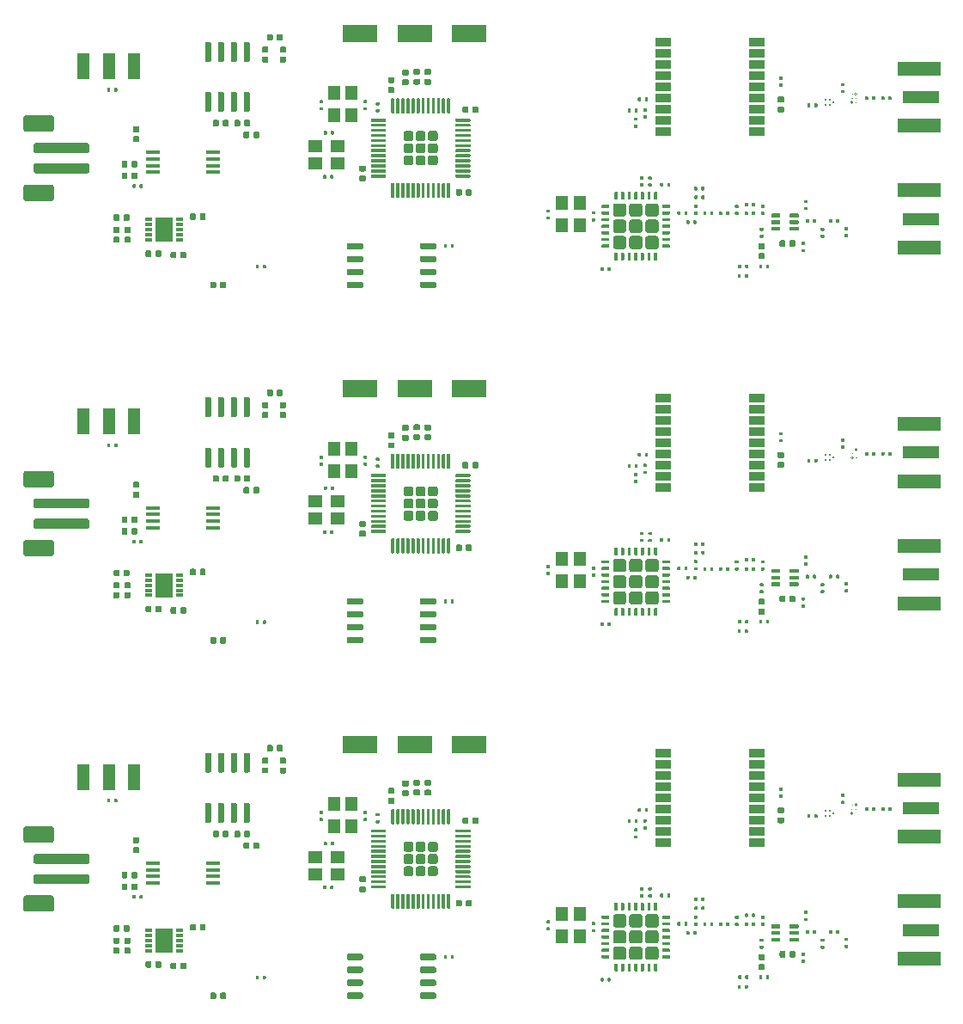
<source format=gbr>
G04 #@! TF.GenerationSoftware,KiCad,Pcbnew,(5.1.5)-3*
G04 #@! TF.CreationDate,2020-05-17T20:08:28+05:30*
G04 #@! TF.ProjectId,panel,70616e65-6c2e-46b6-9963-61645f706362,rev?*
G04 #@! TF.SameCoordinates,Original*
G04 #@! TF.FileFunction,Paste,Top*
G04 #@! TF.FilePolarity,Positive*
%FSLAX46Y46*%
G04 Gerber Fmt 4.6, Leading zero omitted, Abs format (unit mm)*
G04 Created by KiCad (PCBNEW (5.1.5)-3) date 2020-05-17 20:08:28*
%MOMM*%
%LPD*%
G04 APERTURE LIST*
%ADD10C,0.125000*%
%ADD11C,0.100000*%
%ADD12R,1.250000X2.500000*%
%ADD13R,4.200000X1.350000*%
%ADD14R,3.600000X1.270000*%
%ADD15R,3.400000X1.800000*%
%ADD16R,1.200000X1.400000*%
%ADD17R,1.450000X0.450000*%
%ADD18R,1.400000X1.200000*%
%ADD19R,0.800000X0.300000*%
%ADD20R,1.750000X2.450000*%
%ADD21R,1.600000X0.900000*%
%ADD22R,0.180000X0.250000*%
G04 APERTURE END LIST*
D10*
X214662500Y-135500000D02*
G75*
G03X214662500Y-135500000I-62500J0D01*
G01*
X214662500Y-134700000D02*
G75*
G03X214662500Y-134700000I-62500J0D01*
G01*
D11*
X214725000Y-134700000D02*
G75*
G03X214725000Y-134700000I-125000J0D01*
G01*
D10*
X214262500Y-135500000D02*
G75*
G03X214262500Y-135500000I-62500J0D01*
G01*
D11*
X214325000Y-135500000D02*
G75*
G03X214325000Y-135500000I-125000J0D01*
G01*
X214725000Y-134700000D02*
G75*
G03X214725000Y-134700000I-125000J0D01*
G01*
X214725000Y-134700000D02*
G75*
G03X214725000Y-134700000I-125000J0D01*
G01*
X214325000Y-135500000D02*
G75*
G03X214325000Y-135500000I-125000J0D01*
G01*
D10*
X214662500Y-135100000D02*
G75*
G03X214662500Y-135100000I-62500J0D01*
G01*
X214262500Y-135100000D02*
G75*
G03X214262500Y-135100000I-62500J0D01*
G01*
X214262500Y-134700000D02*
G75*
G03X214262500Y-134700000I-62500J0D01*
G01*
X214662500Y-100500000D02*
G75*
G03X214662500Y-100500000I-62500J0D01*
G01*
X214662500Y-99700000D02*
G75*
G03X214662500Y-99700000I-62500J0D01*
G01*
D11*
X214725000Y-99700000D02*
G75*
G03X214725000Y-99700000I-125000J0D01*
G01*
D10*
X214262500Y-100500000D02*
G75*
G03X214262500Y-100500000I-62500J0D01*
G01*
D11*
X214325000Y-100500000D02*
G75*
G03X214325000Y-100500000I-125000J0D01*
G01*
X214725000Y-99700000D02*
G75*
G03X214725000Y-99700000I-125000J0D01*
G01*
X214725000Y-99700000D02*
G75*
G03X214725000Y-99700000I-125000J0D01*
G01*
X214325000Y-100500000D02*
G75*
G03X214325000Y-100500000I-125000J0D01*
G01*
D10*
X214662500Y-100100000D02*
G75*
G03X214662500Y-100100000I-62500J0D01*
G01*
X214262500Y-100100000D02*
G75*
G03X214262500Y-100100000I-62500J0D01*
G01*
X214262500Y-99700000D02*
G75*
G03X214262500Y-99700000I-62500J0D01*
G01*
X214262500Y-64700000D02*
G75*
G03X214262500Y-64700000I-62500J0D01*
G01*
X214262500Y-65100000D02*
G75*
G03X214262500Y-65100000I-62500J0D01*
G01*
X214662500Y-65100000D02*
G75*
G03X214662500Y-65100000I-62500J0D01*
G01*
D11*
X214325000Y-65500000D02*
G75*
G03X214325000Y-65500000I-125000J0D01*
G01*
X214725000Y-64700000D02*
G75*
G03X214725000Y-64700000I-125000J0D01*
G01*
X214725000Y-64700000D02*
G75*
G03X214725000Y-64700000I-125000J0D01*
G01*
X214325000Y-65500000D02*
G75*
G03X214325000Y-65500000I-125000J0D01*
G01*
D10*
X214262500Y-65500000D02*
G75*
G03X214262500Y-65500000I-62500J0D01*
G01*
D11*
X214725000Y-64700000D02*
G75*
G03X214725000Y-64700000I-125000J0D01*
G01*
D10*
X214662500Y-64700000D02*
G75*
G03X214662500Y-64700000I-62500J0D01*
G01*
X214662500Y-65500000D02*
G75*
G03X214662500Y-65500000I-62500J0D01*
G01*
D11*
G36*
X166156958Y-141725710D02*
G01*
X166171276Y-141727834D01*
X166185317Y-141731351D01*
X166198946Y-141736228D01*
X166212031Y-141742417D01*
X166224447Y-141749858D01*
X166236073Y-141758481D01*
X166246798Y-141768202D01*
X166256519Y-141778927D01*
X166265142Y-141790553D01*
X166272583Y-141802969D01*
X166278772Y-141816054D01*
X166283649Y-141829683D01*
X166287166Y-141843724D01*
X166289290Y-141858042D01*
X166290000Y-141872500D01*
X166290000Y-142167500D01*
X166289290Y-142181958D01*
X166287166Y-142196276D01*
X166283649Y-142210317D01*
X166278772Y-142223946D01*
X166272583Y-142237031D01*
X166265142Y-142249447D01*
X166256519Y-142261073D01*
X166246798Y-142271798D01*
X166236073Y-142281519D01*
X166224447Y-142290142D01*
X166212031Y-142297583D01*
X166198946Y-142303772D01*
X166185317Y-142308649D01*
X166171276Y-142312166D01*
X166156958Y-142314290D01*
X166142500Y-142315000D01*
X165797500Y-142315000D01*
X165783042Y-142314290D01*
X165768724Y-142312166D01*
X165754683Y-142308649D01*
X165741054Y-142303772D01*
X165727969Y-142297583D01*
X165715553Y-142290142D01*
X165703927Y-142281519D01*
X165693202Y-142271798D01*
X165683481Y-142261073D01*
X165674858Y-142249447D01*
X165667417Y-142237031D01*
X165661228Y-142223946D01*
X165656351Y-142210317D01*
X165652834Y-142196276D01*
X165650710Y-142181958D01*
X165650000Y-142167500D01*
X165650000Y-141872500D01*
X165650710Y-141858042D01*
X165652834Y-141843724D01*
X165656351Y-141829683D01*
X165661228Y-141816054D01*
X165667417Y-141802969D01*
X165674858Y-141790553D01*
X165683481Y-141778927D01*
X165693202Y-141768202D01*
X165703927Y-141758481D01*
X165715553Y-141749858D01*
X165727969Y-141742417D01*
X165741054Y-141736228D01*
X165754683Y-141731351D01*
X165768724Y-141727834D01*
X165783042Y-141725710D01*
X165797500Y-141725000D01*
X166142500Y-141725000D01*
X166156958Y-141725710D01*
G37*
G36*
X166156958Y-142695710D02*
G01*
X166171276Y-142697834D01*
X166185317Y-142701351D01*
X166198946Y-142706228D01*
X166212031Y-142712417D01*
X166224447Y-142719858D01*
X166236073Y-142728481D01*
X166246798Y-142738202D01*
X166256519Y-142748927D01*
X166265142Y-142760553D01*
X166272583Y-142772969D01*
X166278772Y-142786054D01*
X166283649Y-142799683D01*
X166287166Y-142813724D01*
X166289290Y-142828042D01*
X166290000Y-142842500D01*
X166290000Y-143137500D01*
X166289290Y-143151958D01*
X166287166Y-143166276D01*
X166283649Y-143180317D01*
X166278772Y-143193946D01*
X166272583Y-143207031D01*
X166265142Y-143219447D01*
X166256519Y-143231073D01*
X166246798Y-143241798D01*
X166236073Y-143251519D01*
X166224447Y-143260142D01*
X166212031Y-143267583D01*
X166198946Y-143273772D01*
X166185317Y-143278649D01*
X166171276Y-143282166D01*
X166156958Y-143284290D01*
X166142500Y-143285000D01*
X165797500Y-143285000D01*
X165783042Y-143284290D01*
X165768724Y-143282166D01*
X165754683Y-143278649D01*
X165741054Y-143273772D01*
X165727969Y-143267583D01*
X165715553Y-143260142D01*
X165703927Y-143251519D01*
X165693202Y-143241798D01*
X165683481Y-143231073D01*
X165674858Y-143219447D01*
X165667417Y-143207031D01*
X165661228Y-143193946D01*
X165656351Y-143180317D01*
X165652834Y-143166276D01*
X165650710Y-143151958D01*
X165650000Y-143137500D01*
X165650000Y-142842500D01*
X165650710Y-142828042D01*
X165652834Y-142813724D01*
X165656351Y-142799683D01*
X165661228Y-142786054D01*
X165667417Y-142772969D01*
X165674858Y-142760553D01*
X165683481Y-142748927D01*
X165693202Y-142738202D01*
X165703927Y-142728481D01*
X165715553Y-142719858D01*
X165727969Y-142712417D01*
X165741054Y-142706228D01*
X165754683Y-142701351D01*
X165768724Y-142697834D01*
X165783042Y-142695710D01*
X165797500Y-142695000D01*
X166142500Y-142695000D01*
X166156958Y-142695710D01*
G37*
G36*
X166156958Y-106725710D02*
G01*
X166171276Y-106727834D01*
X166185317Y-106731351D01*
X166198946Y-106736228D01*
X166212031Y-106742417D01*
X166224447Y-106749858D01*
X166236073Y-106758481D01*
X166246798Y-106768202D01*
X166256519Y-106778927D01*
X166265142Y-106790553D01*
X166272583Y-106802969D01*
X166278772Y-106816054D01*
X166283649Y-106829683D01*
X166287166Y-106843724D01*
X166289290Y-106858042D01*
X166290000Y-106872500D01*
X166290000Y-107167500D01*
X166289290Y-107181958D01*
X166287166Y-107196276D01*
X166283649Y-107210317D01*
X166278772Y-107223946D01*
X166272583Y-107237031D01*
X166265142Y-107249447D01*
X166256519Y-107261073D01*
X166246798Y-107271798D01*
X166236073Y-107281519D01*
X166224447Y-107290142D01*
X166212031Y-107297583D01*
X166198946Y-107303772D01*
X166185317Y-107308649D01*
X166171276Y-107312166D01*
X166156958Y-107314290D01*
X166142500Y-107315000D01*
X165797500Y-107315000D01*
X165783042Y-107314290D01*
X165768724Y-107312166D01*
X165754683Y-107308649D01*
X165741054Y-107303772D01*
X165727969Y-107297583D01*
X165715553Y-107290142D01*
X165703927Y-107281519D01*
X165693202Y-107271798D01*
X165683481Y-107261073D01*
X165674858Y-107249447D01*
X165667417Y-107237031D01*
X165661228Y-107223946D01*
X165656351Y-107210317D01*
X165652834Y-107196276D01*
X165650710Y-107181958D01*
X165650000Y-107167500D01*
X165650000Y-106872500D01*
X165650710Y-106858042D01*
X165652834Y-106843724D01*
X165656351Y-106829683D01*
X165661228Y-106816054D01*
X165667417Y-106802969D01*
X165674858Y-106790553D01*
X165683481Y-106778927D01*
X165693202Y-106768202D01*
X165703927Y-106758481D01*
X165715553Y-106749858D01*
X165727969Y-106742417D01*
X165741054Y-106736228D01*
X165754683Y-106731351D01*
X165768724Y-106727834D01*
X165783042Y-106725710D01*
X165797500Y-106725000D01*
X166142500Y-106725000D01*
X166156958Y-106725710D01*
G37*
G36*
X166156958Y-107695710D02*
G01*
X166171276Y-107697834D01*
X166185317Y-107701351D01*
X166198946Y-107706228D01*
X166212031Y-107712417D01*
X166224447Y-107719858D01*
X166236073Y-107728481D01*
X166246798Y-107738202D01*
X166256519Y-107748927D01*
X166265142Y-107760553D01*
X166272583Y-107772969D01*
X166278772Y-107786054D01*
X166283649Y-107799683D01*
X166287166Y-107813724D01*
X166289290Y-107828042D01*
X166290000Y-107842500D01*
X166290000Y-108137500D01*
X166289290Y-108151958D01*
X166287166Y-108166276D01*
X166283649Y-108180317D01*
X166278772Y-108193946D01*
X166272583Y-108207031D01*
X166265142Y-108219447D01*
X166256519Y-108231073D01*
X166246798Y-108241798D01*
X166236073Y-108251519D01*
X166224447Y-108260142D01*
X166212031Y-108267583D01*
X166198946Y-108273772D01*
X166185317Y-108278649D01*
X166171276Y-108282166D01*
X166156958Y-108284290D01*
X166142500Y-108285000D01*
X165797500Y-108285000D01*
X165783042Y-108284290D01*
X165768724Y-108282166D01*
X165754683Y-108278649D01*
X165741054Y-108273772D01*
X165727969Y-108267583D01*
X165715553Y-108260142D01*
X165703927Y-108251519D01*
X165693202Y-108241798D01*
X165683481Y-108231073D01*
X165674858Y-108219447D01*
X165667417Y-108207031D01*
X165661228Y-108193946D01*
X165656351Y-108180317D01*
X165652834Y-108166276D01*
X165650710Y-108151958D01*
X165650000Y-108137500D01*
X165650000Y-107842500D01*
X165650710Y-107828042D01*
X165652834Y-107813724D01*
X165656351Y-107799683D01*
X165661228Y-107786054D01*
X165667417Y-107772969D01*
X165674858Y-107760553D01*
X165683481Y-107748927D01*
X165693202Y-107738202D01*
X165703927Y-107728481D01*
X165715553Y-107719858D01*
X165727969Y-107712417D01*
X165741054Y-107706228D01*
X165754683Y-107701351D01*
X165768724Y-107697834D01*
X165783042Y-107695710D01*
X165797500Y-107695000D01*
X166142500Y-107695000D01*
X166156958Y-107695710D01*
G37*
G36*
X174912292Y-149460383D02*
G01*
X174920010Y-149461528D01*
X174927578Y-149463423D01*
X174934923Y-149466052D01*
X174941976Y-149469387D01*
X174948668Y-149473398D01*
X174954934Y-149478046D01*
X174960715Y-149483285D01*
X174965954Y-149489066D01*
X174970602Y-149495332D01*
X174974613Y-149502024D01*
X174977948Y-149509077D01*
X174980577Y-149516422D01*
X174982472Y-149523990D01*
X174983617Y-149531708D01*
X174984000Y-149539500D01*
X174984000Y-149740500D01*
X174983617Y-149748292D01*
X174982472Y-149756010D01*
X174980577Y-149763578D01*
X174977948Y-149770923D01*
X174974613Y-149777976D01*
X174970602Y-149784668D01*
X174965954Y-149790934D01*
X174960715Y-149796715D01*
X174954934Y-149801954D01*
X174948668Y-149806602D01*
X174941976Y-149810613D01*
X174934923Y-149813948D01*
X174927578Y-149816577D01*
X174920010Y-149818472D01*
X174912292Y-149819617D01*
X174904500Y-149820000D01*
X174745500Y-149820000D01*
X174737708Y-149819617D01*
X174729990Y-149818472D01*
X174722422Y-149816577D01*
X174715077Y-149813948D01*
X174708024Y-149810613D01*
X174701332Y-149806602D01*
X174695066Y-149801954D01*
X174689285Y-149796715D01*
X174684046Y-149790934D01*
X174679398Y-149784668D01*
X174675387Y-149777976D01*
X174672052Y-149770923D01*
X174669423Y-149763578D01*
X174667528Y-149756010D01*
X174666383Y-149748292D01*
X174666000Y-149740500D01*
X174666000Y-149539500D01*
X174666383Y-149531708D01*
X174667528Y-149523990D01*
X174669423Y-149516422D01*
X174672052Y-149509077D01*
X174675387Y-149502024D01*
X174679398Y-149495332D01*
X174684046Y-149489066D01*
X174689285Y-149483285D01*
X174695066Y-149478046D01*
X174701332Y-149473398D01*
X174708024Y-149469387D01*
X174715077Y-149466052D01*
X174722422Y-149463423D01*
X174729990Y-149461528D01*
X174737708Y-149460383D01*
X174745500Y-149460000D01*
X174904500Y-149460000D01*
X174912292Y-149460383D01*
G37*
G36*
X174222292Y-149460383D02*
G01*
X174230010Y-149461528D01*
X174237578Y-149463423D01*
X174244923Y-149466052D01*
X174251976Y-149469387D01*
X174258668Y-149473398D01*
X174264934Y-149478046D01*
X174270715Y-149483285D01*
X174275954Y-149489066D01*
X174280602Y-149495332D01*
X174284613Y-149502024D01*
X174287948Y-149509077D01*
X174290577Y-149516422D01*
X174292472Y-149523990D01*
X174293617Y-149531708D01*
X174294000Y-149539500D01*
X174294000Y-149740500D01*
X174293617Y-149748292D01*
X174292472Y-149756010D01*
X174290577Y-149763578D01*
X174287948Y-149770923D01*
X174284613Y-149777976D01*
X174280602Y-149784668D01*
X174275954Y-149790934D01*
X174270715Y-149796715D01*
X174264934Y-149801954D01*
X174258668Y-149806602D01*
X174251976Y-149810613D01*
X174244923Y-149813948D01*
X174237578Y-149816577D01*
X174230010Y-149818472D01*
X174222292Y-149819617D01*
X174214500Y-149820000D01*
X174055500Y-149820000D01*
X174047708Y-149819617D01*
X174039990Y-149818472D01*
X174032422Y-149816577D01*
X174025077Y-149813948D01*
X174018024Y-149810613D01*
X174011332Y-149806602D01*
X174005066Y-149801954D01*
X173999285Y-149796715D01*
X173994046Y-149790934D01*
X173989398Y-149784668D01*
X173985387Y-149777976D01*
X173982052Y-149770923D01*
X173979423Y-149763578D01*
X173977528Y-149756010D01*
X173976383Y-149748292D01*
X173976000Y-149740500D01*
X173976000Y-149539500D01*
X173976383Y-149531708D01*
X173977528Y-149523990D01*
X173979423Y-149516422D01*
X173982052Y-149509077D01*
X173985387Y-149502024D01*
X173989398Y-149495332D01*
X173994046Y-149489066D01*
X173999285Y-149483285D01*
X174005066Y-149478046D01*
X174011332Y-149473398D01*
X174018024Y-149469387D01*
X174025077Y-149466052D01*
X174032422Y-149463423D01*
X174039990Y-149461528D01*
X174047708Y-149460383D01*
X174055500Y-149460000D01*
X174214500Y-149460000D01*
X174222292Y-149460383D01*
G37*
G36*
X174912292Y-114460383D02*
G01*
X174920010Y-114461528D01*
X174927578Y-114463423D01*
X174934923Y-114466052D01*
X174941976Y-114469387D01*
X174948668Y-114473398D01*
X174954934Y-114478046D01*
X174960715Y-114483285D01*
X174965954Y-114489066D01*
X174970602Y-114495332D01*
X174974613Y-114502024D01*
X174977948Y-114509077D01*
X174980577Y-114516422D01*
X174982472Y-114523990D01*
X174983617Y-114531708D01*
X174984000Y-114539500D01*
X174984000Y-114740500D01*
X174983617Y-114748292D01*
X174982472Y-114756010D01*
X174980577Y-114763578D01*
X174977948Y-114770923D01*
X174974613Y-114777976D01*
X174970602Y-114784668D01*
X174965954Y-114790934D01*
X174960715Y-114796715D01*
X174954934Y-114801954D01*
X174948668Y-114806602D01*
X174941976Y-114810613D01*
X174934923Y-114813948D01*
X174927578Y-114816577D01*
X174920010Y-114818472D01*
X174912292Y-114819617D01*
X174904500Y-114820000D01*
X174745500Y-114820000D01*
X174737708Y-114819617D01*
X174729990Y-114818472D01*
X174722422Y-114816577D01*
X174715077Y-114813948D01*
X174708024Y-114810613D01*
X174701332Y-114806602D01*
X174695066Y-114801954D01*
X174689285Y-114796715D01*
X174684046Y-114790934D01*
X174679398Y-114784668D01*
X174675387Y-114777976D01*
X174672052Y-114770923D01*
X174669423Y-114763578D01*
X174667528Y-114756010D01*
X174666383Y-114748292D01*
X174666000Y-114740500D01*
X174666000Y-114539500D01*
X174666383Y-114531708D01*
X174667528Y-114523990D01*
X174669423Y-114516422D01*
X174672052Y-114509077D01*
X174675387Y-114502024D01*
X174679398Y-114495332D01*
X174684046Y-114489066D01*
X174689285Y-114483285D01*
X174695066Y-114478046D01*
X174701332Y-114473398D01*
X174708024Y-114469387D01*
X174715077Y-114466052D01*
X174722422Y-114463423D01*
X174729990Y-114461528D01*
X174737708Y-114460383D01*
X174745500Y-114460000D01*
X174904500Y-114460000D01*
X174912292Y-114460383D01*
G37*
G36*
X174222292Y-114460383D02*
G01*
X174230010Y-114461528D01*
X174237578Y-114463423D01*
X174244923Y-114466052D01*
X174251976Y-114469387D01*
X174258668Y-114473398D01*
X174264934Y-114478046D01*
X174270715Y-114483285D01*
X174275954Y-114489066D01*
X174280602Y-114495332D01*
X174284613Y-114502024D01*
X174287948Y-114509077D01*
X174290577Y-114516422D01*
X174292472Y-114523990D01*
X174293617Y-114531708D01*
X174294000Y-114539500D01*
X174294000Y-114740500D01*
X174293617Y-114748292D01*
X174292472Y-114756010D01*
X174290577Y-114763578D01*
X174287948Y-114770923D01*
X174284613Y-114777976D01*
X174280602Y-114784668D01*
X174275954Y-114790934D01*
X174270715Y-114796715D01*
X174264934Y-114801954D01*
X174258668Y-114806602D01*
X174251976Y-114810613D01*
X174244923Y-114813948D01*
X174237578Y-114816577D01*
X174230010Y-114818472D01*
X174222292Y-114819617D01*
X174214500Y-114820000D01*
X174055500Y-114820000D01*
X174047708Y-114819617D01*
X174039990Y-114818472D01*
X174032422Y-114816577D01*
X174025077Y-114813948D01*
X174018024Y-114810613D01*
X174011332Y-114806602D01*
X174005066Y-114801954D01*
X173999285Y-114796715D01*
X173994046Y-114790934D01*
X173989398Y-114784668D01*
X173985387Y-114777976D01*
X173982052Y-114770923D01*
X173979423Y-114763578D01*
X173977528Y-114756010D01*
X173976383Y-114748292D01*
X173976000Y-114740500D01*
X173976000Y-114539500D01*
X173976383Y-114531708D01*
X173977528Y-114523990D01*
X173979423Y-114516422D01*
X173982052Y-114509077D01*
X173985387Y-114502024D01*
X173989398Y-114495332D01*
X173994046Y-114489066D01*
X173999285Y-114483285D01*
X174005066Y-114478046D01*
X174011332Y-114473398D01*
X174018024Y-114469387D01*
X174025077Y-114466052D01*
X174032422Y-114463423D01*
X174039990Y-114461528D01*
X174047708Y-114460383D01*
X174055500Y-114460000D01*
X174214500Y-114460000D01*
X174222292Y-114460383D01*
G37*
G36*
X163082292Y-138320383D02*
G01*
X163090010Y-138321528D01*
X163097578Y-138323423D01*
X163104923Y-138326052D01*
X163111976Y-138329387D01*
X163118668Y-138333398D01*
X163124934Y-138338046D01*
X163130715Y-138343285D01*
X163135954Y-138349066D01*
X163140602Y-138355332D01*
X163144613Y-138362024D01*
X163147948Y-138369077D01*
X163150577Y-138376422D01*
X163152472Y-138383990D01*
X163153617Y-138391708D01*
X163154000Y-138399500D01*
X163154000Y-138600500D01*
X163153617Y-138608292D01*
X163152472Y-138616010D01*
X163150577Y-138623578D01*
X163147948Y-138630923D01*
X163144613Y-138637976D01*
X163140602Y-138644668D01*
X163135954Y-138650934D01*
X163130715Y-138656715D01*
X163124934Y-138661954D01*
X163118668Y-138666602D01*
X163111976Y-138670613D01*
X163104923Y-138673948D01*
X163097578Y-138676577D01*
X163090010Y-138678472D01*
X163082292Y-138679617D01*
X163074500Y-138680000D01*
X162915500Y-138680000D01*
X162907708Y-138679617D01*
X162899990Y-138678472D01*
X162892422Y-138676577D01*
X162885077Y-138673948D01*
X162878024Y-138670613D01*
X162871332Y-138666602D01*
X162865066Y-138661954D01*
X162859285Y-138656715D01*
X162854046Y-138650934D01*
X162849398Y-138644668D01*
X162845387Y-138637976D01*
X162842052Y-138630923D01*
X162839423Y-138623578D01*
X162837528Y-138616010D01*
X162836383Y-138608292D01*
X162836000Y-138600500D01*
X162836000Y-138399500D01*
X162836383Y-138391708D01*
X162837528Y-138383990D01*
X162839423Y-138376422D01*
X162842052Y-138369077D01*
X162845387Y-138362024D01*
X162849398Y-138355332D01*
X162854046Y-138349066D01*
X162859285Y-138343285D01*
X162865066Y-138338046D01*
X162871332Y-138333398D01*
X162878024Y-138329387D01*
X162885077Y-138326052D01*
X162892422Y-138323423D01*
X162899990Y-138321528D01*
X162907708Y-138320383D01*
X162915500Y-138320000D01*
X163074500Y-138320000D01*
X163082292Y-138320383D01*
G37*
G36*
X162392292Y-138320383D02*
G01*
X162400010Y-138321528D01*
X162407578Y-138323423D01*
X162414923Y-138326052D01*
X162421976Y-138329387D01*
X162428668Y-138333398D01*
X162434934Y-138338046D01*
X162440715Y-138343285D01*
X162445954Y-138349066D01*
X162450602Y-138355332D01*
X162454613Y-138362024D01*
X162457948Y-138369077D01*
X162460577Y-138376422D01*
X162462472Y-138383990D01*
X162463617Y-138391708D01*
X162464000Y-138399500D01*
X162464000Y-138600500D01*
X162463617Y-138608292D01*
X162462472Y-138616010D01*
X162460577Y-138623578D01*
X162457948Y-138630923D01*
X162454613Y-138637976D01*
X162450602Y-138644668D01*
X162445954Y-138650934D01*
X162440715Y-138656715D01*
X162434934Y-138661954D01*
X162428668Y-138666602D01*
X162421976Y-138670613D01*
X162414923Y-138673948D01*
X162407578Y-138676577D01*
X162400010Y-138678472D01*
X162392292Y-138679617D01*
X162384500Y-138680000D01*
X162225500Y-138680000D01*
X162217708Y-138679617D01*
X162209990Y-138678472D01*
X162202422Y-138676577D01*
X162195077Y-138673948D01*
X162188024Y-138670613D01*
X162181332Y-138666602D01*
X162175066Y-138661954D01*
X162169285Y-138656715D01*
X162164046Y-138650934D01*
X162159398Y-138644668D01*
X162155387Y-138637976D01*
X162152052Y-138630923D01*
X162149423Y-138623578D01*
X162147528Y-138616010D01*
X162146383Y-138608292D01*
X162146000Y-138600500D01*
X162146000Y-138399500D01*
X162146383Y-138391708D01*
X162147528Y-138383990D01*
X162149423Y-138376422D01*
X162152052Y-138369077D01*
X162155387Y-138362024D01*
X162159398Y-138355332D01*
X162164046Y-138349066D01*
X162169285Y-138343285D01*
X162175066Y-138338046D01*
X162181332Y-138333398D01*
X162188024Y-138329387D01*
X162195077Y-138326052D01*
X162202422Y-138323423D01*
X162209990Y-138321528D01*
X162217708Y-138320383D01*
X162225500Y-138320000D01*
X162384500Y-138320000D01*
X162392292Y-138320383D01*
G37*
G36*
X163082292Y-103320383D02*
G01*
X163090010Y-103321528D01*
X163097578Y-103323423D01*
X163104923Y-103326052D01*
X163111976Y-103329387D01*
X163118668Y-103333398D01*
X163124934Y-103338046D01*
X163130715Y-103343285D01*
X163135954Y-103349066D01*
X163140602Y-103355332D01*
X163144613Y-103362024D01*
X163147948Y-103369077D01*
X163150577Y-103376422D01*
X163152472Y-103383990D01*
X163153617Y-103391708D01*
X163154000Y-103399500D01*
X163154000Y-103600500D01*
X163153617Y-103608292D01*
X163152472Y-103616010D01*
X163150577Y-103623578D01*
X163147948Y-103630923D01*
X163144613Y-103637976D01*
X163140602Y-103644668D01*
X163135954Y-103650934D01*
X163130715Y-103656715D01*
X163124934Y-103661954D01*
X163118668Y-103666602D01*
X163111976Y-103670613D01*
X163104923Y-103673948D01*
X163097578Y-103676577D01*
X163090010Y-103678472D01*
X163082292Y-103679617D01*
X163074500Y-103680000D01*
X162915500Y-103680000D01*
X162907708Y-103679617D01*
X162899990Y-103678472D01*
X162892422Y-103676577D01*
X162885077Y-103673948D01*
X162878024Y-103670613D01*
X162871332Y-103666602D01*
X162865066Y-103661954D01*
X162859285Y-103656715D01*
X162854046Y-103650934D01*
X162849398Y-103644668D01*
X162845387Y-103637976D01*
X162842052Y-103630923D01*
X162839423Y-103623578D01*
X162837528Y-103616010D01*
X162836383Y-103608292D01*
X162836000Y-103600500D01*
X162836000Y-103399500D01*
X162836383Y-103391708D01*
X162837528Y-103383990D01*
X162839423Y-103376422D01*
X162842052Y-103369077D01*
X162845387Y-103362024D01*
X162849398Y-103355332D01*
X162854046Y-103349066D01*
X162859285Y-103343285D01*
X162865066Y-103338046D01*
X162871332Y-103333398D01*
X162878024Y-103329387D01*
X162885077Y-103326052D01*
X162892422Y-103323423D01*
X162899990Y-103321528D01*
X162907708Y-103320383D01*
X162915500Y-103320000D01*
X163074500Y-103320000D01*
X163082292Y-103320383D01*
G37*
G36*
X162392292Y-103320383D02*
G01*
X162400010Y-103321528D01*
X162407578Y-103323423D01*
X162414923Y-103326052D01*
X162421976Y-103329387D01*
X162428668Y-103333398D01*
X162434934Y-103338046D01*
X162440715Y-103343285D01*
X162445954Y-103349066D01*
X162450602Y-103355332D01*
X162454613Y-103362024D01*
X162457948Y-103369077D01*
X162460577Y-103376422D01*
X162462472Y-103383990D01*
X162463617Y-103391708D01*
X162464000Y-103399500D01*
X162464000Y-103600500D01*
X162463617Y-103608292D01*
X162462472Y-103616010D01*
X162460577Y-103623578D01*
X162457948Y-103630923D01*
X162454613Y-103637976D01*
X162450602Y-103644668D01*
X162445954Y-103650934D01*
X162440715Y-103656715D01*
X162434934Y-103661954D01*
X162428668Y-103666602D01*
X162421976Y-103670613D01*
X162414923Y-103673948D01*
X162407578Y-103676577D01*
X162400010Y-103678472D01*
X162392292Y-103679617D01*
X162384500Y-103680000D01*
X162225500Y-103680000D01*
X162217708Y-103679617D01*
X162209990Y-103678472D01*
X162202422Y-103676577D01*
X162195077Y-103673948D01*
X162188024Y-103670613D01*
X162181332Y-103666602D01*
X162175066Y-103661954D01*
X162169285Y-103656715D01*
X162164046Y-103650934D01*
X162159398Y-103644668D01*
X162155387Y-103637976D01*
X162152052Y-103630923D01*
X162149423Y-103623578D01*
X162147528Y-103616010D01*
X162146383Y-103608292D01*
X162146000Y-103600500D01*
X162146000Y-103399500D01*
X162146383Y-103391708D01*
X162147528Y-103383990D01*
X162149423Y-103376422D01*
X162152052Y-103369077D01*
X162155387Y-103362024D01*
X162159398Y-103355332D01*
X162164046Y-103349066D01*
X162169285Y-103343285D01*
X162175066Y-103338046D01*
X162181332Y-103333398D01*
X162188024Y-103329387D01*
X162195077Y-103326052D01*
X162202422Y-103323423D01*
X162209990Y-103321528D01*
X162217708Y-103320383D01*
X162225500Y-103320000D01*
X162384500Y-103320000D01*
X162392292Y-103320383D01*
G37*
G36*
X175626958Y-144050710D02*
G01*
X175641276Y-144052834D01*
X175655317Y-144056351D01*
X175668946Y-144061228D01*
X175682031Y-144067417D01*
X175694447Y-144074858D01*
X175706073Y-144083481D01*
X175716798Y-144093202D01*
X175726519Y-144103927D01*
X175735142Y-144115553D01*
X175742583Y-144127969D01*
X175748772Y-144141054D01*
X175753649Y-144154683D01*
X175757166Y-144168724D01*
X175759290Y-144183042D01*
X175760000Y-144197500D01*
X175760000Y-144542500D01*
X175759290Y-144556958D01*
X175757166Y-144571276D01*
X175753649Y-144585317D01*
X175748772Y-144598946D01*
X175742583Y-144612031D01*
X175735142Y-144624447D01*
X175726519Y-144636073D01*
X175716798Y-144646798D01*
X175706073Y-144656519D01*
X175694447Y-144665142D01*
X175682031Y-144672583D01*
X175668946Y-144678772D01*
X175655317Y-144683649D01*
X175641276Y-144687166D01*
X175626958Y-144689290D01*
X175612500Y-144690000D01*
X175317500Y-144690000D01*
X175303042Y-144689290D01*
X175288724Y-144687166D01*
X175274683Y-144683649D01*
X175261054Y-144678772D01*
X175247969Y-144672583D01*
X175235553Y-144665142D01*
X175223927Y-144656519D01*
X175213202Y-144646798D01*
X175203481Y-144636073D01*
X175194858Y-144624447D01*
X175187417Y-144612031D01*
X175181228Y-144598946D01*
X175176351Y-144585317D01*
X175172834Y-144571276D01*
X175170710Y-144556958D01*
X175170000Y-144542500D01*
X175170000Y-144197500D01*
X175170710Y-144183042D01*
X175172834Y-144168724D01*
X175176351Y-144154683D01*
X175181228Y-144141054D01*
X175187417Y-144127969D01*
X175194858Y-144115553D01*
X175203481Y-144103927D01*
X175213202Y-144093202D01*
X175223927Y-144083481D01*
X175235553Y-144074858D01*
X175247969Y-144067417D01*
X175261054Y-144061228D01*
X175274683Y-144056351D01*
X175288724Y-144052834D01*
X175303042Y-144050710D01*
X175317500Y-144050000D01*
X175612500Y-144050000D01*
X175626958Y-144050710D01*
G37*
G36*
X176596958Y-144050710D02*
G01*
X176611276Y-144052834D01*
X176625317Y-144056351D01*
X176638946Y-144061228D01*
X176652031Y-144067417D01*
X176664447Y-144074858D01*
X176676073Y-144083481D01*
X176686798Y-144093202D01*
X176696519Y-144103927D01*
X176705142Y-144115553D01*
X176712583Y-144127969D01*
X176718772Y-144141054D01*
X176723649Y-144154683D01*
X176727166Y-144168724D01*
X176729290Y-144183042D01*
X176730000Y-144197500D01*
X176730000Y-144542500D01*
X176729290Y-144556958D01*
X176727166Y-144571276D01*
X176723649Y-144585317D01*
X176718772Y-144598946D01*
X176712583Y-144612031D01*
X176705142Y-144624447D01*
X176696519Y-144636073D01*
X176686798Y-144646798D01*
X176676073Y-144656519D01*
X176664447Y-144665142D01*
X176652031Y-144672583D01*
X176638946Y-144678772D01*
X176625317Y-144683649D01*
X176611276Y-144687166D01*
X176596958Y-144689290D01*
X176582500Y-144690000D01*
X176287500Y-144690000D01*
X176273042Y-144689290D01*
X176258724Y-144687166D01*
X176244683Y-144683649D01*
X176231054Y-144678772D01*
X176217969Y-144672583D01*
X176205553Y-144665142D01*
X176193927Y-144656519D01*
X176183202Y-144646798D01*
X176173481Y-144636073D01*
X176164858Y-144624447D01*
X176157417Y-144612031D01*
X176151228Y-144598946D01*
X176146351Y-144585317D01*
X176142834Y-144571276D01*
X176140710Y-144556958D01*
X176140000Y-144542500D01*
X176140000Y-144197500D01*
X176140710Y-144183042D01*
X176142834Y-144168724D01*
X176146351Y-144154683D01*
X176151228Y-144141054D01*
X176157417Y-144127969D01*
X176164858Y-144115553D01*
X176173481Y-144103927D01*
X176183202Y-144093202D01*
X176193927Y-144083481D01*
X176205553Y-144074858D01*
X176217969Y-144067417D01*
X176231054Y-144061228D01*
X176244683Y-144056351D01*
X176258724Y-144052834D01*
X176273042Y-144050710D01*
X176287500Y-144050000D01*
X176582500Y-144050000D01*
X176596958Y-144050710D01*
G37*
G36*
X175626958Y-109050710D02*
G01*
X175641276Y-109052834D01*
X175655317Y-109056351D01*
X175668946Y-109061228D01*
X175682031Y-109067417D01*
X175694447Y-109074858D01*
X175706073Y-109083481D01*
X175716798Y-109093202D01*
X175726519Y-109103927D01*
X175735142Y-109115553D01*
X175742583Y-109127969D01*
X175748772Y-109141054D01*
X175753649Y-109154683D01*
X175757166Y-109168724D01*
X175759290Y-109183042D01*
X175760000Y-109197500D01*
X175760000Y-109542500D01*
X175759290Y-109556958D01*
X175757166Y-109571276D01*
X175753649Y-109585317D01*
X175748772Y-109598946D01*
X175742583Y-109612031D01*
X175735142Y-109624447D01*
X175726519Y-109636073D01*
X175716798Y-109646798D01*
X175706073Y-109656519D01*
X175694447Y-109665142D01*
X175682031Y-109672583D01*
X175668946Y-109678772D01*
X175655317Y-109683649D01*
X175641276Y-109687166D01*
X175626958Y-109689290D01*
X175612500Y-109690000D01*
X175317500Y-109690000D01*
X175303042Y-109689290D01*
X175288724Y-109687166D01*
X175274683Y-109683649D01*
X175261054Y-109678772D01*
X175247969Y-109672583D01*
X175235553Y-109665142D01*
X175223927Y-109656519D01*
X175213202Y-109646798D01*
X175203481Y-109636073D01*
X175194858Y-109624447D01*
X175187417Y-109612031D01*
X175181228Y-109598946D01*
X175176351Y-109585317D01*
X175172834Y-109571276D01*
X175170710Y-109556958D01*
X175170000Y-109542500D01*
X175170000Y-109197500D01*
X175170710Y-109183042D01*
X175172834Y-109168724D01*
X175176351Y-109154683D01*
X175181228Y-109141054D01*
X175187417Y-109127969D01*
X175194858Y-109115553D01*
X175203481Y-109103927D01*
X175213202Y-109093202D01*
X175223927Y-109083481D01*
X175235553Y-109074858D01*
X175247969Y-109067417D01*
X175261054Y-109061228D01*
X175274683Y-109056351D01*
X175288724Y-109052834D01*
X175303042Y-109050710D01*
X175317500Y-109050000D01*
X175612500Y-109050000D01*
X175626958Y-109050710D01*
G37*
G36*
X176596958Y-109050710D02*
G01*
X176611276Y-109052834D01*
X176625317Y-109056351D01*
X176638946Y-109061228D01*
X176652031Y-109067417D01*
X176664447Y-109074858D01*
X176676073Y-109083481D01*
X176686798Y-109093202D01*
X176696519Y-109103927D01*
X176705142Y-109115553D01*
X176712583Y-109127969D01*
X176718772Y-109141054D01*
X176723649Y-109154683D01*
X176727166Y-109168724D01*
X176729290Y-109183042D01*
X176730000Y-109197500D01*
X176730000Y-109542500D01*
X176729290Y-109556958D01*
X176727166Y-109571276D01*
X176723649Y-109585317D01*
X176718772Y-109598946D01*
X176712583Y-109612031D01*
X176705142Y-109624447D01*
X176696519Y-109636073D01*
X176686798Y-109646798D01*
X176676073Y-109656519D01*
X176664447Y-109665142D01*
X176652031Y-109672583D01*
X176638946Y-109678772D01*
X176625317Y-109683649D01*
X176611276Y-109687166D01*
X176596958Y-109689290D01*
X176582500Y-109690000D01*
X176287500Y-109690000D01*
X176273042Y-109689290D01*
X176258724Y-109687166D01*
X176244683Y-109683649D01*
X176231054Y-109678772D01*
X176217969Y-109672583D01*
X176205553Y-109665142D01*
X176193927Y-109656519D01*
X176183202Y-109646798D01*
X176173481Y-109636073D01*
X176164858Y-109624447D01*
X176157417Y-109612031D01*
X176151228Y-109598946D01*
X176146351Y-109585317D01*
X176142834Y-109571276D01*
X176140710Y-109556958D01*
X176140000Y-109542500D01*
X176140000Y-109197500D01*
X176140710Y-109183042D01*
X176142834Y-109168724D01*
X176146351Y-109154683D01*
X176151228Y-109141054D01*
X176157417Y-109127969D01*
X176164858Y-109115553D01*
X176173481Y-109103927D01*
X176183202Y-109093202D01*
X176193927Y-109083481D01*
X176205553Y-109074858D01*
X176217969Y-109067417D01*
X176231054Y-109061228D01*
X176244683Y-109056351D01*
X176258724Y-109052834D01*
X176273042Y-109050710D01*
X176287500Y-109050000D01*
X176582500Y-109050000D01*
X176596958Y-109050710D01*
G37*
G36*
X162008292Y-135976383D02*
G01*
X162016010Y-135977528D01*
X162023578Y-135979423D01*
X162030923Y-135982052D01*
X162037976Y-135985387D01*
X162044668Y-135989398D01*
X162050934Y-135994046D01*
X162056715Y-135999285D01*
X162061954Y-136005066D01*
X162066602Y-136011332D01*
X162070613Y-136018024D01*
X162073948Y-136025077D01*
X162076577Y-136032422D01*
X162078472Y-136039990D01*
X162079617Y-136047708D01*
X162080000Y-136055500D01*
X162080000Y-136214500D01*
X162079617Y-136222292D01*
X162078472Y-136230010D01*
X162076577Y-136237578D01*
X162073948Y-136244923D01*
X162070613Y-136251976D01*
X162066602Y-136258668D01*
X162061954Y-136264934D01*
X162056715Y-136270715D01*
X162050934Y-136275954D01*
X162044668Y-136280602D01*
X162037976Y-136284613D01*
X162030923Y-136287948D01*
X162023578Y-136290577D01*
X162016010Y-136292472D01*
X162008292Y-136293617D01*
X162000500Y-136294000D01*
X161799500Y-136294000D01*
X161791708Y-136293617D01*
X161783990Y-136292472D01*
X161776422Y-136290577D01*
X161769077Y-136287948D01*
X161762024Y-136284613D01*
X161755332Y-136280602D01*
X161749066Y-136275954D01*
X161743285Y-136270715D01*
X161738046Y-136264934D01*
X161733398Y-136258668D01*
X161729387Y-136251976D01*
X161726052Y-136244923D01*
X161723423Y-136237578D01*
X161721528Y-136230010D01*
X161720383Y-136222292D01*
X161720000Y-136214500D01*
X161720000Y-136055500D01*
X161720383Y-136047708D01*
X161721528Y-136039990D01*
X161723423Y-136032422D01*
X161726052Y-136025077D01*
X161729387Y-136018024D01*
X161733398Y-136011332D01*
X161738046Y-136005066D01*
X161743285Y-135999285D01*
X161749066Y-135994046D01*
X161755332Y-135989398D01*
X161762024Y-135985387D01*
X161769077Y-135982052D01*
X161776422Y-135979423D01*
X161783990Y-135977528D01*
X161791708Y-135976383D01*
X161799500Y-135976000D01*
X162000500Y-135976000D01*
X162008292Y-135976383D01*
G37*
G36*
X162008292Y-135286383D02*
G01*
X162016010Y-135287528D01*
X162023578Y-135289423D01*
X162030923Y-135292052D01*
X162037976Y-135295387D01*
X162044668Y-135299398D01*
X162050934Y-135304046D01*
X162056715Y-135309285D01*
X162061954Y-135315066D01*
X162066602Y-135321332D01*
X162070613Y-135328024D01*
X162073948Y-135335077D01*
X162076577Y-135342422D01*
X162078472Y-135349990D01*
X162079617Y-135357708D01*
X162080000Y-135365500D01*
X162080000Y-135524500D01*
X162079617Y-135532292D01*
X162078472Y-135540010D01*
X162076577Y-135547578D01*
X162073948Y-135554923D01*
X162070613Y-135561976D01*
X162066602Y-135568668D01*
X162061954Y-135574934D01*
X162056715Y-135580715D01*
X162050934Y-135585954D01*
X162044668Y-135590602D01*
X162037976Y-135594613D01*
X162030923Y-135597948D01*
X162023578Y-135600577D01*
X162016010Y-135602472D01*
X162008292Y-135603617D01*
X162000500Y-135604000D01*
X161799500Y-135604000D01*
X161791708Y-135603617D01*
X161783990Y-135602472D01*
X161776422Y-135600577D01*
X161769077Y-135597948D01*
X161762024Y-135594613D01*
X161755332Y-135590602D01*
X161749066Y-135585954D01*
X161743285Y-135580715D01*
X161738046Y-135574934D01*
X161733398Y-135568668D01*
X161729387Y-135561976D01*
X161726052Y-135554923D01*
X161723423Y-135547578D01*
X161721528Y-135540010D01*
X161720383Y-135532292D01*
X161720000Y-135524500D01*
X161720000Y-135365500D01*
X161720383Y-135357708D01*
X161721528Y-135349990D01*
X161723423Y-135342422D01*
X161726052Y-135335077D01*
X161729387Y-135328024D01*
X161733398Y-135321332D01*
X161738046Y-135315066D01*
X161743285Y-135309285D01*
X161749066Y-135304046D01*
X161755332Y-135299398D01*
X161762024Y-135295387D01*
X161769077Y-135292052D01*
X161776422Y-135289423D01*
X161783990Y-135287528D01*
X161791708Y-135286383D01*
X161799500Y-135286000D01*
X162000500Y-135286000D01*
X162008292Y-135286383D01*
G37*
G36*
X162008292Y-100976383D02*
G01*
X162016010Y-100977528D01*
X162023578Y-100979423D01*
X162030923Y-100982052D01*
X162037976Y-100985387D01*
X162044668Y-100989398D01*
X162050934Y-100994046D01*
X162056715Y-100999285D01*
X162061954Y-101005066D01*
X162066602Y-101011332D01*
X162070613Y-101018024D01*
X162073948Y-101025077D01*
X162076577Y-101032422D01*
X162078472Y-101039990D01*
X162079617Y-101047708D01*
X162080000Y-101055500D01*
X162080000Y-101214500D01*
X162079617Y-101222292D01*
X162078472Y-101230010D01*
X162076577Y-101237578D01*
X162073948Y-101244923D01*
X162070613Y-101251976D01*
X162066602Y-101258668D01*
X162061954Y-101264934D01*
X162056715Y-101270715D01*
X162050934Y-101275954D01*
X162044668Y-101280602D01*
X162037976Y-101284613D01*
X162030923Y-101287948D01*
X162023578Y-101290577D01*
X162016010Y-101292472D01*
X162008292Y-101293617D01*
X162000500Y-101294000D01*
X161799500Y-101294000D01*
X161791708Y-101293617D01*
X161783990Y-101292472D01*
X161776422Y-101290577D01*
X161769077Y-101287948D01*
X161762024Y-101284613D01*
X161755332Y-101280602D01*
X161749066Y-101275954D01*
X161743285Y-101270715D01*
X161738046Y-101264934D01*
X161733398Y-101258668D01*
X161729387Y-101251976D01*
X161726052Y-101244923D01*
X161723423Y-101237578D01*
X161721528Y-101230010D01*
X161720383Y-101222292D01*
X161720000Y-101214500D01*
X161720000Y-101055500D01*
X161720383Y-101047708D01*
X161721528Y-101039990D01*
X161723423Y-101032422D01*
X161726052Y-101025077D01*
X161729387Y-101018024D01*
X161733398Y-101011332D01*
X161738046Y-101005066D01*
X161743285Y-100999285D01*
X161749066Y-100994046D01*
X161755332Y-100989398D01*
X161762024Y-100985387D01*
X161769077Y-100982052D01*
X161776422Y-100979423D01*
X161783990Y-100977528D01*
X161791708Y-100976383D01*
X161799500Y-100976000D01*
X162000500Y-100976000D01*
X162008292Y-100976383D01*
G37*
G36*
X162008292Y-100286383D02*
G01*
X162016010Y-100287528D01*
X162023578Y-100289423D01*
X162030923Y-100292052D01*
X162037976Y-100295387D01*
X162044668Y-100299398D01*
X162050934Y-100304046D01*
X162056715Y-100309285D01*
X162061954Y-100315066D01*
X162066602Y-100321332D01*
X162070613Y-100328024D01*
X162073948Y-100335077D01*
X162076577Y-100342422D01*
X162078472Y-100349990D01*
X162079617Y-100357708D01*
X162080000Y-100365500D01*
X162080000Y-100524500D01*
X162079617Y-100532292D01*
X162078472Y-100540010D01*
X162076577Y-100547578D01*
X162073948Y-100554923D01*
X162070613Y-100561976D01*
X162066602Y-100568668D01*
X162061954Y-100574934D01*
X162056715Y-100580715D01*
X162050934Y-100585954D01*
X162044668Y-100590602D01*
X162037976Y-100594613D01*
X162030923Y-100597948D01*
X162023578Y-100600577D01*
X162016010Y-100602472D01*
X162008292Y-100603617D01*
X162000500Y-100604000D01*
X161799500Y-100604000D01*
X161791708Y-100603617D01*
X161783990Y-100602472D01*
X161776422Y-100600577D01*
X161769077Y-100597948D01*
X161762024Y-100594613D01*
X161755332Y-100590602D01*
X161749066Y-100585954D01*
X161743285Y-100580715D01*
X161738046Y-100574934D01*
X161733398Y-100568668D01*
X161729387Y-100561976D01*
X161726052Y-100554923D01*
X161723423Y-100547578D01*
X161721528Y-100540010D01*
X161720383Y-100532292D01*
X161720000Y-100524500D01*
X161720000Y-100365500D01*
X161720383Y-100357708D01*
X161721528Y-100349990D01*
X161723423Y-100342422D01*
X161726052Y-100335077D01*
X161729387Y-100328024D01*
X161733398Y-100321332D01*
X161738046Y-100315066D01*
X161743285Y-100309285D01*
X161749066Y-100304046D01*
X161755332Y-100299398D01*
X161762024Y-100295387D01*
X161769077Y-100292052D01*
X161776422Y-100289423D01*
X161783990Y-100287528D01*
X161791708Y-100286383D01*
X161799500Y-100286000D01*
X162000500Y-100286000D01*
X162008292Y-100286383D01*
G37*
G36*
X155682292Y-151510383D02*
G01*
X155690010Y-151511528D01*
X155697578Y-151513423D01*
X155704923Y-151516052D01*
X155711976Y-151519387D01*
X155718668Y-151523398D01*
X155724934Y-151528046D01*
X155730715Y-151533285D01*
X155735954Y-151539066D01*
X155740602Y-151545332D01*
X155744613Y-151552024D01*
X155747948Y-151559077D01*
X155750577Y-151566422D01*
X155752472Y-151573990D01*
X155753617Y-151581708D01*
X155754000Y-151589500D01*
X155754000Y-151790500D01*
X155753617Y-151798292D01*
X155752472Y-151806010D01*
X155750577Y-151813578D01*
X155747948Y-151820923D01*
X155744613Y-151827976D01*
X155740602Y-151834668D01*
X155735954Y-151840934D01*
X155730715Y-151846715D01*
X155724934Y-151851954D01*
X155718668Y-151856602D01*
X155711976Y-151860613D01*
X155704923Y-151863948D01*
X155697578Y-151866577D01*
X155690010Y-151868472D01*
X155682292Y-151869617D01*
X155674500Y-151870000D01*
X155515500Y-151870000D01*
X155507708Y-151869617D01*
X155499990Y-151868472D01*
X155492422Y-151866577D01*
X155485077Y-151863948D01*
X155478024Y-151860613D01*
X155471332Y-151856602D01*
X155465066Y-151851954D01*
X155459285Y-151846715D01*
X155454046Y-151840934D01*
X155449398Y-151834668D01*
X155445387Y-151827976D01*
X155442052Y-151820923D01*
X155439423Y-151813578D01*
X155437528Y-151806010D01*
X155436383Y-151798292D01*
X155436000Y-151790500D01*
X155436000Y-151589500D01*
X155436383Y-151581708D01*
X155437528Y-151573990D01*
X155439423Y-151566422D01*
X155442052Y-151559077D01*
X155445387Y-151552024D01*
X155449398Y-151545332D01*
X155454046Y-151539066D01*
X155459285Y-151533285D01*
X155465066Y-151528046D01*
X155471332Y-151523398D01*
X155478024Y-151519387D01*
X155485077Y-151516052D01*
X155492422Y-151513423D01*
X155499990Y-151511528D01*
X155507708Y-151510383D01*
X155515500Y-151510000D01*
X155674500Y-151510000D01*
X155682292Y-151510383D01*
G37*
G36*
X156372292Y-151510383D02*
G01*
X156380010Y-151511528D01*
X156387578Y-151513423D01*
X156394923Y-151516052D01*
X156401976Y-151519387D01*
X156408668Y-151523398D01*
X156414934Y-151528046D01*
X156420715Y-151533285D01*
X156425954Y-151539066D01*
X156430602Y-151545332D01*
X156434613Y-151552024D01*
X156437948Y-151559077D01*
X156440577Y-151566422D01*
X156442472Y-151573990D01*
X156443617Y-151581708D01*
X156444000Y-151589500D01*
X156444000Y-151790500D01*
X156443617Y-151798292D01*
X156442472Y-151806010D01*
X156440577Y-151813578D01*
X156437948Y-151820923D01*
X156434613Y-151827976D01*
X156430602Y-151834668D01*
X156425954Y-151840934D01*
X156420715Y-151846715D01*
X156414934Y-151851954D01*
X156408668Y-151856602D01*
X156401976Y-151860613D01*
X156394923Y-151863948D01*
X156387578Y-151866577D01*
X156380010Y-151868472D01*
X156372292Y-151869617D01*
X156364500Y-151870000D01*
X156205500Y-151870000D01*
X156197708Y-151869617D01*
X156189990Y-151868472D01*
X156182422Y-151866577D01*
X156175077Y-151863948D01*
X156168024Y-151860613D01*
X156161332Y-151856602D01*
X156155066Y-151851954D01*
X156149285Y-151846715D01*
X156144046Y-151840934D01*
X156139398Y-151834668D01*
X156135387Y-151827976D01*
X156132052Y-151820923D01*
X156129423Y-151813578D01*
X156127528Y-151806010D01*
X156126383Y-151798292D01*
X156126000Y-151790500D01*
X156126000Y-151589500D01*
X156126383Y-151581708D01*
X156127528Y-151573990D01*
X156129423Y-151566422D01*
X156132052Y-151559077D01*
X156135387Y-151552024D01*
X156139398Y-151545332D01*
X156144046Y-151539066D01*
X156149285Y-151533285D01*
X156155066Y-151528046D01*
X156161332Y-151523398D01*
X156168024Y-151519387D01*
X156175077Y-151516052D01*
X156182422Y-151513423D01*
X156189990Y-151511528D01*
X156197708Y-151510383D01*
X156205500Y-151510000D01*
X156364500Y-151510000D01*
X156372292Y-151510383D01*
G37*
G36*
X155682292Y-116510383D02*
G01*
X155690010Y-116511528D01*
X155697578Y-116513423D01*
X155704923Y-116516052D01*
X155711976Y-116519387D01*
X155718668Y-116523398D01*
X155724934Y-116528046D01*
X155730715Y-116533285D01*
X155735954Y-116539066D01*
X155740602Y-116545332D01*
X155744613Y-116552024D01*
X155747948Y-116559077D01*
X155750577Y-116566422D01*
X155752472Y-116573990D01*
X155753617Y-116581708D01*
X155754000Y-116589500D01*
X155754000Y-116790500D01*
X155753617Y-116798292D01*
X155752472Y-116806010D01*
X155750577Y-116813578D01*
X155747948Y-116820923D01*
X155744613Y-116827976D01*
X155740602Y-116834668D01*
X155735954Y-116840934D01*
X155730715Y-116846715D01*
X155724934Y-116851954D01*
X155718668Y-116856602D01*
X155711976Y-116860613D01*
X155704923Y-116863948D01*
X155697578Y-116866577D01*
X155690010Y-116868472D01*
X155682292Y-116869617D01*
X155674500Y-116870000D01*
X155515500Y-116870000D01*
X155507708Y-116869617D01*
X155499990Y-116868472D01*
X155492422Y-116866577D01*
X155485077Y-116863948D01*
X155478024Y-116860613D01*
X155471332Y-116856602D01*
X155465066Y-116851954D01*
X155459285Y-116846715D01*
X155454046Y-116840934D01*
X155449398Y-116834668D01*
X155445387Y-116827976D01*
X155442052Y-116820923D01*
X155439423Y-116813578D01*
X155437528Y-116806010D01*
X155436383Y-116798292D01*
X155436000Y-116790500D01*
X155436000Y-116589500D01*
X155436383Y-116581708D01*
X155437528Y-116573990D01*
X155439423Y-116566422D01*
X155442052Y-116559077D01*
X155445387Y-116552024D01*
X155449398Y-116545332D01*
X155454046Y-116539066D01*
X155459285Y-116533285D01*
X155465066Y-116528046D01*
X155471332Y-116523398D01*
X155478024Y-116519387D01*
X155485077Y-116516052D01*
X155492422Y-116513423D01*
X155499990Y-116511528D01*
X155507708Y-116510383D01*
X155515500Y-116510000D01*
X155674500Y-116510000D01*
X155682292Y-116510383D01*
G37*
G36*
X156372292Y-116510383D02*
G01*
X156380010Y-116511528D01*
X156387578Y-116513423D01*
X156394923Y-116516052D01*
X156401976Y-116519387D01*
X156408668Y-116523398D01*
X156414934Y-116528046D01*
X156420715Y-116533285D01*
X156425954Y-116539066D01*
X156430602Y-116545332D01*
X156434613Y-116552024D01*
X156437948Y-116559077D01*
X156440577Y-116566422D01*
X156442472Y-116573990D01*
X156443617Y-116581708D01*
X156444000Y-116589500D01*
X156444000Y-116790500D01*
X156443617Y-116798292D01*
X156442472Y-116806010D01*
X156440577Y-116813578D01*
X156437948Y-116820923D01*
X156434613Y-116827976D01*
X156430602Y-116834668D01*
X156425954Y-116840934D01*
X156420715Y-116846715D01*
X156414934Y-116851954D01*
X156408668Y-116856602D01*
X156401976Y-116860613D01*
X156394923Y-116863948D01*
X156387578Y-116866577D01*
X156380010Y-116868472D01*
X156372292Y-116869617D01*
X156364500Y-116870000D01*
X156205500Y-116870000D01*
X156197708Y-116869617D01*
X156189990Y-116868472D01*
X156182422Y-116866577D01*
X156175077Y-116863948D01*
X156168024Y-116860613D01*
X156161332Y-116856602D01*
X156155066Y-116851954D01*
X156149285Y-116846715D01*
X156144046Y-116840934D01*
X156139398Y-116834668D01*
X156135387Y-116827976D01*
X156132052Y-116820923D01*
X156129423Y-116813578D01*
X156127528Y-116806010D01*
X156126383Y-116798292D01*
X156126000Y-116790500D01*
X156126000Y-116589500D01*
X156126383Y-116581708D01*
X156127528Y-116573990D01*
X156129423Y-116566422D01*
X156132052Y-116559077D01*
X156135387Y-116552024D01*
X156139398Y-116545332D01*
X156144046Y-116539066D01*
X156149285Y-116533285D01*
X156155066Y-116528046D01*
X156161332Y-116523398D01*
X156168024Y-116519387D01*
X156175077Y-116516052D01*
X156182422Y-116513423D01*
X156189990Y-116511528D01*
X156197708Y-116510383D01*
X156205500Y-116510000D01*
X156364500Y-116510000D01*
X156372292Y-116510383D01*
G37*
G36*
X167568292Y-135486383D02*
G01*
X167576010Y-135487528D01*
X167583578Y-135489423D01*
X167590923Y-135492052D01*
X167597976Y-135495387D01*
X167604668Y-135499398D01*
X167610934Y-135504046D01*
X167616715Y-135509285D01*
X167621954Y-135515066D01*
X167626602Y-135521332D01*
X167630613Y-135528024D01*
X167633948Y-135535077D01*
X167636577Y-135542422D01*
X167638472Y-135549990D01*
X167639617Y-135557708D01*
X167640000Y-135565500D01*
X167640000Y-135724500D01*
X167639617Y-135732292D01*
X167638472Y-135740010D01*
X167636577Y-135747578D01*
X167633948Y-135754923D01*
X167630613Y-135761976D01*
X167626602Y-135768668D01*
X167621954Y-135774934D01*
X167616715Y-135780715D01*
X167610934Y-135785954D01*
X167604668Y-135790602D01*
X167597976Y-135794613D01*
X167590923Y-135797948D01*
X167583578Y-135800577D01*
X167576010Y-135802472D01*
X167568292Y-135803617D01*
X167560500Y-135804000D01*
X167359500Y-135804000D01*
X167351708Y-135803617D01*
X167343990Y-135802472D01*
X167336422Y-135800577D01*
X167329077Y-135797948D01*
X167322024Y-135794613D01*
X167315332Y-135790602D01*
X167309066Y-135785954D01*
X167303285Y-135780715D01*
X167298046Y-135774934D01*
X167293398Y-135768668D01*
X167289387Y-135761976D01*
X167286052Y-135754923D01*
X167283423Y-135747578D01*
X167281528Y-135740010D01*
X167280383Y-135732292D01*
X167280000Y-135724500D01*
X167280000Y-135565500D01*
X167280383Y-135557708D01*
X167281528Y-135549990D01*
X167283423Y-135542422D01*
X167286052Y-135535077D01*
X167289387Y-135528024D01*
X167293398Y-135521332D01*
X167298046Y-135515066D01*
X167303285Y-135509285D01*
X167309066Y-135504046D01*
X167315332Y-135499398D01*
X167322024Y-135495387D01*
X167329077Y-135492052D01*
X167336422Y-135489423D01*
X167343990Y-135487528D01*
X167351708Y-135486383D01*
X167359500Y-135486000D01*
X167560500Y-135486000D01*
X167568292Y-135486383D01*
G37*
G36*
X167568292Y-136176383D02*
G01*
X167576010Y-136177528D01*
X167583578Y-136179423D01*
X167590923Y-136182052D01*
X167597976Y-136185387D01*
X167604668Y-136189398D01*
X167610934Y-136194046D01*
X167616715Y-136199285D01*
X167621954Y-136205066D01*
X167626602Y-136211332D01*
X167630613Y-136218024D01*
X167633948Y-136225077D01*
X167636577Y-136232422D01*
X167638472Y-136239990D01*
X167639617Y-136247708D01*
X167640000Y-136255500D01*
X167640000Y-136414500D01*
X167639617Y-136422292D01*
X167638472Y-136430010D01*
X167636577Y-136437578D01*
X167633948Y-136444923D01*
X167630613Y-136451976D01*
X167626602Y-136458668D01*
X167621954Y-136464934D01*
X167616715Y-136470715D01*
X167610934Y-136475954D01*
X167604668Y-136480602D01*
X167597976Y-136484613D01*
X167590923Y-136487948D01*
X167583578Y-136490577D01*
X167576010Y-136492472D01*
X167568292Y-136493617D01*
X167560500Y-136494000D01*
X167359500Y-136494000D01*
X167351708Y-136493617D01*
X167343990Y-136492472D01*
X167336422Y-136490577D01*
X167329077Y-136487948D01*
X167322024Y-136484613D01*
X167315332Y-136480602D01*
X167309066Y-136475954D01*
X167303285Y-136470715D01*
X167298046Y-136464934D01*
X167293398Y-136458668D01*
X167289387Y-136451976D01*
X167286052Y-136444923D01*
X167283423Y-136437578D01*
X167281528Y-136430010D01*
X167280383Y-136422292D01*
X167280000Y-136414500D01*
X167280000Y-136255500D01*
X167280383Y-136247708D01*
X167281528Y-136239990D01*
X167283423Y-136232422D01*
X167286052Y-136225077D01*
X167289387Y-136218024D01*
X167293398Y-136211332D01*
X167298046Y-136205066D01*
X167303285Y-136199285D01*
X167309066Y-136194046D01*
X167315332Y-136189398D01*
X167322024Y-136185387D01*
X167329077Y-136182052D01*
X167336422Y-136179423D01*
X167343990Y-136177528D01*
X167351708Y-136176383D01*
X167359500Y-136176000D01*
X167560500Y-136176000D01*
X167568292Y-136176383D01*
G37*
G36*
X167568292Y-100486383D02*
G01*
X167576010Y-100487528D01*
X167583578Y-100489423D01*
X167590923Y-100492052D01*
X167597976Y-100495387D01*
X167604668Y-100499398D01*
X167610934Y-100504046D01*
X167616715Y-100509285D01*
X167621954Y-100515066D01*
X167626602Y-100521332D01*
X167630613Y-100528024D01*
X167633948Y-100535077D01*
X167636577Y-100542422D01*
X167638472Y-100549990D01*
X167639617Y-100557708D01*
X167640000Y-100565500D01*
X167640000Y-100724500D01*
X167639617Y-100732292D01*
X167638472Y-100740010D01*
X167636577Y-100747578D01*
X167633948Y-100754923D01*
X167630613Y-100761976D01*
X167626602Y-100768668D01*
X167621954Y-100774934D01*
X167616715Y-100780715D01*
X167610934Y-100785954D01*
X167604668Y-100790602D01*
X167597976Y-100794613D01*
X167590923Y-100797948D01*
X167583578Y-100800577D01*
X167576010Y-100802472D01*
X167568292Y-100803617D01*
X167560500Y-100804000D01*
X167359500Y-100804000D01*
X167351708Y-100803617D01*
X167343990Y-100802472D01*
X167336422Y-100800577D01*
X167329077Y-100797948D01*
X167322024Y-100794613D01*
X167315332Y-100790602D01*
X167309066Y-100785954D01*
X167303285Y-100780715D01*
X167298046Y-100774934D01*
X167293398Y-100768668D01*
X167289387Y-100761976D01*
X167286052Y-100754923D01*
X167283423Y-100747578D01*
X167281528Y-100740010D01*
X167280383Y-100732292D01*
X167280000Y-100724500D01*
X167280000Y-100565500D01*
X167280383Y-100557708D01*
X167281528Y-100549990D01*
X167283423Y-100542422D01*
X167286052Y-100535077D01*
X167289387Y-100528024D01*
X167293398Y-100521332D01*
X167298046Y-100515066D01*
X167303285Y-100509285D01*
X167309066Y-100504046D01*
X167315332Y-100499398D01*
X167322024Y-100495387D01*
X167329077Y-100492052D01*
X167336422Y-100489423D01*
X167343990Y-100487528D01*
X167351708Y-100486383D01*
X167359500Y-100486000D01*
X167560500Y-100486000D01*
X167568292Y-100486383D01*
G37*
G36*
X167568292Y-101176383D02*
G01*
X167576010Y-101177528D01*
X167583578Y-101179423D01*
X167590923Y-101182052D01*
X167597976Y-101185387D01*
X167604668Y-101189398D01*
X167610934Y-101194046D01*
X167616715Y-101199285D01*
X167621954Y-101205066D01*
X167626602Y-101211332D01*
X167630613Y-101218024D01*
X167633948Y-101225077D01*
X167636577Y-101232422D01*
X167638472Y-101239990D01*
X167639617Y-101247708D01*
X167640000Y-101255500D01*
X167640000Y-101414500D01*
X167639617Y-101422292D01*
X167638472Y-101430010D01*
X167636577Y-101437578D01*
X167633948Y-101444923D01*
X167630613Y-101451976D01*
X167626602Y-101458668D01*
X167621954Y-101464934D01*
X167616715Y-101470715D01*
X167610934Y-101475954D01*
X167604668Y-101480602D01*
X167597976Y-101484613D01*
X167590923Y-101487948D01*
X167583578Y-101490577D01*
X167576010Y-101492472D01*
X167568292Y-101493617D01*
X167560500Y-101494000D01*
X167359500Y-101494000D01*
X167351708Y-101493617D01*
X167343990Y-101492472D01*
X167336422Y-101490577D01*
X167329077Y-101487948D01*
X167322024Y-101484613D01*
X167315332Y-101480602D01*
X167309066Y-101475954D01*
X167303285Y-101470715D01*
X167298046Y-101464934D01*
X167293398Y-101458668D01*
X167289387Y-101451976D01*
X167286052Y-101444923D01*
X167283423Y-101437578D01*
X167281528Y-101430010D01*
X167280383Y-101422292D01*
X167280000Y-101414500D01*
X167280000Y-101255500D01*
X167280383Y-101247708D01*
X167281528Y-101239990D01*
X167283423Y-101232422D01*
X167286052Y-101225077D01*
X167289387Y-101218024D01*
X167293398Y-101211332D01*
X167298046Y-101205066D01*
X167303285Y-101199285D01*
X167309066Y-101194046D01*
X167315332Y-101189398D01*
X167322024Y-101185387D01*
X167329077Y-101182052D01*
X167336422Y-101179423D01*
X167343990Y-101177528D01*
X167351708Y-101176383D01*
X167359500Y-101176000D01*
X167560500Y-101176000D01*
X167568292Y-101176383D01*
G37*
G36*
X166358292Y-135966383D02*
G01*
X166366010Y-135967528D01*
X166373578Y-135969423D01*
X166380923Y-135972052D01*
X166387976Y-135975387D01*
X166394668Y-135979398D01*
X166400934Y-135984046D01*
X166406715Y-135989285D01*
X166411954Y-135995066D01*
X166416602Y-136001332D01*
X166420613Y-136008024D01*
X166423948Y-136015077D01*
X166426577Y-136022422D01*
X166428472Y-136029990D01*
X166429617Y-136037708D01*
X166430000Y-136045500D01*
X166430000Y-136204500D01*
X166429617Y-136212292D01*
X166428472Y-136220010D01*
X166426577Y-136227578D01*
X166423948Y-136234923D01*
X166420613Y-136241976D01*
X166416602Y-136248668D01*
X166411954Y-136254934D01*
X166406715Y-136260715D01*
X166400934Y-136265954D01*
X166394668Y-136270602D01*
X166387976Y-136274613D01*
X166380923Y-136277948D01*
X166373578Y-136280577D01*
X166366010Y-136282472D01*
X166358292Y-136283617D01*
X166350500Y-136284000D01*
X166149500Y-136284000D01*
X166141708Y-136283617D01*
X166133990Y-136282472D01*
X166126422Y-136280577D01*
X166119077Y-136277948D01*
X166112024Y-136274613D01*
X166105332Y-136270602D01*
X166099066Y-136265954D01*
X166093285Y-136260715D01*
X166088046Y-136254934D01*
X166083398Y-136248668D01*
X166079387Y-136241976D01*
X166076052Y-136234923D01*
X166073423Y-136227578D01*
X166071528Y-136220010D01*
X166070383Y-136212292D01*
X166070000Y-136204500D01*
X166070000Y-136045500D01*
X166070383Y-136037708D01*
X166071528Y-136029990D01*
X166073423Y-136022422D01*
X166076052Y-136015077D01*
X166079387Y-136008024D01*
X166083398Y-136001332D01*
X166088046Y-135995066D01*
X166093285Y-135989285D01*
X166099066Y-135984046D01*
X166105332Y-135979398D01*
X166112024Y-135975387D01*
X166119077Y-135972052D01*
X166126422Y-135969423D01*
X166133990Y-135967528D01*
X166141708Y-135966383D01*
X166149500Y-135966000D01*
X166350500Y-135966000D01*
X166358292Y-135966383D01*
G37*
G36*
X166358292Y-135276383D02*
G01*
X166366010Y-135277528D01*
X166373578Y-135279423D01*
X166380923Y-135282052D01*
X166387976Y-135285387D01*
X166394668Y-135289398D01*
X166400934Y-135294046D01*
X166406715Y-135299285D01*
X166411954Y-135305066D01*
X166416602Y-135311332D01*
X166420613Y-135318024D01*
X166423948Y-135325077D01*
X166426577Y-135332422D01*
X166428472Y-135339990D01*
X166429617Y-135347708D01*
X166430000Y-135355500D01*
X166430000Y-135514500D01*
X166429617Y-135522292D01*
X166428472Y-135530010D01*
X166426577Y-135537578D01*
X166423948Y-135544923D01*
X166420613Y-135551976D01*
X166416602Y-135558668D01*
X166411954Y-135564934D01*
X166406715Y-135570715D01*
X166400934Y-135575954D01*
X166394668Y-135580602D01*
X166387976Y-135584613D01*
X166380923Y-135587948D01*
X166373578Y-135590577D01*
X166366010Y-135592472D01*
X166358292Y-135593617D01*
X166350500Y-135594000D01*
X166149500Y-135594000D01*
X166141708Y-135593617D01*
X166133990Y-135592472D01*
X166126422Y-135590577D01*
X166119077Y-135587948D01*
X166112024Y-135584613D01*
X166105332Y-135580602D01*
X166099066Y-135575954D01*
X166093285Y-135570715D01*
X166088046Y-135564934D01*
X166083398Y-135558668D01*
X166079387Y-135551976D01*
X166076052Y-135544923D01*
X166073423Y-135537578D01*
X166071528Y-135530010D01*
X166070383Y-135522292D01*
X166070000Y-135514500D01*
X166070000Y-135355500D01*
X166070383Y-135347708D01*
X166071528Y-135339990D01*
X166073423Y-135332422D01*
X166076052Y-135325077D01*
X166079387Y-135318024D01*
X166083398Y-135311332D01*
X166088046Y-135305066D01*
X166093285Y-135299285D01*
X166099066Y-135294046D01*
X166105332Y-135289398D01*
X166112024Y-135285387D01*
X166119077Y-135282052D01*
X166126422Y-135279423D01*
X166133990Y-135277528D01*
X166141708Y-135276383D01*
X166149500Y-135276000D01*
X166350500Y-135276000D01*
X166358292Y-135276383D01*
G37*
G36*
X166358292Y-100966383D02*
G01*
X166366010Y-100967528D01*
X166373578Y-100969423D01*
X166380923Y-100972052D01*
X166387976Y-100975387D01*
X166394668Y-100979398D01*
X166400934Y-100984046D01*
X166406715Y-100989285D01*
X166411954Y-100995066D01*
X166416602Y-101001332D01*
X166420613Y-101008024D01*
X166423948Y-101015077D01*
X166426577Y-101022422D01*
X166428472Y-101029990D01*
X166429617Y-101037708D01*
X166430000Y-101045500D01*
X166430000Y-101204500D01*
X166429617Y-101212292D01*
X166428472Y-101220010D01*
X166426577Y-101227578D01*
X166423948Y-101234923D01*
X166420613Y-101241976D01*
X166416602Y-101248668D01*
X166411954Y-101254934D01*
X166406715Y-101260715D01*
X166400934Y-101265954D01*
X166394668Y-101270602D01*
X166387976Y-101274613D01*
X166380923Y-101277948D01*
X166373578Y-101280577D01*
X166366010Y-101282472D01*
X166358292Y-101283617D01*
X166350500Y-101284000D01*
X166149500Y-101284000D01*
X166141708Y-101283617D01*
X166133990Y-101282472D01*
X166126422Y-101280577D01*
X166119077Y-101277948D01*
X166112024Y-101274613D01*
X166105332Y-101270602D01*
X166099066Y-101265954D01*
X166093285Y-101260715D01*
X166088046Y-101254934D01*
X166083398Y-101248668D01*
X166079387Y-101241976D01*
X166076052Y-101234923D01*
X166073423Y-101227578D01*
X166071528Y-101220010D01*
X166070383Y-101212292D01*
X166070000Y-101204500D01*
X166070000Y-101045500D01*
X166070383Y-101037708D01*
X166071528Y-101029990D01*
X166073423Y-101022422D01*
X166076052Y-101015077D01*
X166079387Y-101008024D01*
X166083398Y-101001332D01*
X166088046Y-100995066D01*
X166093285Y-100989285D01*
X166099066Y-100984046D01*
X166105332Y-100979398D01*
X166112024Y-100975387D01*
X166119077Y-100972052D01*
X166126422Y-100969423D01*
X166133990Y-100967528D01*
X166141708Y-100966383D01*
X166149500Y-100966000D01*
X166350500Y-100966000D01*
X166358292Y-100966383D01*
G37*
G36*
X166358292Y-100276383D02*
G01*
X166366010Y-100277528D01*
X166373578Y-100279423D01*
X166380923Y-100282052D01*
X166387976Y-100285387D01*
X166394668Y-100289398D01*
X166400934Y-100294046D01*
X166406715Y-100299285D01*
X166411954Y-100305066D01*
X166416602Y-100311332D01*
X166420613Y-100318024D01*
X166423948Y-100325077D01*
X166426577Y-100332422D01*
X166428472Y-100339990D01*
X166429617Y-100347708D01*
X166430000Y-100355500D01*
X166430000Y-100514500D01*
X166429617Y-100522292D01*
X166428472Y-100530010D01*
X166426577Y-100537578D01*
X166423948Y-100544923D01*
X166420613Y-100551976D01*
X166416602Y-100558668D01*
X166411954Y-100564934D01*
X166406715Y-100570715D01*
X166400934Y-100575954D01*
X166394668Y-100580602D01*
X166387976Y-100584613D01*
X166380923Y-100587948D01*
X166373578Y-100590577D01*
X166366010Y-100592472D01*
X166358292Y-100593617D01*
X166350500Y-100594000D01*
X166149500Y-100594000D01*
X166141708Y-100593617D01*
X166133990Y-100592472D01*
X166126422Y-100590577D01*
X166119077Y-100587948D01*
X166112024Y-100584613D01*
X166105332Y-100580602D01*
X166099066Y-100575954D01*
X166093285Y-100570715D01*
X166088046Y-100564934D01*
X166083398Y-100558668D01*
X166079387Y-100551976D01*
X166076052Y-100544923D01*
X166073423Y-100537578D01*
X166071528Y-100530010D01*
X166070383Y-100522292D01*
X166070000Y-100514500D01*
X166070000Y-100355500D01*
X166070383Y-100347708D01*
X166071528Y-100339990D01*
X166073423Y-100332422D01*
X166076052Y-100325077D01*
X166079387Y-100318024D01*
X166083398Y-100311332D01*
X166088046Y-100305066D01*
X166093285Y-100299285D01*
X166099066Y-100294046D01*
X166105332Y-100289398D01*
X166112024Y-100285387D01*
X166119077Y-100282052D01*
X166126422Y-100279423D01*
X166133990Y-100277528D01*
X166141708Y-100276383D01*
X166149500Y-100276000D01*
X166350500Y-100276000D01*
X166358292Y-100276383D01*
G37*
G36*
X163022292Y-142650383D02*
G01*
X163030010Y-142651528D01*
X163037578Y-142653423D01*
X163044923Y-142656052D01*
X163051976Y-142659387D01*
X163058668Y-142663398D01*
X163064934Y-142668046D01*
X163070715Y-142673285D01*
X163075954Y-142679066D01*
X163080602Y-142685332D01*
X163084613Y-142692024D01*
X163087948Y-142699077D01*
X163090577Y-142706422D01*
X163092472Y-142713990D01*
X163093617Y-142721708D01*
X163094000Y-142729500D01*
X163094000Y-142930500D01*
X163093617Y-142938292D01*
X163092472Y-142946010D01*
X163090577Y-142953578D01*
X163087948Y-142960923D01*
X163084613Y-142967976D01*
X163080602Y-142974668D01*
X163075954Y-142980934D01*
X163070715Y-142986715D01*
X163064934Y-142991954D01*
X163058668Y-142996602D01*
X163051976Y-143000613D01*
X163044923Y-143003948D01*
X163037578Y-143006577D01*
X163030010Y-143008472D01*
X163022292Y-143009617D01*
X163014500Y-143010000D01*
X162855500Y-143010000D01*
X162847708Y-143009617D01*
X162839990Y-143008472D01*
X162832422Y-143006577D01*
X162825077Y-143003948D01*
X162818024Y-143000613D01*
X162811332Y-142996602D01*
X162805066Y-142991954D01*
X162799285Y-142986715D01*
X162794046Y-142980934D01*
X162789398Y-142974668D01*
X162785387Y-142967976D01*
X162782052Y-142960923D01*
X162779423Y-142953578D01*
X162777528Y-142946010D01*
X162776383Y-142938292D01*
X162776000Y-142930500D01*
X162776000Y-142729500D01*
X162776383Y-142721708D01*
X162777528Y-142713990D01*
X162779423Y-142706422D01*
X162782052Y-142699077D01*
X162785387Y-142692024D01*
X162789398Y-142685332D01*
X162794046Y-142679066D01*
X162799285Y-142673285D01*
X162805066Y-142668046D01*
X162811332Y-142663398D01*
X162818024Y-142659387D01*
X162825077Y-142656052D01*
X162832422Y-142653423D01*
X162839990Y-142651528D01*
X162847708Y-142650383D01*
X162855500Y-142650000D01*
X163014500Y-142650000D01*
X163022292Y-142650383D01*
G37*
G36*
X162332292Y-142650383D02*
G01*
X162340010Y-142651528D01*
X162347578Y-142653423D01*
X162354923Y-142656052D01*
X162361976Y-142659387D01*
X162368668Y-142663398D01*
X162374934Y-142668046D01*
X162380715Y-142673285D01*
X162385954Y-142679066D01*
X162390602Y-142685332D01*
X162394613Y-142692024D01*
X162397948Y-142699077D01*
X162400577Y-142706422D01*
X162402472Y-142713990D01*
X162403617Y-142721708D01*
X162404000Y-142729500D01*
X162404000Y-142930500D01*
X162403617Y-142938292D01*
X162402472Y-142946010D01*
X162400577Y-142953578D01*
X162397948Y-142960923D01*
X162394613Y-142967976D01*
X162390602Y-142974668D01*
X162385954Y-142980934D01*
X162380715Y-142986715D01*
X162374934Y-142991954D01*
X162368668Y-142996602D01*
X162361976Y-143000613D01*
X162354923Y-143003948D01*
X162347578Y-143006577D01*
X162340010Y-143008472D01*
X162332292Y-143009617D01*
X162324500Y-143010000D01*
X162165500Y-143010000D01*
X162157708Y-143009617D01*
X162149990Y-143008472D01*
X162142422Y-143006577D01*
X162135077Y-143003948D01*
X162128024Y-143000613D01*
X162121332Y-142996602D01*
X162115066Y-142991954D01*
X162109285Y-142986715D01*
X162104046Y-142980934D01*
X162099398Y-142974668D01*
X162095387Y-142967976D01*
X162092052Y-142960923D01*
X162089423Y-142953578D01*
X162087528Y-142946010D01*
X162086383Y-142938292D01*
X162086000Y-142930500D01*
X162086000Y-142729500D01*
X162086383Y-142721708D01*
X162087528Y-142713990D01*
X162089423Y-142706422D01*
X162092052Y-142699077D01*
X162095387Y-142692024D01*
X162099398Y-142685332D01*
X162104046Y-142679066D01*
X162109285Y-142673285D01*
X162115066Y-142668046D01*
X162121332Y-142663398D01*
X162128024Y-142659387D01*
X162135077Y-142656052D01*
X162142422Y-142653423D01*
X162149990Y-142651528D01*
X162157708Y-142650383D01*
X162165500Y-142650000D01*
X162324500Y-142650000D01*
X162332292Y-142650383D01*
G37*
G36*
X163022292Y-107650383D02*
G01*
X163030010Y-107651528D01*
X163037578Y-107653423D01*
X163044923Y-107656052D01*
X163051976Y-107659387D01*
X163058668Y-107663398D01*
X163064934Y-107668046D01*
X163070715Y-107673285D01*
X163075954Y-107679066D01*
X163080602Y-107685332D01*
X163084613Y-107692024D01*
X163087948Y-107699077D01*
X163090577Y-107706422D01*
X163092472Y-107713990D01*
X163093617Y-107721708D01*
X163094000Y-107729500D01*
X163094000Y-107930500D01*
X163093617Y-107938292D01*
X163092472Y-107946010D01*
X163090577Y-107953578D01*
X163087948Y-107960923D01*
X163084613Y-107967976D01*
X163080602Y-107974668D01*
X163075954Y-107980934D01*
X163070715Y-107986715D01*
X163064934Y-107991954D01*
X163058668Y-107996602D01*
X163051976Y-108000613D01*
X163044923Y-108003948D01*
X163037578Y-108006577D01*
X163030010Y-108008472D01*
X163022292Y-108009617D01*
X163014500Y-108010000D01*
X162855500Y-108010000D01*
X162847708Y-108009617D01*
X162839990Y-108008472D01*
X162832422Y-108006577D01*
X162825077Y-108003948D01*
X162818024Y-108000613D01*
X162811332Y-107996602D01*
X162805066Y-107991954D01*
X162799285Y-107986715D01*
X162794046Y-107980934D01*
X162789398Y-107974668D01*
X162785387Y-107967976D01*
X162782052Y-107960923D01*
X162779423Y-107953578D01*
X162777528Y-107946010D01*
X162776383Y-107938292D01*
X162776000Y-107930500D01*
X162776000Y-107729500D01*
X162776383Y-107721708D01*
X162777528Y-107713990D01*
X162779423Y-107706422D01*
X162782052Y-107699077D01*
X162785387Y-107692024D01*
X162789398Y-107685332D01*
X162794046Y-107679066D01*
X162799285Y-107673285D01*
X162805066Y-107668046D01*
X162811332Y-107663398D01*
X162818024Y-107659387D01*
X162825077Y-107656052D01*
X162832422Y-107653423D01*
X162839990Y-107651528D01*
X162847708Y-107650383D01*
X162855500Y-107650000D01*
X163014500Y-107650000D01*
X163022292Y-107650383D01*
G37*
G36*
X162332292Y-107650383D02*
G01*
X162340010Y-107651528D01*
X162347578Y-107653423D01*
X162354923Y-107656052D01*
X162361976Y-107659387D01*
X162368668Y-107663398D01*
X162374934Y-107668046D01*
X162380715Y-107673285D01*
X162385954Y-107679066D01*
X162390602Y-107685332D01*
X162394613Y-107692024D01*
X162397948Y-107699077D01*
X162400577Y-107706422D01*
X162402472Y-107713990D01*
X162403617Y-107721708D01*
X162404000Y-107729500D01*
X162404000Y-107930500D01*
X162403617Y-107938292D01*
X162402472Y-107946010D01*
X162400577Y-107953578D01*
X162397948Y-107960923D01*
X162394613Y-107967976D01*
X162390602Y-107974668D01*
X162385954Y-107980934D01*
X162380715Y-107986715D01*
X162374934Y-107991954D01*
X162368668Y-107996602D01*
X162361976Y-108000613D01*
X162354923Y-108003948D01*
X162347578Y-108006577D01*
X162340010Y-108008472D01*
X162332292Y-108009617D01*
X162324500Y-108010000D01*
X162165500Y-108010000D01*
X162157708Y-108009617D01*
X162149990Y-108008472D01*
X162142422Y-108006577D01*
X162135077Y-108003948D01*
X162128024Y-108000613D01*
X162121332Y-107996602D01*
X162115066Y-107991954D01*
X162109285Y-107986715D01*
X162104046Y-107980934D01*
X162099398Y-107974668D01*
X162095387Y-107967976D01*
X162092052Y-107960923D01*
X162089423Y-107953578D01*
X162087528Y-107946010D01*
X162086383Y-107938292D01*
X162086000Y-107930500D01*
X162086000Y-107729500D01*
X162086383Y-107721708D01*
X162087528Y-107713990D01*
X162089423Y-107706422D01*
X162092052Y-107699077D01*
X162095387Y-107692024D01*
X162099398Y-107685332D01*
X162104046Y-107679066D01*
X162109285Y-107673285D01*
X162115066Y-107668046D01*
X162121332Y-107663398D01*
X162128024Y-107659387D01*
X162135077Y-107656052D01*
X162142422Y-107653423D01*
X162149990Y-107651528D01*
X162157708Y-107650383D01*
X162165500Y-107650000D01*
X162324500Y-107650000D01*
X162332292Y-107650383D01*
G37*
G36*
X209508292Y-149246383D02*
G01*
X209516010Y-149247528D01*
X209523578Y-149249423D01*
X209530923Y-149252052D01*
X209537976Y-149255387D01*
X209544668Y-149259398D01*
X209550934Y-149264046D01*
X209556715Y-149269285D01*
X209561954Y-149275066D01*
X209566602Y-149281332D01*
X209570613Y-149288024D01*
X209573948Y-149295077D01*
X209576577Y-149302422D01*
X209578472Y-149309990D01*
X209579617Y-149317708D01*
X209580000Y-149325500D01*
X209580000Y-149484500D01*
X209579617Y-149492292D01*
X209578472Y-149500010D01*
X209576577Y-149507578D01*
X209573948Y-149514923D01*
X209570613Y-149521976D01*
X209566602Y-149528668D01*
X209561954Y-149534934D01*
X209556715Y-149540715D01*
X209550934Y-149545954D01*
X209544668Y-149550602D01*
X209537976Y-149554613D01*
X209530923Y-149557948D01*
X209523578Y-149560577D01*
X209516010Y-149562472D01*
X209508292Y-149563617D01*
X209500500Y-149564000D01*
X209299500Y-149564000D01*
X209291708Y-149563617D01*
X209283990Y-149562472D01*
X209276422Y-149560577D01*
X209269077Y-149557948D01*
X209262024Y-149554613D01*
X209255332Y-149550602D01*
X209249066Y-149545954D01*
X209243285Y-149540715D01*
X209238046Y-149534934D01*
X209233398Y-149528668D01*
X209229387Y-149521976D01*
X209226052Y-149514923D01*
X209223423Y-149507578D01*
X209221528Y-149500010D01*
X209220383Y-149492292D01*
X209220000Y-149484500D01*
X209220000Y-149325500D01*
X209220383Y-149317708D01*
X209221528Y-149309990D01*
X209223423Y-149302422D01*
X209226052Y-149295077D01*
X209229387Y-149288024D01*
X209233398Y-149281332D01*
X209238046Y-149275066D01*
X209243285Y-149269285D01*
X209249066Y-149264046D01*
X209255332Y-149259398D01*
X209262024Y-149255387D01*
X209269077Y-149252052D01*
X209276422Y-149249423D01*
X209283990Y-149247528D01*
X209291708Y-149246383D01*
X209299500Y-149246000D01*
X209500500Y-149246000D01*
X209508292Y-149246383D01*
G37*
G36*
X209508292Y-149936383D02*
G01*
X209516010Y-149937528D01*
X209523578Y-149939423D01*
X209530923Y-149942052D01*
X209537976Y-149945387D01*
X209544668Y-149949398D01*
X209550934Y-149954046D01*
X209556715Y-149959285D01*
X209561954Y-149965066D01*
X209566602Y-149971332D01*
X209570613Y-149978024D01*
X209573948Y-149985077D01*
X209576577Y-149992422D01*
X209578472Y-149999990D01*
X209579617Y-150007708D01*
X209580000Y-150015500D01*
X209580000Y-150174500D01*
X209579617Y-150182292D01*
X209578472Y-150190010D01*
X209576577Y-150197578D01*
X209573948Y-150204923D01*
X209570613Y-150211976D01*
X209566602Y-150218668D01*
X209561954Y-150224934D01*
X209556715Y-150230715D01*
X209550934Y-150235954D01*
X209544668Y-150240602D01*
X209537976Y-150244613D01*
X209530923Y-150247948D01*
X209523578Y-150250577D01*
X209516010Y-150252472D01*
X209508292Y-150253617D01*
X209500500Y-150254000D01*
X209299500Y-150254000D01*
X209291708Y-150253617D01*
X209283990Y-150252472D01*
X209276422Y-150250577D01*
X209269077Y-150247948D01*
X209262024Y-150244613D01*
X209255332Y-150240602D01*
X209249066Y-150235954D01*
X209243285Y-150230715D01*
X209238046Y-150224934D01*
X209233398Y-150218668D01*
X209229387Y-150211976D01*
X209226052Y-150204923D01*
X209223423Y-150197578D01*
X209221528Y-150190010D01*
X209220383Y-150182292D01*
X209220000Y-150174500D01*
X209220000Y-150015500D01*
X209220383Y-150007708D01*
X209221528Y-149999990D01*
X209223423Y-149992422D01*
X209226052Y-149985077D01*
X209229387Y-149978024D01*
X209233398Y-149971332D01*
X209238046Y-149965066D01*
X209243285Y-149959285D01*
X209249066Y-149954046D01*
X209255332Y-149949398D01*
X209262024Y-149945387D01*
X209269077Y-149942052D01*
X209276422Y-149939423D01*
X209283990Y-149937528D01*
X209291708Y-149936383D01*
X209299500Y-149936000D01*
X209500500Y-149936000D01*
X209508292Y-149936383D01*
G37*
G36*
X209508292Y-114246383D02*
G01*
X209516010Y-114247528D01*
X209523578Y-114249423D01*
X209530923Y-114252052D01*
X209537976Y-114255387D01*
X209544668Y-114259398D01*
X209550934Y-114264046D01*
X209556715Y-114269285D01*
X209561954Y-114275066D01*
X209566602Y-114281332D01*
X209570613Y-114288024D01*
X209573948Y-114295077D01*
X209576577Y-114302422D01*
X209578472Y-114309990D01*
X209579617Y-114317708D01*
X209580000Y-114325500D01*
X209580000Y-114484500D01*
X209579617Y-114492292D01*
X209578472Y-114500010D01*
X209576577Y-114507578D01*
X209573948Y-114514923D01*
X209570613Y-114521976D01*
X209566602Y-114528668D01*
X209561954Y-114534934D01*
X209556715Y-114540715D01*
X209550934Y-114545954D01*
X209544668Y-114550602D01*
X209537976Y-114554613D01*
X209530923Y-114557948D01*
X209523578Y-114560577D01*
X209516010Y-114562472D01*
X209508292Y-114563617D01*
X209500500Y-114564000D01*
X209299500Y-114564000D01*
X209291708Y-114563617D01*
X209283990Y-114562472D01*
X209276422Y-114560577D01*
X209269077Y-114557948D01*
X209262024Y-114554613D01*
X209255332Y-114550602D01*
X209249066Y-114545954D01*
X209243285Y-114540715D01*
X209238046Y-114534934D01*
X209233398Y-114528668D01*
X209229387Y-114521976D01*
X209226052Y-114514923D01*
X209223423Y-114507578D01*
X209221528Y-114500010D01*
X209220383Y-114492292D01*
X209220000Y-114484500D01*
X209220000Y-114325500D01*
X209220383Y-114317708D01*
X209221528Y-114309990D01*
X209223423Y-114302422D01*
X209226052Y-114295077D01*
X209229387Y-114288024D01*
X209233398Y-114281332D01*
X209238046Y-114275066D01*
X209243285Y-114269285D01*
X209249066Y-114264046D01*
X209255332Y-114259398D01*
X209262024Y-114255387D01*
X209269077Y-114252052D01*
X209276422Y-114249423D01*
X209283990Y-114247528D01*
X209291708Y-114246383D01*
X209299500Y-114246000D01*
X209500500Y-114246000D01*
X209508292Y-114246383D01*
G37*
G36*
X209508292Y-114936383D02*
G01*
X209516010Y-114937528D01*
X209523578Y-114939423D01*
X209530923Y-114942052D01*
X209537976Y-114945387D01*
X209544668Y-114949398D01*
X209550934Y-114954046D01*
X209556715Y-114959285D01*
X209561954Y-114965066D01*
X209566602Y-114971332D01*
X209570613Y-114978024D01*
X209573948Y-114985077D01*
X209576577Y-114992422D01*
X209578472Y-114999990D01*
X209579617Y-115007708D01*
X209580000Y-115015500D01*
X209580000Y-115174500D01*
X209579617Y-115182292D01*
X209578472Y-115190010D01*
X209576577Y-115197578D01*
X209573948Y-115204923D01*
X209570613Y-115211976D01*
X209566602Y-115218668D01*
X209561954Y-115224934D01*
X209556715Y-115230715D01*
X209550934Y-115235954D01*
X209544668Y-115240602D01*
X209537976Y-115244613D01*
X209530923Y-115247948D01*
X209523578Y-115250577D01*
X209516010Y-115252472D01*
X209508292Y-115253617D01*
X209500500Y-115254000D01*
X209299500Y-115254000D01*
X209291708Y-115253617D01*
X209283990Y-115252472D01*
X209276422Y-115250577D01*
X209269077Y-115247948D01*
X209262024Y-115244613D01*
X209255332Y-115240602D01*
X209249066Y-115235954D01*
X209243285Y-115230715D01*
X209238046Y-115224934D01*
X209233398Y-115218668D01*
X209229387Y-115211976D01*
X209226052Y-115204923D01*
X209223423Y-115197578D01*
X209221528Y-115190010D01*
X209220383Y-115182292D01*
X209220000Y-115174500D01*
X209220000Y-115015500D01*
X209220383Y-115007708D01*
X209221528Y-114999990D01*
X209223423Y-114992422D01*
X209226052Y-114985077D01*
X209229387Y-114978024D01*
X209233398Y-114971332D01*
X209238046Y-114965066D01*
X209243285Y-114959285D01*
X209249066Y-114954046D01*
X209255332Y-114949398D01*
X209262024Y-114945387D01*
X209269077Y-114942052D01*
X209276422Y-114939423D01*
X209283990Y-114937528D01*
X209291708Y-114936383D01*
X209299500Y-114936000D01*
X209500500Y-114936000D01*
X209508292Y-114936383D01*
G37*
G36*
X205508292Y-145596383D02*
G01*
X205516010Y-145597528D01*
X205523578Y-145599423D01*
X205530923Y-145602052D01*
X205537976Y-145605387D01*
X205544668Y-145609398D01*
X205550934Y-145614046D01*
X205556715Y-145619285D01*
X205561954Y-145625066D01*
X205566602Y-145631332D01*
X205570613Y-145638024D01*
X205573948Y-145645077D01*
X205576577Y-145652422D01*
X205578472Y-145659990D01*
X205579617Y-145667708D01*
X205580000Y-145675500D01*
X205580000Y-145834500D01*
X205579617Y-145842292D01*
X205578472Y-145850010D01*
X205576577Y-145857578D01*
X205573948Y-145864923D01*
X205570613Y-145871976D01*
X205566602Y-145878668D01*
X205561954Y-145884934D01*
X205556715Y-145890715D01*
X205550934Y-145895954D01*
X205544668Y-145900602D01*
X205537976Y-145904613D01*
X205530923Y-145907948D01*
X205523578Y-145910577D01*
X205516010Y-145912472D01*
X205508292Y-145913617D01*
X205500500Y-145914000D01*
X205299500Y-145914000D01*
X205291708Y-145913617D01*
X205283990Y-145912472D01*
X205276422Y-145910577D01*
X205269077Y-145907948D01*
X205262024Y-145904613D01*
X205255332Y-145900602D01*
X205249066Y-145895954D01*
X205243285Y-145890715D01*
X205238046Y-145884934D01*
X205233398Y-145878668D01*
X205229387Y-145871976D01*
X205226052Y-145864923D01*
X205223423Y-145857578D01*
X205221528Y-145850010D01*
X205220383Y-145842292D01*
X205220000Y-145834500D01*
X205220000Y-145675500D01*
X205220383Y-145667708D01*
X205221528Y-145659990D01*
X205223423Y-145652422D01*
X205226052Y-145645077D01*
X205229387Y-145638024D01*
X205233398Y-145631332D01*
X205238046Y-145625066D01*
X205243285Y-145619285D01*
X205249066Y-145614046D01*
X205255332Y-145609398D01*
X205262024Y-145605387D01*
X205269077Y-145602052D01*
X205276422Y-145599423D01*
X205283990Y-145597528D01*
X205291708Y-145596383D01*
X205299500Y-145596000D01*
X205500500Y-145596000D01*
X205508292Y-145596383D01*
G37*
G36*
X205508292Y-146286383D02*
G01*
X205516010Y-146287528D01*
X205523578Y-146289423D01*
X205530923Y-146292052D01*
X205537976Y-146295387D01*
X205544668Y-146299398D01*
X205550934Y-146304046D01*
X205556715Y-146309285D01*
X205561954Y-146315066D01*
X205566602Y-146321332D01*
X205570613Y-146328024D01*
X205573948Y-146335077D01*
X205576577Y-146342422D01*
X205578472Y-146349990D01*
X205579617Y-146357708D01*
X205580000Y-146365500D01*
X205580000Y-146524500D01*
X205579617Y-146532292D01*
X205578472Y-146540010D01*
X205576577Y-146547578D01*
X205573948Y-146554923D01*
X205570613Y-146561976D01*
X205566602Y-146568668D01*
X205561954Y-146574934D01*
X205556715Y-146580715D01*
X205550934Y-146585954D01*
X205544668Y-146590602D01*
X205537976Y-146594613D01*
X205530923Y-146597948D01*
X205523578Y-146600577D01*
X205516010Y-146602472D01*
X205508292Y-146603617D01*
X205500500Y-146604000D01*
X205299500Y-146604000D01*
X205291708Y-146603617D01*
X205283990Y-146602472D01*
X205276422Y-146600577D01*
X205269077Y-146597948D01*
X205262024Y-146594613D01*
X205255332Y-146590602D01*
X205249066Y-146585954D01*
X205243285Y-146580715D01*
X205238046Y-146574934D01*
X205233398Y-146568668D01*
X205229387Y-146561976D01*
X205226052Y-146554923D01*
X205223423Y-146547578D01*
X205221528Y-146540010D01*
X205220383Y-146532292D01*
X205220000Y-146524500D01*
X205220000Y-146365500D01*
X205220383Y-146357708D01*
X205221528Y-146349990D01*
X205223423Y-146342422D01*
X205226052Y-146335077D01*
X205229387Y-146328024D01*
X205233398Y-146321332D01*
X205238046Y-146315066D01*
X205243285Y-146309285D01*
X205249066Y-146304046D01*
X205255332Y-146299398D01*
X205262024Y-146295387D01*
X205269077Y-146292052D01*
X205276422Y-146289423D01*
X205283990Y-146287528D01*
X205291708Y-146286383D01*
X205299500Y-146286000D01*
X205500500Y-146286000D01*
X205508292Y-146286383D01*
G37*
G36*
X205508292Y-110596383D02*
G01*
X205516010Y-110597528D01*
X205523578Y-110599423D01*
X205530923Y-110602052D01*
X205537976Y-110605387D01*
X205544668Y-110609398D01*
X205550934Y-110614046D01*
X205556715Y-110619285D01*
X205561954Y-110625066D01*
X205566602Y-110631332D01*
X205570613Y-110638024D01*
X205573948Y-110645077D01*
X205576577Y-110652422D01*
X205578472Y-110659990D01*
X205579617Y-110667708D01*
X205580000Y-110675500D01*
X205580000Y-110834500D01*
X205579617Y-110842292D01*
X205578472Y-110850010D01*
X205576577Y-110857578D01*
X205573948Y-110864923D01*
X205570613Y-110871976D01*
X205566602Y-110878668D01*
X205561954Y-110884934D01*
X205556715Y-110890715D01*
X205550934Y-110895954D01*
X205544668Y-110900602D01*
X205537976Y-110904613D01*
X205530923Y-110907948D01*
X205523578Y-110910577D01*
X205516010Y-110912472D01*
X205508292Y-110913617D01*
X205500500Y-110914000D01*
X205299500Y-110914000D01*
X205291708Y-110913617D01*
X205283990Y-110912472D01*
X205276422Y-110910577D01*
X205269077Y-110907948D01*
X205262024Y-110904613D01*
X205255332Y-110900602D01*
X205249066Y-110895954D01*
X205243285Y-110890715D01*
X205238046Y-110884934D01*
X205233398Y-110878668D01*
X205229387Y-110871976D01*
X205226052Y-110864923D01*
X205223423Y-110857578D01*
X205221528Y-110850010D01*
X205220383Y-110842292D01*
X205220000Y-110834500D01*
X205220000Y-110675500D01*
X205220383Y-110667708D01*
X205221528Y-110659990D01*
X205223423Y-110652422D01*
X205226052Y-110645077D01*
X205229387Y-110638024D01*
X205233398Y-110631332D01*
X205238046Y-110625066D01*
X205243285Y-110619285D01*
X205249066Y-110614046D01*
X205255332Y-110609398D01*
X205262024Y-110605387D01*
X205269077Y-110602052D01*
X205276422Y-110599423D01*
X205283990Y-110597528D01*
X205291708Y-110596383D01*
X205299500Y-110596000D01*
X205500500Y-110596000D01*
X205508292Y-110596383D01*
G37*
G36*
X205508292Y-111286383D02*
G01*
X205516010Y-111287528D01*
X205523578Y-111289423D01*
X205530923Y-111292052D01*
X205537976Y-111295387D01*
X205544668Y-111299398D01*
X205550934Y-111304046D01*
X205556715Y-111309285D01*
X205561954Y-111315066D01*
X205566602Y-111321332D01*
X205570613Y-111328024D01*
X205573948Y-111335077D01*
X205576577Y-111342422D01*
X205578472Y-111349990D01*
X205579617Y-111357708D01*
X205580000Y-111365500D01*
X205580000Y-111524500D01*
X205579617Y-111532292D01*
X205578472Y-111540010D01*
X205576577Y-111547578D01*
X205573948Y-111554923D01*
X205570613Y-111561976D01*
X205566602Y-111568668D01*
X205561954Y-111574934D01*
X205556715Y-111580715D01*
X205550934Y-111585954D01*
X205544668Y-111590602D01*
X205537976Y-111594613D01*
X205530923Y-111597948D01*
X205523578Y-111600577D01*
X205516010Y-111602472D01*
X205508292Y-111603617D01*
X205500500Y-111604000D01*
X205299500Y-111604000D01*
X205291708Y-111603617D01*
X205283990Y-111602472D01*
X205276422Y-111600577D01*
X205269077Y-111597948D01*
X205262024Y-111594613D01*
X205255332Y-111590602D01*
X205249066Y-111585954D01*
X205243285Y-111580715D01*
X205238046Y-111574934D01*
X205233398Y-111568668D01*
X205229387Y-111561976D01*
X205226052Y-111554923D01*
X205223423Y-111547578D01*
X205221528Y-111540010D01*
X205220383Y-111532292D01*
X205220000Y-111524500D01*
X205220000Y-111365500D01*
X205220383Y-111357708D01*
X205221528Y-111349990D01*
X205223423Y-111342422D01*
X205226052Y-111335077D01*
X205229387Y-111328024D01*
X205233398Y-111321332D01*
X205238046Y-111315066D01*
X205243285Y-111309285D01*
X205249066Y-111304046D01*
X205255332Y-111299398D01*
X205262024Y-111295387D01*
X205269077Y-111292052D01*
X205276422Y-111289423D01*
X205283990Y-111287528D01*
X205291708Y-111286383D01*
X205299500Y-111286000D01*
X205500500Y-111286000D01*
X205508292Y-111286383D01*
G37*
G36*
X141042292Y-134095383D02*
G01*
X141050010Y-134096528D01*
X141057578Y-134098423D01*
X141064923Y-134101052D01*
X141071976Y-134104387D01*
X141078668Y-134108398D01*
X141084934Y-134113046D01*
X141090715Y-134118285D01*
X141095954Y-134124066D01*
X141100602Y-134130332D01*
X141104613Y-134137024D01*
X141107948Y-134144077D01*
X141110577Y-134151422D01*
X141112472Y-134158990D01*
X141113617Y-134166708D01*
X141114000Y-134174500D01*
X141114000Y-134375500D01*
X141113617Y-134383292D01*
X141112472Y-134391010D01*
X141110577Y-134398578D01*
X141107948Y-134405923D01*
X141104613Y-134412976D01*
X141100602Y-134419668D01*
X141095954Y-134425934D01*
X141090715Y-134431715D01*
X141084934Y-134436954D01*
X141078668Y-134441602D01*
X141071976Y-134445613D01*
X141064923Y-134448948D01*
X141057578Y-134451577D01*
X141050010Y-134453472D01*
X141042292Y-134454617D01*
X141034500Y-134455000D01*
X140875500Y-134455000D01*
X140867708Y-134454617D01*
X140859990Y-134453472D01*
X140852422Y-134451577D01*
X140845077Y-134448948D01*
X140838024Y-134445613D01*
X140831332Y-134441602D01*
X140825066Y-134436954D01*
X140819285Y-134431715D01*
X140814046Y-134425934D01*
X140809398Y-134419668D01*
X140805387Y-134412976D01*
X140802052Y-134405923D01*
X140799423Y-134398578D01*
X140797528Y-134391010D01*
X140796383Y-134383292D01*
X140796000Y-134375500D01*
X140796000Y-134174500D01*
X140796383Y-134166708D01*
X140797528Y-134158990D01*
X140799423Y-134151422D01*
X140802052Y-134144077D01*
X140805387Y-134137024D01*
X140809398Y-134130332D01*
X140814046Y-134124066D01*
X140819285Y-134118285D01*
X140825066Y-134113046D01*
X140831332Y-134108398D01*
X140838024Y-134104387D01*
X140845077Y-134101052D01*
X140852422Y-134098423D01*
X140859990Y-134096528D01*
X140867708Y-134095383D01*
X140875500Y-134095000D01*
X141034500Y-134095000D01*
X141042292Y-134095383D01*
G37*
G36*
X141732292Y-134095383D02*
G01*
X141740010Y-134096528D01*
X141747578Y-134098423D01*
X141754923Y-134101052D01*
X141761976Y-134104387D01*
X141768668Y-134108398D01*
X141774934Y-134113046D01*
X141780715Y-134118285D01*
X141785954Y-134124066D01*
X141790602Y-134130332D01*
X141794613Y-134137024D01*
X141797948Y-134144077D01*
X141800577Y-134151422D01*
X141802472Y-134158990D01*
X141803617Y-134166708D01*
X141804000Y-134174500D01*
X141804000Y-134375500D01*
X141803617Y-134383292D01*
X141802472Y-134391010D01*
X141800577Y-134398578D01*
X141797948Y-134405923D01*
X141794613Y-134412976D01*
X141790602Y-134419668D01*
X141785954Y-134425934D01*
X141780715Y-134431715D01*
X141774934Y-134436954D01*
X141768668Y-134441602D01*
X141761976Y-134445613D01*
X141754923Y-134448948D01*
X141747578Y-134451577D01*
X141740010Y-134453472D01*
X141732292Y-134454617D01*
X141724500Y-134455000D01*
X141565500Y-134455000D01*
X141557708Y-134454617D01*
X141549990Y-134453472D01*
X141542422Y-134451577D01*
X141535077Y-134448948D01*
X141528024Y-134445613D01*
X141521332Y-134441602D01*
X141515066Y-134436954D01*
X141509285Y-134431715D01*
X141504046Y-134425934D01*
X141499398Y-134419668D01*
X141495387Y-134412976D01*
X141492052Y-134405923D01*
X141489423Y-134398578D01*
X141487528Y-134391010D01*
X141486383Y-134383292D01*
X141486000Y-134375500D01*
X141486000Y-134174500D01*
X141486383Y-134166708D01*
X141487528Y-134158990D01*
X141489423Y-134151422D01*
X141492052Y-134144077D01*
X141495387Y-134137024D01*
X141499398Y-134130332D01*
X141504046Y-134124066D01*
X141509285Y-134118285D01*
X141515066Y-134113046D01*
X141521332Y-134108398D01*
X141528024Y-134104387D01*
X141535077Y-134101052D01*
X141542422Y-134098423D01*
X141549990Y-134096528D01*
X141557708Y-134095383D01*
X141565500Y-134095000D01*
X141724500Y-134095000D01*
X141732292Y-134095383D01*
G37*
G36*
X141042292Y-99095383D02*
G01*
X141050010Y-99096528D01*
X141057578Y-99098423D01*
X141064923Y-99101052D01*
X141071976Y-99104387D01*
X141078668Y-99108398D01*
X141084934Y-99113046D01*
X141090715Y-99118285D01*
X141095954Y-99124066D01*
X141100602Y-99130332D01*
X141104613Y-99137024D01*
X141107948Y-99144077D01*
X141110577Y-99151422D01*
X141112472Y-99158990D01*
X141113617Y-99166708D01*
X141114000Y-99174500D01*
X141114000Y-99375500D01*
X141113617Y-99383292D01*
X141112472Y-99391010D01*
X141110577Y-99398578D01*
X141107948Y-99405923D01*
X141104613Y-99412976D01*
X141100602Y-99419668D01*
X141095954Y-99425934D01*
X141090715Y-99431715D01*
X141084934Y-99436954D01*
X141078668Y-99441602D01*
X141071976Y-99445613D01*
X141064923Y-99448948D01*
X141057578Y-99451577D01*
X141050010Y-99453472D01*
X141042292Y-99454617D01*
X141034500Y-99455000D01*
X140875500Y-99455000D01*
X140867708Y-99454617D01*
X140859990Y-99453472D01*
X140852422Y-99451577D01*
X140845077Y-99448948D01*
X140838024Y-99445613D01*
X140831332Y-99441602D01*
X140825066Y-99436954D01*
X140819285Y-99431715D01*
X140814046Y-99425934D01*
X140809398Y-99419668D01*
X140805387Y-99412976D01*
X140802052Y-99405923D01*
X140799423Y-99398578D01*
X140797528Y-99391010D01*
X140796383Y-99383292D01*
X140796000Y-99375500D01*
X140796000Y-99174500D01*
X140796383Y-99166708D01*
X140797528Y-99158990D01*
X140799423Y-99151422D01*
X140802052Y-99144077D01*
X140805387Y-99137024D01*
X140809398Y-99130332D01*
X140814046Y-99124066D01*
X140819285Y-99118285D01*
X140825066Y-99113046D01*
X140831332Y-99108398D01*
X140838024Y-99104387D01*
X140845077Y-99101052D01*
X140852422Y-99098423D01*
X140859990Y-99096528D01*
X140867708Y-99095383D01*
X140875500Y-99095000D01*
X141034500Y-99095000D01*
X141042292Y-99095383D01*
G37*
G36*
X141732292Y-99095383D02*
G01*
X141740010Y-99096528D01*
X141747578Y-99098423D01*
X141754923Y-99101052D01*
X141761976Y-99104387D01*
X141768668Y-99108398D01*
X141774934Y-99113046D01*
X141780715Y-99118285D01*
X141785954Y-99124066D01*
X141790602Y-99130332D01*
X141794613Y-99137024D01*
X141797948Y-99144077D01*
X141800577Y-99151422D01*
X141802472Y-99158990D01*
X141803617Y-99166708D01*
X141804000Y-99174500D01*
X141804000Y-99375500D01*
X141803617Y-99383292D01*
X141802472Y-99391010D01*
X141800577Y-99398578D01*
X141797948Y-99405923D01*
X141794613Y-99412976D01*
X141790602Y-99419668D01*
X141785954Y-99425934D01*
X141780715Y-99431715D01*
X141774934Y-99436954D01*
X141768668Y-99441602D01*
X141761976Y-99445613D01*
X141754923Y-99448948D01*
X141747578Y-99451577D01*
X141740010Y-99453472D01*
X141732292Y-99454617D01*
X141724500Y-99455000D01*
X141565500Y-99455000D01*
X141557708Y-99454617D01*
X141549990Y-99453472D01*
X141542422Y-99451577D01*
X141535077Y-99448948D01*
X141528024Y-99445613D01*
X141521332Y-99441602D01*
X141515066Y-99436954D01*
X141509285Y-99431715D01*
X141504046Y-99425934D01*
X141499398Y-99419668D01*
X141495387Y-99412976D01*
X141492052Y-99405923D01*
X141489423Y-99398578D01*
X141487528Y-99391010D01*
X141486383Y-99383292D01*
X141486000Y-99375500D01*
X141486000Y-99174500D01*
X141486383Y-99166708D01*
X141487528Y-99158990D01*
X141489423Y-99151422D01*
X141492052Y-99144077D01*
X141495387Y-99137024D01*
X141499398Y-99130332D01*
X141504046Y-99124066D01*
X141509285Y-99118285D01*
X141515066Y-99113046D01*
X141521332Y-99108398D01*
X141528024Y-99104387D01*
X141535077Y-99101052D01*
X141542422Y-99098423D01*
X141549990Y-99096528D01*
X141557708Y-99095383D01*
X141565500Y-99095000D01*
X141724500Y-99095000D01*
X141732292Y-99095383D01*
G37*
G36*
X209912292Y-147020383D02*
G01*
X209920010Y-147021528D01*
X209927578Y-147023423D01*
X209934923Y-147026052D01*
X209941976Y-147029387D01*
X209948668Y-147033398D01*
X209954934Y-147038046D01*
X209960715Y-147043285D01*
X209965954Y-147049066D01*
X209970602Y-147055332D01*
X209974613Y-147062024D01*
X209977948Y-147069077D01*
X209980577Y-147076422D01*
X209982472Y-147083990D01*
X209983617Y-147091708D01*
X209984000Y-147099500D01*
X209984000Y-147300500D01*
X209983617Y-147308292D01*
X209982472Y-147316010D01*
X209980577Y-147323578D01*
X209977948Y-147330923D01*
X209974613Y-147337976D01*
X209970602Y-147344668D01*
X209965954Y-147350934D01*
X209960715Y-147356715D01*
X209954934Y-147361954D01*
X209948668Y-147366602D01*
X209941976Y-147370613D01*
X209934923Y-147373948D01*
X209927578Y-147376577D01*
X209920010Y-147378472D01*
X209912292Y-147379617D01*
X209904500Y-147380000D01*
X209745500Y-147380000D01*
X209737708Y-147379617D01*
X209729990Y-147378472D01*
X209722422Y-147376577D01*
X209715077Y-147373948D01*
X209708024Y-147370613D01*
X209701332Y-147366602D01*
X209695066Y-147361954D01*
X209689285Y-147356715D01*
X209684046Y-147350934D01*
X209679398Y-147344668D01*
X209675387Y-147337976D01*
X209672052Y-147330923D01*
X209669423Y-147323578D01*
X209667528Y-147316010D01*
X209666383Y-147308292D01*
X209666000Y-147300500D01*
X209666000Y-147099500D01*
X209666383Y-147091708D01*
X209667528Y-147083990D01*
X209669423Y-147076422D01*
X209672052Y-147069077D01*
X209675387Y-147062024D01*
X209679398Y-147055332D01*
X209684046Y-147049066D01*
X209689285Y-147043285D01*
X209695066Y-147038046D01*
X209701332Y-147033398D01*
X209708024Y-147029387D01*
X209715077Y-147026052D01*
X209722422Y-147023423D01*
X209729990Y-147021528D01*
X209737708Y-147020383D01*
X209745500Y-147020000D01*
X209904500Y-147020000D01*
X209912292Y-147020383D01*
G37*
G36*
X210602292Y-147020383D02*
G01*
X210610010Y-147021528D01*
X210617578Y-147023423D01*
X210624923Y-147026052D01*
X210631976Y-147029387D01*
X210638668Y-147033398D01*
X210644934Y-147038046D01*
X210650715Y-147043285D01*
X210655954Y-147049066D01*
X210660602Y-147055332D01*
X210664613Y-147062024D01*
X210667948Y-147069077D01*
X210670577Y-147076422D01*
X210672472Y-147083990D01*
X210673617Y-147091708D01*
X210674000Y-147099500D01*
X210674000Y-147300500D01*
X210673617Y-147308292D01*
X210672472Y-147316010D01*
X210670577Y-147323578D01*
X210667948Y-147330923D01*
X210664613Y-147337976D01*
X210660602Y-147344668D01*
X210655954Y-147350934D01*
X210650715Y-147356715D01*
X210644934Y-147361954D01*
X210638668Y-147366602D01*
X210631976Y-147370613D01*
X210624923Y-147373948D01*
X210617578Y-147376577D01*
X210610010Y-147378472D01*
X210602292Y-147379617D01*
X210594500Y-147380000D01*
X210435500Y-147380000D01*
X210427708Y-147379617D01*
X210419990Y-147378472D01*
X210412422Y-147376577D01*
X210405077Y-147373948D01*
X210398024Y-147370613D01*
X210391332Y-147366602D01*
X210385066Y-147361954D01*
X210379285Y-147356715D01*
X210374046Y-147350934D01*
X210369398Y-147344668D01*
X210365387Y-147337976D01*
X210362052Y-147330923D01*
X210359423Y-147323578D01*
X210357528Y-147316010D01*
X210356383Y-147308292D01*
X210356000Y-147300500D01*
X210356000Y-147099500D01*
X210356383Y-147091708D01*
X210357528Y-147083990D01*
X210359423Y-147076422D01*
X210362052Y-147069077D01*
X210365387Y-147062024D01*
X210369398Y-147055332D01*
X210374046Y-147049066D01*
X210379285Y-147043285D01*
X210385066Y-147038046D01*
X210391332Y-147033398D01*
X210398024Y-147029387D01*
X210405077Y-147026052D01*
X210412422Y-147023423D01*
X210419990Y-147021528D01*
X210427708Y-147020383D01*
X210435500Y-147020000D01*
X210594500Y-147020000D01*
X210602292Y-147020383D01*
G37*
G36*
X209912292Y-112020383D02*
G01*
X209920010Y-112021528D01*
X209927578Y-112023423D01*
X209934923Y-112026052D01*
X209941976Y-112029387D01*
X209948668Y-112033398D01*
X209954934Y-112038046D01*
X209960715Y-112043285D01*
X209965954Y-112049066D01*
X209970602Y-112055332D01*
X209974613Y-112062024D01*
X209977948Y-112069077D01*
X209980577Y-112076422D01*
X209982472Y-112083990D01*
X209983617Y-112091708D01*
X209984000Y-112099500D01*
X209984000Y-112300500D01*
X209983617Y-112308292D01*
X209982472Y-112316010D01*
X209980577Y-112323578D01*
X209977948Y-112330923D01*
X209974613Y-112337976D01*
X209970602Y-112344668D01*
X209965954Y-112350934D01*
X209960715Y-112356715D01*
X209954934Y-112361954D01*
X209948668Y-112366602D01*
X209941976Y-112370613D01*
X209934923Y-112373948D01*
X209927578Y-112376577D01*
X209920010Y-112378472D01*
X209912292Y-112379617D01*
X209904500Y-112380000D01*
X209745500Y-112380000D01*
X209737708Y-112379617D01*
X209729990Y-112378472D01*
X209722422Y-112376577D01*
X209715077Y-112373948D01*
X209708024Y-112370613D01*
X209701332Y-112366602D01*
X209695066Y-112361954D01*
X209689285Y-112356715D01*
X209684046Y-112350934D01*
X209679398Y-112344668D01*
X209675387Y-112337976D01*
X209672052Y-112330923D01*
X209669423Y-112323578D01*
X209667528Y-112316010D01*
X209666383Y-112308292D01*
X209666000Y-112300500D01*
X209666000Y-112099500D01*
X209666383Y-112091708D01*
X209667528Y-112083990D01*
X209669423Y-112076422D01*
X209672052Y-112069077D01*
X209675387Y-112062024D01*
X209679398Y-112055332D01*
X209684046Y-112049066D01*
X209689285Y-112043285D01*
X209695066Y-112038046D01*
X209701332Y-112033398D01*
X209708024Y-112029387D01*
X209715077Y-112026052D01*
X209722422Y-112023423D01*
X209729990Y-112021528D01*
X209737708Y-112020383D01*
X209745500Y-112020000D01*
X209904500Y-112020000D01*
X209912292Y-112020383D01*
G37*
G36*
X210602292Y-112020383D02*
G01*
X210610010Y-112021528D01*
X210617578Y-112023423D01*
X210624923Y-112026052D01*
X210631976Y-112029387D01*
X210638668Y-112033398D01*
X210644934Y-112038046D01*
X210650715Y-112043285D01*
X210655954Y-112049066D01*
X210660602Y-112055332D01*
X210664613Y-112062024D01*
X210667948Y-112069077D01*
X210670577Y-112076422D01*
X210672472Y-112083990D01*
X210673617Y-112091708D01*
X210674000Y-112099500D01*
X210674000Y-112300500D01*
X210673617Y-112308292D01*
X210672472Y-112316010D01*
X210670577Y-112323578D01*
X210667948Y-112330923D01*
X210664613Y-112337976D01*
X210660602Y-112344668D01*
X210655954Y-112350934D01*
X210650715Y-112356715D01*
X210644934Y-112361954D01*
X210638668Y-112366602D01*
X210631976Y-112370613D01*
X210624923Y-112373948D01*
X210617578Y-112376577D01*
X210610010Y-112378472D01*
X210602292Y-112379617D01*
X210594500Y-112380000D01*
X210435500Y-112380000D01*
X210427708Y-112379617D01*
X210419990Y-112378472D01*
X210412422Y-112376577D01*
X210405077Y-112373948D01*
X210398024Y-112370613D01*
X210391332Y-112366602D01*
X210385066Y-112361954D01*
X210379285Y-112356715D01*
X210374046Y-112350934D01*
X210369398Y-112344668D01*
X210365387Y-112337976D01*
X210362052Y-112330923D01*
X210359423Y-112323578D01*
X210357528Y-112316010D01*
X210356383Y-112308292D01*
X210356000Y-112300500D01*
X210356000Y-112099500D01*
X210356383Y-112091708D01*
X210357528Y-112083990D01*
X210359423Y-112076422D01*
X210362052Y-112069077D01*
X210365387Y-112062024D01*
X210369398Y-112055332D01*
X210374046Y-112049066D01*
X210379285Y-112043285D01*
X210385066Y-112038046D01*
X210391332Y-112033398D01*
X210398024Y-112029387D01*
X210405077Y-112026052D01*
X210412422Y-112023423D01*
X210419990Y-112021528D01*
X210427708Y-112020383D01*
X210435500Y-112020000D01*
X210594500Y-112020000D01*
X210602292Y-112020383D01*
G37*
G36*
X176281958Y-135910710D02*
G01*
X176296276Y-135912834D01*
X176310317Y-135916351D01*
X176323946Y-135921228D01*
X176337031Y-135927417D01*
X176349447Y-135934858D01*
X176361073Y-135943481D01*
X176371798Y-135953202D01*
X176381519Y-135963927D01*
X176390142Y-135975553D01*
X176397583Y-135987969D01*
X176403772Y-136001054D01*
X176408649Y-136014683D01*
X176412166Y-136028724D01*
X176414290Y-136043042D01*
X176415000Y-136057500D01*
X176415000Y-136402500D01*
X176414290Y-136416958D01*
X176412166Y-136431276D01*
X176408649Y-136445317D01*
X176403772Y-136458946D01*
X176397583Y-136472031D01*
X176390142Y-136484447D01*
X176381519Y-136496073D01*
X176371798Y-136506798D01*
X176361073Y-136516519D01*
X176349447Y-136525142D01*
X176337031Y-136532583D01*
X176323946Y-136538772D01*
X176310317Y-136543649D01*
X176296276Y-136547166D01*
X176281958Y-136549290D01*
X176267500Y-136550000D01*
X175972500Y-136550000D01*
X175958042Y-136549290D01*
X175943724Y-136547166D01*
X175929683Y-136543649D01*
X175916054Y-136538772D01*
X175902969Y-136532583D01*
X175890553Y-136525142D01*
X175878927Y-136516519D01*
X175868202Y-136506798D01*
X175858481Y-136496073D01*
X175849858Y-136484447D01*
X175842417Y-136472031D01*
X175836228Y-136458946D01*
X175831351Y-136445317D01*
X175827834Y-136431276D01*
X175825710Y-136416958D01*
X175825000Y-136402500D01*
X175825000Y-136057500D01*
X175825710Y-136043042D01*
X175827834Y-136028724D01*
X175831351Y-136014683D01*
X175836228Y-136001054D01*
X175842417Y-135987969D01*
X175849858Y-135975553D01*
X175858481Y-135963927D01*
X175868202Y-135953202D01*
X175878927Y-135943481D01*
X175890553Y-135934858D01*
X175902969Y-135927417D01*
X175916054Y-135921228D01*
X175929683Y-135916351D01*
X175943724Y-135912834D01*
X175958042Y-135910710D01*
X175972500Y-135910000D01*
X176267500Y-135910000D01*
X176281958Y-135910710D01*
G37*
G36*
X177251958Y-135910710D02*
G01*
X177266276Y-135912834D01*
X177280317Y-135916351D01*
X177293946Y-135921228D01*
X177307031Y-135927417D01*
X177319447Y-135934858D01*
X177331073Y-135943481D01*
X177341798Y-135953202D01*
X177351519Y-135963927D01*
X177360142Y-135975553D01*
X177367583Y-135987969D01*
X177373772Y-136001054D01*
X177378649Y-136014683D01*
X177382166Y-136028724D01*
X177384290Y-136043042D01*
X177385000Y-136057500D01*
X177385000Y-136402500D01*
X177384290Y-136416958D01*
X177382166Y-136431276D01*
X177378649Y-136445317D01*
X177373772Y-136458946D01*
X177367583Y-136472031D01*
X177360142Y-136484447D01*
X177351519Y-136496073D01*
X177341798Y-136506798D01*
X177331073Y-136516519D01*
X177319447Y-136525142D01*
X177307031Y-136532583D01*
X177293946Y-136538772D01*
X177280317Y-136543649D01*
X177266276Y-136547166D01*
X177251958Y-136549290D01*
X177237500Y-136550000D01*
X176942500Y-136550000D01*
X176928042Y-136549290D01*
X176913724Y-136547166D01*
X176899683Y-136543649D01*
X176886054Y-136538772D01*
X176872969Y-136532583D01*
X176860553Y-136525142D01*
X176848927Y-136516519D01*
X176838202Y-136506798D01*
X176828481Y-136496073D01*
X176819858Y-136484447D01*
X176812417Y-136472031D01*
X176806228Y-136458946D01*
X176801351Y-136445317D01*
X176797834Y-136431276D01*
X176795710Y-136416958D01*
X176795000Y-136402500D01*
X176795000Y-136057500D01*
X176795710Y-136043042D01*
X176797834Y-136028724D01*
X176801351Y-136014683D01*
X176806228Y-136001054D01*
X176812417Y-135987969D01*
X176819858Y-135975553D01*
X176828481Y-135963927D01*
X176838202Y-135953202D01*
X176848927Y-135943481D01*
X176860553Y-135934858D01*
X176872969Y-135927417D01*
X176886054Y-135921228D01*
X176899683Y-135916351D01*
X176913724Y-135912834D01*
X176928042Y-135910710D01*
X176942500Y-135910000D01*
X177237500Y-135910000D01*
X177251958Y-135910710D01*
G37*
G36*
X176281958Y-100910710D02*
G01*
X176296276Y-100912834D01*
X176310317Y-100916351D01*
X176323946Y-100921228D01*
X176337031Y-100927417D01*
X176349447Y-100934858D01*
X176361073Y-100943481D01*
X176371798Y-100953202D01*
X176381519Y-100963927D01*
X176390142Y-100975553D01*
X176397583Y-100987969D01*
X176403772Y-101001054D01*
X176408649Y-101014683D01*
X176412166Y-101028724D01*
X176414290Y-101043042D01*
X176415000Y-101057500D01*
X176415000Y-101402500D01*
X176414290Y-101416958D01*
X176412166Y-101431276D01*
X176408649Y-101445317D01*
X176403772Y-101458946D01*
X176397583Y-101472031D01*
X176390142Y-101484447D01*
X176381519Y-101496073D01*
X176371798Y-101506798D01*
X176361073Y-101516519D01*
X176349447Y-101525142D01*
X176337031Y-101532583D01*
X176323946Y-101538772D01*
X176310317Y-101543649D01*
X176296276Y-101547166D01*
X176281958Y-101549290D01*
X176267500Y-101550000D01*
X175972500Y-101550000D01*
X175958042Y-101549290D01*
X175943724Y-101547166D01*
X175929683Y-101543649D01*
X175916054Y-101538772D01*
X175902969Y-101532583D01*
X175890553Y-101525142D01*
X175878927Y-101516519D01*
X175868202Y-101506798D01*
X175858481Y-101496073D01*
X175849858Y-101484447D01*
X175842417Y-101472031D01*
X175836228Y-101458946D01*
X175831351Y-101445317D01*
X175827834Y-101431276D01*
X175825710Y-101416958D01*
X175825000Y-101402500D01*
X175825000Y-101057500D01*
X175825710Y-101043042D01*
X175827834Y-101028724D01*
X175831351Y-101014683D01*
X175836228Y-101001054D01*
X175842417Y-100987969D01*
X175849858Y-100975553D01*
X175858481Y-100963927D01*
X175868202Y-100953202D01*
X175878927Y-100943481D01*
X175890553Y-100934858D01*
X175902969Y-100927417D01*
X175916054Y-100921228D01*
X175929683Y-100916351D01*
X175943724Y-100912834D01*
X175958042Y-100910710D01*
X175972500Y-100910000D01*
X176267500Y-100910000D01*
X176281958Y-100910710D01*
G37*
G36*
X177251958Y-100910710D02*
G01*
X177266276Y-100912834D01*
X177280317Y-100916351D01*
X177293946Y-100921228D01*
X177307031Y-100927417D01*
X177319447Y-100934858D01*
X177331073Y-100943481D01*
X177341798Y-100953202D01*
X177351519Y-100963927D01*
X177360142Y-100975553D01*
X177367583Y-100987969D01*
X177373772Y-101001054D01*
X177378649Y-101014683D01*
X177382166Y-101028724D01*
X177384290Y-101043042D01*
X177385000Y-101057500D01*
X177385000Y-101402500D01*
X177384290Y-101416958D01*
X177382166Y-101431276D01*
X177378649Y-101445317D01*
X177373772Y-101458946D01*
X177367583Y-101472031D01*
X177360142Y-101484447D01*
X177351519Y-101496073D01*
X177341798Y-101506798D01*
X177331073Y-101516519D01*
X177319447Y-101525142D01*
X177307031Y-101532583D01*
X177293946Y-101538772D01*
X177280317Y-101543649D01*
X177266276Y-101547166D01*
X177251958Y-101549290D01*
X177237500Y-101550000D01*
X176942500Y-101550000D01*
X176928042Y-101549290D01*
X176913724Y-101547166D01*
X176899683Y-101543649D01*
X176886054Y-101538772D01*
X176872969Y-101532583D01*
X176860553Y-101525142D01*
X176848927Y-101516519D01*
X176838202Y-101506798D01*
X176828481Y-101496073D01*
X176819858Y-101484447D01*
X176812417Y-101472031D01*
X176806228Y-101458946D01*
X176801351Y-101445317D01*
X176797834Y-101431276D01*
X176795710Y-101416958D01*
X176795000Y-101402500D01*
X176795000Y-101057500D01*
X176795710Y-101043042D01*
X176797834Y-101028724D01*
X176801351Y-101014683D01*
X176806228Y-101001054D01*
X176812417Y-100987969D01*
X176819858Y-100975553D01*
X176828481Y-100963927D01*
X176838202Y-100953202D01*
X176848927Y-100943481D01*
X176860553Y-100934858D01*
X176872969Y-100927417D01*
X176886054Y-100921228D01*
X176899683Y-100916351D01*
X176913724Y-100912834D01*
X176928042Y-100910710D01*
X176942500Y-100910000D01*
X177237500Y-100910000D01*
X177251958Y-100910710D01*
G37*
G36*
X141886958Y-147770710D02*
G01*
X141901276Y-147772834D01*
X141915317Y-147776351D01*
X141928946Y-147781228D01*
X141942031Y-147787417D01*
X141954447Y-147794858D01*
X141966073Y-147803481D01*
X141976798Y-147813202D01*
X141986519Y-147823927D01*
X141995142Y-147835553D01*
X142002583Y-147847969D01*
X142008772Y-147861054D01*
X142013649Y-147874683D01*
X142017166Y-147888724D01*
X142019290Y-147903042D01*
X142020000Y-147917500D01*
X142020000Y-148212500D01*
X142019290Y-148226958D01*
X142017166Y-148241276D01*
X142013649Y-148255317D01*
X142008772Y-148268946D01*
X142002583Y-148282031D01*
X141995142Y-148294447D01*
X141986519Y-148306073D01*
X141976798Y-148316798D01*
X141966073Y-148326519D01*
X141954447Y-148335142D01*
X141942031Y-148342583D01*
X141928946Y-148348772D01*
X141915317Y-148353649D01*
X141901276Y-148357166D01*
X141886958Y-148359290D01*
X141872500Y-148360000D01*
X141527500Y-148360000D01*
X141513042Y-148359290D01*
X141498724Y-148357166D01*
X141484683Y-148353649D01*
X141471054Y-148348772D01*
X141457969Y-148342583D01*
X141445553Y-148335142D01*
X141433927Y-148326519D01*
X141423202Y-148316798D01*
X141413481Y-148306073D01*
X141404858Y-148294447D01*
X141397417Y-148282031D01*
X141391228Y-148268946D01*
X141386351Y-148255317D01*
X141382834Y-148241276D01*
X141380710Y-148226958D01*
X141380000Y-148212500D01*
X141380000Y-147917500D01*
X141380710Y-147903042D01*
X141382834Y-147888724D01*
X141386351Y-147874683D01*
X141391228Y-147861054D01*
X141397417Y-147847969D01*
X141404858Y-147835553D01*
X141413481Y-147823927D01*
X141423202Y-147813202D01*
X141433927Y-147803481D01*
X141445553Y-147794858D01*
X141457969Y-147787417D01*
X141471054Y-147781228D01*
X141484683Y-147776351D01*
X141498724Y-147772834D01*
X141513042Y-147770710D01*
X141527500Y-147770000D01*
X141872500Y-147770000D01*
X141886958Y-147770710D01*
G37*
G36*
X141886958Y-148740710D02*
G01*
X141901276Y-148742834D01*
X141915317Y-148746351D01*
X141928946Y-148751228D01*
X141942031Y-148757417D01*
X141954447Y-148764858D01*
X141966073Y-148773481D01*
X141976798Y-148783202D01*
X141986519Y-148793927D01*
X141995142Y-148805553D01*
X142002583Y-148817969D01*
X142008772Y-148831054D01*
X142013649Y-148844683D01*
X142017166Y-148858724D01*
X142019290Y-148873042D01*
X142020000Y-148887500D01*
X142020000Y-149182500D01*
X142019290Y-149196958D01*
X142017166Y-149211276D01*
X142013649Y-149225317D01*
X142008772Y-149238946D01*
X142002583Y-149252031D01*
X141995142Y-149264447D01*
X141986519Y-149276073D01*
X141976798Y-149286798D01*
X141966073Y-149296519D01*
X141954447Y-149305142D01*
X141942031Y-149312583D01*
X141928946Y-149318772D01*
X141915317Y-149323649D01*
X141901276Y-149327166D01*
X141886958Y-149329290D01*
X141872500Y-149330000D01*
X141527500Y-149330000D01*
X141513042Y-149329290D01*
X141498724Y-149327166D01*
X141484683Y-149323649D01*
X141471054Y-149318772D01*
X141457969Y-149312583D01*
X141445553Y-149305142D01*
X141433927Y-149296519D01*
X141423202Y-149286798D01*
X141413481Y-149276073D01*
X141404858Y-149264447D01*
X141397417Y-149252031D01*
X141391228Y-149238946D01*
X141386351Y-149225317D01*
X141382834Y-149211276D01*
X141380710Y-149196958D01*
X141380000Y-149182500D01*
X141380000Y-148887500D01*
X141380710Y-148873042D01*
X141382834Y-148858724D01*
X141386351Y-148844683D01*
X141391228Y-148831054D01*
X141397417Y-148817969D01*
X141404858Y-148805553D01*
X141413481Y-148793927D01*
X141423202Y-148783202D01*
X141433927Y-148773481D01*
X141445553Y-148764858D01*
X141457969Y-148757417D01*
X141471054Y-148751228D01*
X141484683Y-148746351D01*
X141498724Y-148742834D01*
X141513042Y-148740710D01*
X141527500Y-148740000D01*
X141872500Y-148740000D01*
X141886958Y-148740710D01*
G37*
G36*
X141886958Y-112770710D02*
G01*
X141901276Y-112772834D01*
X141915317Y-112776351D01*
X141928946Y-112781228D01*
X141942031Y-112787417D01*
X141954447Y-112794858D01*
X141966073Y-112803481D01*
X141976798Y-112813202D01*
X141986519Y-112823927D01*
X141995142Y-112835553D01*
X142002583Y-112847969D01*
X142008772Y-112861054D01*
X142013649Y-112874683D01*
X142017166Y-112888724D01*
X142019290Y-112903042D01*
X142020000Y-112917500D01*
X142020000Y-113212500D01*
X142019290Y-113226958D01*
X142017166Y-113241276D01*
X142013649Y-113255317D01*
X142008772Y-113268946D01*
X142002583Y-113282031D01*
X141995142Y-113294447D01*
X141986519Y-113306073D01*
X141976798Y-113316798D01*
X141966073Y-113326519D01*
X141954447Y-113335142D01*
X141942031Y-113342583D01*
X141928946Y-113348772D01*
X141915317Y-113353649D01*
X141901276Y-113357166D01*
X141886958Y-113359290D01*
X141872500Y-113360000D01*
X141527500Y-113360000D01*
X141513042Y-113359290D01*
X141498724Y-113357166D01*
X141484683Y-113353649D01*
X141471054Y-113348772D01*
X141457969Y-113342583D01*
X141445553Y-113335142D01*
X141433927Y-113326519D01*
X141423202Y-113316798D01*
X141413481Y-113306073D01*
X141404858Y-113294447D01*
X141397417Y-113282031D01*
X141391228Y-113268946D01*
X141386351Y-113255317D01*
X141382834Y-113241276D01*
X141380710Y-113226958D01*
X141380000Y-113212500D01*
X141380000Y-112917500D01*
X141380710Y-112903042D01*
X141382834Y-112888724D01*
X141386351Y-112874683D01*
X141391228Y-112861054D01*
X141397417Y-112847969D01*
X141404858Y-112835553D01*
X141413481Y-112823927D01*
X141423202Y-112813202D01*
X141433927Y-112803481D01*
X141445553Y-112794858D01*
X141457969Y-112787417D01*
X141471054Y-112781228D01*
X141484683Y-112776351D01*
X141498724Y-112772834D01*
X141513042Y-112770710D01*
X141527500Y-112770000D01*
X141872500Y-112770000D01*
X141886958Y-112770710D01*
G37*
G36*
X141886958Y-113740710D02*
G01*
X141901276Y-113742834D01*
X141915317Y-113746351D01*
X141928946Y-113751228D01*
X141942031Y-113757417D01*
X141954447Y-113764858D01*
X141966073Y-113773481D01*
X141976798Y-113783202D01*
X141986519Y-113793927D01*
X141995142Y-113805553D01*
X142002583Y-113817969D01*
X142008772Y-113831054D01*
X142013649Y-113844683D01*
X142017166Y-113858724D01*
X142019290Y-113873042D01*
X142020000Y-113887500D01*
X142020000Y-114182500D01*
X142019290Y-114196958D01*
X142017166Y-114211276D01*
X142013649Y-114225317D01*
X142008772Y-114238946D01*
X142002583Y-114252031D01*
X141995142Y-114264447D01*
X141986519Y-114276073D01*
X141976798Y-114286798D01*
X141966073Y-114296519D01*
X141954447Y-114305142D01*
X141942031Y-114312583D01*
X141928946Y-114318772D01*
X141915317Y-114323649D01*
X141901276Y-114327166D01*
X141886958Y-114329290D01*
X141872500Y-114330000D01*
X141527500Y-114330000D01*
X141513042Y-114329290D01*
X141498724Y-114327166D01*
X141484683Y-114323649D01*
X141471054Y-114318772D01*
X141457969Y-114312583D01*
X141445553Y-114305142D01*
X141433927Y-114296519D01*
X141423202Y-114286798D01*
X141413481Y-114276073D01*
X141404858Y-114264447D01*
X141397417Y-114252031D01*
X141391228Y-114238946D01*
X141386351Y-114225317D01*
X141382834Y-114211276D01*
X141380710Y-114196958D01*
X141380000Y-114182500D01*
X141380000Y-113887500D01*
X141380710Y-113873042D01*
X141382834Y-113858724D01*
X141386351Y-113844683D01*
X141391228Y-113831054D01*
X141397417Y-113817969D01*
X141404858Y-113805553D01*
X141413481Y-113793927D01*
X141423202Y-113783202D01*
X141433927Y-113773481D01*
X141445553Y-113764858D01*
X141457969Y-113757417D01*
X141471054Y-113751228D01*
X141484683Y-113746351D01*
X141498724Y-113742834D01*
X141513042Y-113740710D01*
X141527500Y-113740000D01*
X141872500Y-113740000D01*
X141886958Y-113740710D01*
G37*
G36*
X207308292Y-132976383D02*
G01*
X207316010Y-132977528D01*
X207323578Y-132979423D01*
X207330923Y-132982052D01*
X207337976Y-132985387D01*
X207344668Y-132989398D01*
X207350934Y-132994046D01*
X207356715Y-132999285D01*
X207361954Y-133005066D01*
X207366602Y-133011332D01*
X207370613Y-133018024D01*
X207373948Y-133025077D01*
X207376577Y-133032422D01*
X207378472Y-133039990D01*
X207379617Y-133047708D01*
X207380000Y-133055500D01*
X207380000Y-133214500D01*
X207379617Y-133222292D01*
X207378472Y-133230010D01*
X207376577Y-133237578D01*
X207373948Y-133244923D01*
X207370613Y-133251976D01*
X207366602Y-133258668D01*
X207361954Y-133264934D01*
X207356715Y-133270715D01*
X207350934Y-133275954D01*
X207344668Y-133280602D01*
X207337976Y-133284613D01*
X207330923Y-133287948D01*
X207323578Y-133290577D01*
X207316010Y-133292472D01*
X207308292Y-133293617D01*
X207300500Y-133294000D01*
X207099500Y-133294000D01*
X207091708Y-133293617D01*
X207083990Y-133292472D01*
X207076422Y-133290577D01*
X207069077Y-133287948D01*
X207062024Y-133284613D01*
X207055332Y-133280602D01*
X207049066Y-133275954D01*
X207043285Y-133270715D01*
X207038046Y-133264934D01*
X207033398Y-133258668D01*
X207029387Y-133251976D01*
X207026052Y-133244923D01*
X207023423Y-133237578D01*
X207021528Y-133230010D01*
X207020383Y-133222292D01*
X207020000Y-133214500D01*
X207020000Y-133055500D01*
X207020383Y-133047708D01*
X207021528Y-133039990D01*
X207023423Y-133032422D01*
X207026052Y-133025077D01*
X207029387Y-133018024D01*
X207033398Y-133011332D01*
X207038046Y-133005066D01*
X207043285Y-132999285D01*
X207049066Y-132994046D01*
X207055332Y-132989398D01*
X207062024Y-132985387D01*
X207069077Y-132982052D01*
X207076422Y-132979423D01*
X207083990Y-132977528D01*
X207091708Y-132976383D01*
X207099500Y-132976000D01*
X207300500Y-132976000D01*
X207308292Y-132976383D01*
G37*
G36*
X207308292Y-133666383D02*
G01*
X207316010Y-133667528D01*
X207323578Y-133669423D01*
X207330923Y-133672052D01*
X207337976Y-133675387D01*
X207344668Y-133679398D01*
X207350934Y-133684046D01*
X207356715Y-133689285D01*
X207361954Y-133695066D01*
X207366602Y-133701332D01*
X207370613Y-133708024D01*
X207373948Y-133715077D01*
X207376577Y-133722422D01*
X207378472Y-133729990D01*
X207379617Y-133737708D01*
X207380000Y-133745500D01*
X207380000Y-133904500D01*
X207379617Y-133912292D01*
X207378472Y-133920010D01*
X207376577Y-133927578D01*
X207373948Y-133934923D01*
X207370613Y-133941976D01*
X207366602Y-133948668D01*
X207361954Y-133954934D01*
X207356715Y-133960715D01*
X207350934Y-133965954D01*
X207344668Y-133970602D01*
X207337976Y-133974613D01*
X207330923Y-133977948D01*
X207323578Y-133980577D01*
X207316010Y-133982472D01*
X207308292Y-133983617D01*
X207300500Y-133984000D01*
X207099500Y-133984000D01*
X207091708Y-133983617D01*
X207083990Y-133982472D01*
X207076422Y-133980577D01*
X207069077Y-133977948D01*
X207062024Y-133974613D01*
X207055332Y-133970602D01*
X207049066Y-133965954D01*
X207043285Y-133960715D01*
X207038046Y-133954934D01*
X207033398Y-133948668D01*
X207029387Y-133941976D01*
X207026052Y-133934923D01*
X207023423Y-133927578D01*
X207021528Y-133920010D01*
X207020383Y-133912292D01*
X207020000Y-133904500D01*
X207020000Y-133745500D01*
X207020383Y-133737708D01*
X207021528Y-133729990D01*
X207023423Y-133722422D01*
X207026052Y-133715077D01*
X207029387Y-133708024D01*
X207033398Y-133701332D01*
X207038046Y-133695066D01*
X207043285Y-133689285D01*
X207049066Y-133684046D01*
X207055332Y-133679398D01*
X207062024Y-133675387D01*
X207069077Y-133672052D01*
X207076422Y-133669423D01*
X207083990Y-133667528D01*
X207091708Y-133666383D01*
X207099500Y-133666000D01*
X207300500Y-133666000D01*
X207308292Y-133666383D01*
G37*
G36*
X207308292Y-97976383D02*
G01*
X207316010Y-97977528D01*
X207323578Y-97979423D01*
X207330923Y-97982052D01*
X207337976Y-97985387D01*
X207344668Y-97989398D01*
X207350934Y-97994046D01*
X207356715Y-97999285D01*
X207361954Y-98005066D01*
X207366602Y-98011332D01*
X207370613Y-98018024D01*
X207373948Y-98025077D01*
X207376577Y-98032422D01*
X207378472Y-98039990D01*
X207379617Y-98047708D01*
X207380000Y-98055500D01*
X207380000Y-98214500D01*
X207379617Y-98222292D01*
X207378472Y-98230010D01*
X207376577Y-98237578D01*
X207373948Y-98244923D01*
X207370613Y-98251976D01*
X207366602Y-98258668D01*
X207361954Y-98264934D01*
X207356715Y-98270715D01*
X207350934Y-98275954D01*
X207344668Y-98280602D01*
X207337976Y-98284613D01*
X207330923Y-98287948D01*
X207323578Y-98290577D01*
X207316010Y-98292472D01*
X207308292Y-98293617D01*
X207300500Y-98294000D01*
X207099500Y-98294000D01*
X207091708Y-98293617D01*
X207083990Y-98292472D01*
X207076422Y-98290577D01*
X207069077Y-98287948D01*
X207062024Y-98284613D01*
X207055332Y-98280602D01*
X207049066Y-98275954D01*
X207043285Y-98270715D01*
X207038046Y-98264934D01*
X207033398Y-98258668D01*
X207029387Y-98251976D01*
X207026052Y-98244923D01*
X207023423Y-98237578D01*
X207021528Y-98230010D01*
X207020383Y-98222292D01*
X207020000Y-98214500D01*
X207020000Y-98055500D01*
X207020383Y-98047708D01*
X207021528Y-98039990D01*
X207023423Y-98032422D01*
X207026052Y-98025077D01*
X207029387Y-98018024D01*
X207033398Y-98011332D01*
X207038046Y-98005066D01*
X207043285Y-97999285D01*
X207049066Y-97994046D01*
X207055332Y-97989398D01*
X207062024Y-97985387D01*
X207069077Y-97982052D01*
X207076422Y-97979423D01*
X207083990Y-97977528D01*
X207091708Y-97976383D01*
X207099500Y-97976000D01*
X207300500Y-97976000D01*
X207308292Y-97976383D01*
G37*
G36*
X207308292Y-98666383D02*
G01*
X207316010Y-98667528D01*
X207323578Y-98669423D01*
X207330923Y-98672052D01*
X207337976Y-98675387D01*
X207344668Y-98679398D01*
X207350934Y-98684046D01*
X207356715Y-98689285D01*
X207361954Y-98695066D01*
X207366602Y-98701332D01*
X207370613Y-98708024D01*
X207373948Y-98715077D01*
X207376577Y-98722422D01*
X207378472Y-98729990D01*
X207379617Y-98737708D01*
X207380000Y-98745500D01*
X207380000Y-98904500D01*
X207379617Y-98912292D01*
X207378472Y-98920010D01*
X207376577Y-98927578D01*
X207373948Y-98934923D01*
X207370613Y-98941976D01*
X207366602Y-98948668D01*
X207361954Y-98954934D01*
X207356715Y-98960715D01*
X207350934Y-98965954D01*
X207344668Y-98970602D01*
X207337976Y-98974613D01*
X207330923Y-98977948D01*
X207323578Y-98980577D01*
X207316010Y-98982472D01*
X207308292Y-98983617D01*
X207300500Y-98984000D01*
X207099500Y-98984000D01*
X207091708Y-98983617D01*
X207083990Y-98982472D01*
X207076422Y-98980577D01*
X207069077Y-98977948D01*
X207062024Y-98974613D01*
X207055332Y-98970602D01*
X207049066Y-98965954D01*
X207043285Y-98960715D01*
X207038046Y-98954934D01*
X207033398Y-98948668D01*
X207029387Y-98941976D01*
X207026052Y-98934923D01*
X207023423Y-98927578D01*
X207021528Y-98920010D01*
X207020383Y-98912292D01*
X207020000Y-98904500D01*
X207020000Y-98745500D01*
X207020383Y-98737708D01*
X207021528Y-98729990D01*
X207023423Y-98722422D01*
X207026052Y-98715077D01*
X207029387Y-98708024D01*
X207033398Y-98701332D01*
X207038046Y-98695066D01*
X207043285Y-98689285D01*
X207049066Y-98684046D01*
X207055332Y-98679398D01*
X207062024Y-98675387D01*
X207069077Y-98672052D01*
X207076422Y-98669423D01*
X207083990Y-98667528D01*
X207091708Y-98666383D01*
X207099500Y-98666000D01*
X207300500Y-98666000D01*
X207308292Y-98666383D01*
G37*
G36*
X211408292Y-147846383D02*
G01*
X211416010Y-147847528D01*
X211423578Y-147849423D01*
X211430923Y-147852052D01*
X211437976Y-147855387D01*
X211444668Y-147859398D01*
X211450934Y-147864046D01*
X211456715Y-147869285D01*
X211461954Y-147875066D01*
X211466602Y-147881332D01*
X211470613Y-147888024D01*
X211473948Y-147895077D01*
X211476577Y-147902422D01*
X211478472Y-147909990D01*
X211479617Y-147917708D01*
X211480000Y-147925500D01*
X211480000Y-148084500D01*
X211479617Y-148092292D01*
X211478472Y-148100010D01*
X211476577Y-148107578D01*
X211473948Y-148114923D01*
X211470613Y-148121976D01*
X211466602Y-148128668D01*
X211461954Y-148134934D01*
X211456715Y-148140715D01*
X211450934Y-148145954D01*
X211444668Y-148150602D01*
X211437976Y-148154613D01*
X211430923Y-148157948D01*
X211423578Y-148160577D01*
X211416010Y-148162472D01*
X211408292Y-148163617D01*
X211400500Y-148164000D01*
X211199500Y-148164000D01*
X211191708Y-148163617D01*
X211183990Y-148162472D01*
X211176422Y-148160577D01*
X211169077Y-148157948D01*
X211162024Y-148154613D01*
X211155332Y-148150602D01*
X211149066Y-148145954D01*
X211143285Y-148140715D01*
X211138046Y-148134934D01*
X211133398Y-148128668D01*
X211129387Y-148121976D01*
X211126052Y-148114923D01*
X211123423Y-148107578D01*
X211121528Y-148100010D01*
X211120383Y-148092292D01*
X211120000Y-148084500D01*
X211120000Y-147925500D01*
X211120383Y-147917708D01*
X211121528Y-147909990D01*
X211123423Y-147902422D01*
X211126052Y-147895077D01*
X211129387Y-147888024D01*
X211133398Y-147881332D01*
X211138046Y-147875066D01*
X211143285Y-147869285D01*
X211149066Y-147864046D01*
X211155332Y-147859398D01*
X211162024Y-147855387D01*
X211169077Y-147852052D01*
X211176422Y-147849423D01*
X211183990Y-147847528D01*
X211191708Y-147846383D01*
X211199500Y-147846000D01*
X211400500Y-147846000D01*
X211408292Y-147846383D01*
G37*
G36*
X211408292Y-148536383D02*
G01*
X211416010Y-148537528D01*
X211423578Y-148539423D01*
X211430923Y-148542052D01*
X211437976Y-148545387D01*
X211444668Y-148549398D01*
X211450934Y-148554046D01*
X211456715Y-148559285D01*
X211461954Y-148565066D01*
X211466602Y-148571332D01*
X211470613Y-148578024D01*
X211473948Y-148585077D01*
X211476577Y-148592422D01*
X211478472Y-148599990D01*
X211479617Y-148607708D01*
X211480000Y-148615500D01*
X211480000Y-148774500D01*
X211479617Y-148782292D01*
X211478472Y-148790010D01*
X211476577Y-148797578D01*
X211473948Y-148804923D01*
X211470613Y-148811976D01*
X211466602Y-148818668D01*
X211461954Y-148824934D01*
X211456715Y-148830715D01*
X211450934Y-148835954D01*
X211444668Y-148840602D01*
X211437976Y-148844613D01*
X211430923Y-148847948D01*
X211423578Y-148850577D01*
X211416010Y-148852472D01*
X211408292Y-148853617D01*
X211400500Y-148854000D01*
X211199500Y-148854000D01*
X211191708Y-148853617D01*
X211183990Y-148852472D01*
X211176422Y-148850577D01*
X211169077Y-148847948D01*
X211162024Y-148844613D01*
X211155332Y-148840602D01*
X211149066Y-148835954D01*
X211143285Y-148830715D01*
X211138046Y-148824934D01*
X211133398Y-148818668D01*
X211129387Y-148811976D01*
X211126052Y-148804923D01*
X211123423Y-148797578D01*
X211121528Y-148790010D01*
X211120383Y-148782292D01*
X211120000Y-148774500D01*
X211120000Y-148615500D01*
X211120383Y-148607708D01*
X211121528Y-148599990D01*
X211123423Y-148592422D01*
X211126052Y-148585077D01*
X211129387Y-148578024D01*
X211133398Y-148571332D01*
X211138046Y-148565066D01*
X211143285Y-148559285D01*
X211149066Y-148554046D01*
X211155332Y-148549398D01*
X211162024Y-148545387D01*
X211169077Y-148542052D01*
X211176422Y-148539423D01*
X211183990Y-148537528D01*
X211191708Y-148536383D01*
X211199500Y-148536000D01*
X211400500Y-148536000D01*
X211408292Y-148536383D01*
G37*
G36*
X211408292Y-112846383D02*
G01*
X211416010Y-112847528D01*
X211423578Y-112849423D01*
X211430923Y-112852052D01*
X211437976Y-112855387D01*
X211444668Y-112859398D01*
X211450934Y-112864046D01*
X211456715Y-112869285D01*
X211461954Y-112875066D01*
X211466602Y-112881332D01*
X211470613Y-112888024D01*
X211473948Y-112895077D01*
X211476577Y-112902422D01*
X211478472Y-112909990D01*
X211479617Y-112917708D01*
X211480000Y-112925500D01*
X211480000Y-113084500D01*
X211479617Y-113092292D01*
X211478472Y-113100010D01*
X211476577Y-113107578D01*
X211473948Y-113114923D01*
X211470613Y-113121976D01*
X211466602Y-113128668D01*
X211461954Y-113134934D01*
X211456715Y-113140715D01*
X211450934Y-113145954D01*
X211444668Y-113150602D01*
X211437976Y-113154613D01*
X211430923Y-113157948D01*
X211423578Y-113160577D01*
X211416010Y-113162472D01*
X211408292Y-113163617D01*
X211400500Y-113164000D01*
X211199500Y-113164000D01*
X211191708Y-113163617D01*
X211183990Y-113162472D01*
X211176422Y-113160577D01*
X211169077Y-113157948D01*
X211162024Y-113154613D01*
X211155332Y-113150602D01*
X211149066Y-113145954D01*
X211143285Y-113140715D01*
X211138046Y-113134934D01*
X211133398Y-113128668D01*
X211129387Y-113121976D01*
X211126052Y-113114923D01*
X211123423Y-113107578D01*
X211121528Y-113100010D01*
X211120383Y-113092292D01*
X211120000Y-113084500D01*
X211120000Y-112925500D01*
X211120383Y-112917708D01*
X211121528Y-112909990D01*
X211123423Y-112902422D01*
X211126052Y-112895077D01*
X211129387Y-112888024D01*
X211133398Y-112881332D01*
X211138046Y-112875066D01*
X211143285Y-112869285D01*
X211149066Y-112864046D01*
X211155332Y-112859398D01*
X211162024Y-112855387D01*
X211169077Y-112852052D01*
X211176422Y-112849423D01*
X211183990Y-112847528D01*
X211191708Y-112846383D01*
X211199500Y-112846000D01*
X211400500Y-112846000D01*
X211408292Y-112846383D01*
G37*
G36*
X211408292Y-113536383D02*
G01*
X211416010Y-113537528D01*
X211423578Y-113539423D01*
X211430923Y-113542052D01*
X211437976Y-113545387D01*
X211444668Y-113549398D01*
X211450934Y-113554046D01*
X211456715Y-113559285D01*
X211461954Y-113565066D01*
X211466602Y-113571332D01*
X211470613Y-113578024D01*
X211473948Y-113585077D01*
X211476577Y-113592422D01*
X211478472Y-113599990D01*
X211479617Y-113607708D01*
X211480000Y-113615500D01*
X211480000Y-113774500D01*
X211479617Y-113782292D01*
X211478472Y-113790010D01*
X211476577Y-113797578D01*
X211473948Y-113804923D01*
X211470613Y-113811976D01*
X211466602Y-113818668D01*
X211461954Y-113824934D01*
X211456715Y-113830715D01*
X211450934Y-113835954D01*
X211444668Y-113840602D01*
X211437976Y-113844613D01*
X211430923Y-113847948D01*
X211423578Y-113850577D01*
X211416010Y-113852472D01*
X211408292Y-113853617D01*
X211400500Y-113854000D01*
X211199500Y-113854000D01*
X211191708Y-113853617D01*
X211183990Y-113852472D01*
X211176422Y-113850577D01*
X211169077Y-113847948D01*
X211162024Y-113844613D01*
X211155332Y-113840602D01*
X211149066Y-113835954D01*
X211143285Y-113830715D01*
X211138046Y-113824934D01*
X211133398Y-113818668D01*
X211129387Y-113811976D01*
X211126052Y-113804923D01*
X211123423Y-113797578D01*
X211121528Y-113790010D01*
X211120383Y-113782292D01*
X211120000Y-113774500D01*
X211120000Y-113615500D01*
X211120383Y-113607708D01*
X211121528Y-113599990D01*
X211123423Y-113592422D01*
X211126052Y-113585077D01*
X211129387Y-113578024D01*
X211133398Y-113571332D01*
X211138046Y-113565066D01*
X211143285Y-113559285D01*
X211149066Y-113554046D01*
X211155332Y-113549398D01*
X211162024Y-113545387D01*
X211169077Y-113542052D01*
X211176422Y-113539423D01*
X211183990Y-113537528D01*
X211191708Y-113536383D01*
X211199500Y-113536000D01*
X211400500Y-113536000D01*
X211408292Y-113536383D01*
G37*
G36*
X193008292Y-137686383D02*
G01*
X193016010Y-137687528D01*
X193023578Y-137689423D01*
X193030923Y-137692052D01*
X193037976Y-137695387D01*
X193044668Y-137699398D01*
X193050934Y-137704046D01*
X193056715Y-137709285D01*
X193061954Y-137715066D01*
X193066602Y-137721332D01*
X193070613Y-137728024D01*
X193073948Y-137735077D01*
X193076577Y-137742422D01*
X193078472Y-137749990D01*
X193079617Y-137757708D01*
X193080000Y-137765500D01*
X193080000Y-137924500D01*
X193079617Y-137932292D01*
X193078472Y-137940010D01*
X193076577Y-137947578D01*
X193073948Y-137954923D01*
X193070613Y-137961976D01*
X193066602Y-137968668D01*
X193061954Y-137974934D01*
X193056715Y-137980715D01*
X193050934Y-137985954D01*
X193044668Y-137990602D01*
X193037976Y-137994613D01*
X193030923Y-137997948D01*
X193023578Y-138000577D01*
X193016010Y-138002472D01*
X193008292Y-138003617D01*
X193000500Y-138004000D01*
X192799500Y-138004000D01*
X192791708Y-138003617D01*
X192783990Y-138002472D01*
X192776422Y-138000577D01*
X192769077Y-137997948D01*
X192762024Y-137994613D01*
X192755332Y-137990602D01*
X192749066Y-137985954D01*
X192743285Y-137980715D01*
X192738046Y-137974934D01*
X192733398Y-137968668D01*
X192729387Y-137961976D01*
X192726052Y-137954923D01*
X192723423Y-137947578D01*
X192721528Y-137940010D01*
X192720383Y-137932292D01*
X192720000Y-137924500D01*
X192720000Y-137765500D01*
X192720383Y-137757708D01*
X192721528Y-137749990D01*
X192723423Y-137742422D01*
X192726052Y-137735077D01*
X192729387Y-137728024D01*
X192733398Y-137721332D01*
X192738046Y-137715066D01*
X192743285Y-137709285D01*
X192749066Y-137704046D01*
X192755332Y-137699398D01*
X192762024Y-137695387D01*
X192769077Y-137692052D01*
X192776422Y-137689423D01*
X192783990Y-137687528D01*
X192791708Y-137686383D01*
X192799500Y-137686000D01*
X193000500Y-137686000D01*
X193008292Y-137686383D01*
G37*
G36*
X193008292Y-136996383D02*
G01*
X193016010Y-136997528D01*
X193023578Y-136999423D01*
X193030923Y-137002052D01*
X193037976Y-137005387D01*
X193044668Y-137009398D01*
X193050934Y-137014046D01*
X193056715Y-137019285D01*
X193061954Y-137025066D01*
X193066602Y-137031332D01*
X193070613Y-137038024D01*
X193073948Y-137045077D01*
X193076577Y-137052422D01*
X193078472Y-137059990D01*
X193079617Y-137067708D01*
X193080000Y-137075500D01*
X193080000Y-137234500D01*
X193079617Y-137242292D01*
X193078472Y-137250010D01*
X193076577Y-137257578D01*
X193073948Y-137264923D01*
X193070613Y-137271976D01*
X193066602Y-137278668D01*
X193061954Y-137284934D01*
X193056715Y-137290715D01*
X193050934Y-137295954D01*
X193044668Y-137300602D01*
X193037976Y-137304613D01*
X193030923Y-137307948D01*
X193023578Y-137310577D01*
X193016010Y-137312472D01*
X193008292Y-137313617D01*
X193000500Y-137314000D01*
X192799500Y-137314000D01*
X192791708Y-137313617D01*
X192783990Y-137312472D01*
X192776422Y-137310577D01*
X192769077Y-137307948D01*
X192762024Y-137304613D01*
X192755332Y-137300602D01*
X192749066Y-137295954D01*
X192743285Y-137290715D01*
X192738046Y-137284934D01*
X192733398Y-137278668D01*
X192729387Y-137271976D01*
X192726052Y-137264923D01*
X192723423Y-137257578D01*
X192721528Y-137250010D01*
X192720383Y-137242292D01*
X192720000Y-137234500D01*
X192720000Y-137075500D01*
X192720383Y-137067708D01*
X192721528Y-137059990D01*
X192723423Y-137052422D01*
X192726052Y-137045077D01*
X192729387Y-137038024D01*
X192733398Y-137031332D01*
X192738046Y-137025066D01*
X192743285Y-137019285D01*
X192749066Y-137014046D01*
X192755332Y-137009398D01*
X192762024Y-137005387D01*
X192769077Y-137002052D01*
X192776422Y-136999423D01*
X192783990Y-136997528D01*
X192791708Y-136996383D01*
X192799500Y-136996000D01*
X193000500Y-136996000D01*
X193008292Y-136996383D01*
G37*
G36*
X193008292Y-102686383D02*
G01*
X193016010Y-102687528D01*
X193023578Y-102689423D01*
X193030923Y-102692052D01*
X193037976Y-102695387D01*
X193044668Y-102699398D01*
X193050934Y-102704046D01*
X193056715Y-102709285D01*
X193061954Y-102715066D01*
X193066602Y-102721332D01*
X193070613Y-102728024D01*
X193073948Y-102735077D01*
X193076577Y-102742422D01*
X193078472Y-102749990D01*
X193079617Y-102757708D01*
X193080000Y-102765500D01*
X193080000Y-102924500D01*
X193079617Y-102932292D01*
X193078472Y-102940010D01*
X193076577Y-102947578D01*
X193073948Y-102954923D01*
X193070613Y-102961976D01*
X193066602Y-102968668D01*
X193061954Y-102974934D01*
X193056715Y-102980715D01*
X193050934Y-102985954D01*
X193044668Y-102990602D01*
X193037976Y-102994613D01*
X193030923Y-102997948D01*
X193023578Y-103000577D01*
X193016010Y-103002472D01*
X193008292Y-103003617D01*
X193000500Y-103004000D01*
X192799500Y-103004000D01*
X192791708Y-103003617D01*
X192783990Y-103002472D01*
X192776422Y-103000577D01*
X192769077Y-102997948D01*
X192762024Y-102994613D01*
X192755332Y-102990602D01*
X192749066Y-102985954D01*
X192743285Y-102980715D01*
X192738046Y-102974934D01*
X192733398Y-102968668D01*
X192729387Y-102961976D01*
X192726052Y-102954923D01*
X192723423Y-102947578D01*
X192721528Y-102940010D01*
X192720383Y-102932292D01*
X192720000Y-102924500D01*
X192720000Y-102765500D01*
X192720383Y-102757708D01*
X192721528Y-102749990D01*
X192723423Y-102742422D01*
X192726052Y-102735077D01*
X192729387Y-102728024D01*
X192733398Y-102721332D01*
X192738046Y-102715066D01*
X192743285Y-102709285D01*
X192749066Y-102704046D01*
X192755332Y-102699398D01*
X192762024Y-102695387D01*
X192769077Y-102692052D01*
X192776422Y-102689423D01*
X192783990Y-102687528D01*
X192791708Y-102686383D01*
X192799500Y-102686000D01*
X193000500Y-102686000D01*
X193008292Y-102686383D01*
G37*
G36*
X193008292Y-101996383D02*
G01*
X193016010Y-101997528D01*
X193023578Y-101999423D01*
X193030923Y-102002052D01*
X193037976Y-102005387D01*
X193044668Y-102009398D01*
X193050934Y-102014046D01*
X193056715Y-102019285D01*
X193061954Y-102025066D01*
X193066602Y-102031332D01*
X193070613Y-102038024D01*
X193073948Y-102045077D01*
X193076577Y-102052422D01*
X193078472Y-102059990D01*
X193079617Y-102067708D01*
X193080000Y-102075500D01*
X193080000Y-102234500D01*
X193079617Y-102242292D01*
X193078472Y-102250010D01*
X193076577Y-102257578D01*
X193073948Y-102264923D01*
X193070613Y-102271976D01*
X193066602Y-102278668D01*
X193061954Y-102284934D01*
X193056715Y-102290715D01*
X193050934Y-102295954D01*
X193044668Y-102300602D01*
X193037976Y-102304613D01*
X193030923Y-102307948D01*
X193023578Y-102310577D01*
X193016010Y-102312472D01*
X193008292Y-102313617D01*
X193000500Y-102314000D01*
X192799500Y-102314000D01*
X192791708Y-102313617D01*
X192783990Y-102312472D01*
X192776422Y-102310577D01*
X192769077Y-102307948D01*
X192762024Y-102304613D01*
X192755332Y-102300602D01*
X192749066Y-102295954D01*
X192743285Y-102290715D01*
X192738046Y-102284934D01*
X192733398Y-102278668D01*
X192729387Y-102271976D01*
X192726052Y-102264923D01*
X192723423Y-102257578D01*
X192721528Y-102250010D01*
X192720383Y-102242292D01*
X192720000Y-102234500D01*
X192720000Y-102075500D01*
X192720383Y-102067708D01*
X192721528Y-102059990D01*
X192723423Y-102052422D01*
X192726052Y-102045077D01*
X192729387Y-102038024D01*
X192733398Y-102031332D01*
X192738046Y-102025066D01*
X192743285Y-102019285D01*
X192749066Y-102014046D01*
X192755332Y-102009398D01*
X192762024Y-102005387D01*
X192769077Y-102002052D01*
X192776422Y-101999423D01*
X192783990Y-101997528D01*
X192791708Y-101996383D01*
X192799500Y-101996000D01*
X193000500Y-101996000D01*
X193008292Y-101996383D01*
G37*
G36*
X198922292Y-144670383D02*
G01*
X198930010Y-144671528D01*
X198937578Y-144673423D01*
X198944923Y-144676052D01*
X198951976Y-144679387D01*
X198958668Y-144683398D01*
X198964934Y-144688046D01*
X198970715Y-144693285D01*
X198975954Y-144699066D01*
X198980602Y-144705332D01*
X198984613Y-144712024D01*
X198987948Y-144719077D01*
X198990577Y-144726422D01*
X198992472Y-144733990D01*
X198993617Y-144741708D01*
X198994000Y-144749500D01*
X198994000Y-144950500D01*
X198993617Y-144958292D01*
X198992472Y-144966010D01*
X198990577Y-144973578D01*
X198987948Y-144980923D01*
X198984613Y-144987976D01*
X198980602Y-144994668D01*
X198975954Y-145000934D01*
X198970715Y-145006715D01*
X198964934Y-145011954D01*
X198958668Y-145016602D01*
X198951976Y-145020613D01*
X198944923Y-145023948D01*
X198937578Y-145026577D01*
X198930010Y-145028472D01*
X198922292Y-145029617D01*
X198914500Y-145030000D01*
X198755500Y-145030000D01*
X198747708Y-145029617D01*
X198739990Y-145028472D01*
X198732422Y-145026577D01*
X198725077Y-145023948D01*
X198718024Y-145020613D01*
X198711332Y-145016602D01*
X198705066Y-145011954D01*
X198699285Y-145006715D01*
X198694046Y-145000934D01*
X198689398Y-144994668D01*
X198685387Y-144987976D01*
X198682052Y-144980923D01*
X198679423Y-144973578D01*
X198677528Y-144966010D01*
X198676383Y-144958292D01*
X198676000Y-144950500D01*
X198676000Y-144749500D01*
X198676383Y-144741708D01*
X198677528Y-144733990D01*
X198679423Y-144726422D01*
X198682052Y-144719077D01*
X198685387Y-144712024D01*
X198689398Y-144705332D01*
X198694046Y-144699066D01*
X198699285Y-144693285D01*
X198705066Y-144688046D01*
X198711332Y-144683398D01*
X198718024Y-144679387D01*
X198725077Y-144676052D01*
X198732422Y-144673423D01*
X198739990Y-144671528D01*
X198747708Y-144670383D01*
X198755500Y-144670000D01*
X198914500Y-144670000D01*
X198922292Y-144670383D01*
G37*
G36*
X199612292Y-144670383D02*
G01*
X199620010Y-144671528D01*
X199627578Y-144673423D01*
X199634923Y-144676052D01*
X199641976Y-144679387D01*
X199648668Y-144683398D01*
X199654934Y-144688046D01*
X199660715Y-144693285D01*
X199665954Y-144699066D01*
X199670602Y-144705332D01*
X199674613Y-144712024D01*
X199677948Y-144719077D01*
X199680577Y-144726422D01*
X199682472Y-144733990D01*
X199683617Y-144741708D01*
X199684000Y-144749500D01*
X199684000Y-144950500D01*
X199683617Y-144958292D01*
X199682472Y-144966010D01*
X199680577Y-144973578D01*
X199677948Y-144980923D01*
X199674613Y-144987976D01*
X199670602Y-144994668D01*
X199665954Y-145000934D01*
X199660715Y-145006715D01*
X199654934Y-145011954D01*
X199648668Y-145016602D01*
X199641976Y-145020613D01*
X199634923Y-145023948D01*
X199627578Y-145026577D01*
X199620010Y-145028472D01*
X199612292Y-145029617D01*
X199604500Y-145030000D01*
X199445500Y-145030000D01*
X199437708Y-145029617D01*
X199429990Y-145028472D01*
X199422422Y-145026577D01*
X199415077Y-145023948D01*
X199408024Y-145020613D01*
X199401332Y-145016602D01*
X199395066Y-145011954D01*
X199389285Y-145006715D01*
X199384046Y-145000934D01*
X199379398Y-144994668D01*
X199375387Y-144987976D01*
X199372052Y-144980923D01*
X199369423Y-144973578D01*
X199367528Y-144966010D01*
X199366383Y-144958292D01*
X199366000Y-144950500D01*
X199366000Y-144749500D01*
X199366383Y-144741708D01*
X199367528Y-144733990D01*
X199369423Y-144726422D01*
X199372052Y-144719077D01*
X199375387Y-144712024D01*
X199379398Y-144705332D01*
X199384046Y-144699066D01*
X199389285Y-144693285D01*
X199395066Y-144688046D01*
X199401332Y-144683398D01*
X199408024Y-144679387D01*
X199415077Y-144676052D01*
X199422422Y-144673423D01*
X199429990Y-144671528D01*
X199437708Y-144670383D01*
X199445500Y-144670000D01*
X199604500Y-144670000D01*
X199612292Y-144670383D01*
G37*
G36*
X198922292Y-109670383D02*
G01*
X198930010Y-109671528D01*
X198937578Y-109673423D01*
X198944923Y-109676052D01*
X198951976Y-109679387D01*
X198958668Y-109683398D01*
X198964934Y-109688046D01*
X198970715Y-109693285D01*
X198975954Y-109699066D01*
X198980602Y-109705332D01*
X198984613Y-109712024D01*
X198987948Y-109719077D01*
X198990577Y-109726422D01*
X198992472Y-109733990D01*
X198993617Y-109741708D01*
X198994000Y-109749500D01*
X198994000Y-109950500D01*
X198993617Y-109958292D01*
X198992472Y-109966010D01*
X198990577Y-109973578D01*
X198987948Y-109980923D01*
X198984613Y-109987976D01*
X198980602Y-109994668D01*
X198975954Y-110000934D01*
X198970715Y-110006715D01*
X198964934Y-110011954D01*
X198958668Y-110016602D01*
X198951976Y-110020613D01*
X198944923Y-110023948D01*
X198937578Y-110026577D01*
X198930010Y-110028472D01*
X198922292Y-110029617D01*
X198914500Y-110030000D01*
X198755500Y-110030000D01*
X198747708Y-110029617D01*
X198739990Y-110028472D01*
X198732422Y-110026577D01*
X198725077Y-110023948D01*
X198718024Y-110020613D01*
X198711332Y-110016602D01*
X198705066Y-110011954D01*
X198699285Y-110006715D01*
X198694046Y-110000934D01*
X198689398Y-109994668D01*
X198685387Y-109987976D01*
X198682052Y-109980923D01*
X198679423Y-109973578D01*
X198677528Y-109966010D01*
X198676383Y-109958292D01*
X198676000Y-109950500D01*
X198676000Y-109749500D01*
X198676383Y-109741708D01*
X198677528Y-109733990D01*
X198679423Y-109726422D01*
X198682052Y-109719077D01*
X198685387Y-109712024D01*
X198689398Y-109705332D01*
X198694046Y-109699066D01*
X198699285Y-109693285D01*
X198705066Y-109688046D01*
X198711332Y-109683398D01*
X198718024Y-109679387D01*
X198725077Y-109676052D01*
X198732422Y-109673423D01*
X198739990Y-109671528D01*
X198747708Y-109670383D01*
X198755500Y-109670000D01*
X198914500Y-109670000D01*
X198922292Y-109670383D01*
G37*
G36*
X199612292Y-109670383D02*
G01*
X199620010Y-109671528D01*
X199627578Y-109673423D01*
X199634923Y-109676052D01*
X199641976Y-109679387D01*
X199648668Y-109683398D01*
X199654934Y-109688046D01*
X199660715Y-109693285D01*
X199665954Y-109699066D01*
X199670602Y-109705332D01*
X199674613Y-109712024D01*
X199677948Y-109719077D01*
X199680577Y-109726422D01*
X199682472Y-109733990D01*
X199683617Y-109741708D01*
X199684000Y-109749500D01*
X199684000Y-109950500D01*
X199683617Y-109958292D01*
X199682472Y-109966010D01*
X199680577Y-109973578D01*
X199677948Y-109980923D01*
X199674613Y-109987976D01*
X199670602Y-109994668D01*
X199665954Y-110000934D01*
X199660715Y-110006715D01*
X199654934Y-110011954D01*
X199648668Y-110016602D01*
X199641976Y-110020613D01*
X199634923Y-110023948D01*
X199627578Y-110026577D01*
X199620010Y-110028472D01*
X199612292Y-110029617D01*
X199604500Y-110030000D01*
X199445500Y-110030000D01*
X199437708Y-110029617D01*
X199429990Y-110028472D01*
X199422422Y-110026577D01*
X199415077Y-110023948D01*
X199408024Y-110020613D01*
X199401332Y-110016602D01*
X199395066Y-110011954D01*
X199389285Y-110006715D01*
X199384046Y-110000934D01*
X199379398Y-109994668D01*
X199375387Y-109987976D01*
X199372052Y-109980923D01*
X199369423Y-109973578D01*
X199367528Y-109966010D01*
X199366383Y-109958292D01*
X199366000Y-109950500D01*
X199366000Y-109749500D01*
X199366383Y-109741708D01*
X199367528Y-109733990D01*
X199369423Y-109726422D01*
X199372052Y-109719077D01*
X199375387Y-109712024D01*
X199379398Y-109705332D01*
X199384046Y-109699066D01*
X199389285Y-109693285D01*
X199395066Y-109688046D01*
X199401332Y-109683398D01*
X199408024Y-109679387D01*
X199415077Y-109676052D01*
X199422422Y-109673423D01*
X199429990Y-109671528D01*
X199437708Y-109670383D01*
X199445500Y-109670000D01*
X199604500Y-109670000D01*
X199612292Y-109670383D01*
G37*
G36*
X204582292Y-145370383D02*
G01*
X204590010Y-145371528D01*
X204597578Y-145373423D01*
X204604923Y-145376052D01*
X204611976Y-145379387D01*
X204618668Y-145383398D01*
X204624934Y-145388046D01*
X204630715Y-145393285D01*
X204635954Y-145399066D01*
X204640602Y-145405332D01*
X204644613Y-145412024D01*
X204647948Y-145419077D01*
X204650577Y-145426422D01*
X204652472Y-145433990D01*
X204653617Y-145441708D01*
X204654000Y-145449500D01*
X204654000Y-145650500D01*
X204653617Y-145658292D01*
X204652472Y-145666010D01*
X204650577Y-145673578D01*
X204647948Y-145680923D01*
X204644613Y-145687976D01*
X204640602Y-145694668D01*
X204635954Y-145700934D01*
X204630715Y-145706715D01*
X204624934Y-145711954D01*
X204618668Y-145716602D01*
X204611976Y-145720613D01*
X204604923Y-145723948D01*
X204597578Y-145726577D01*
X204590010Y-145728472D01*
X204582292Y-145729617D01*
X204574500Y-145730000D01*
X204415500Y-145730000D01*
X204407708Y-145729617D01*
X204399990Y-145728472D01*
X204392422Y-145726577D01*
X204385077Y-145723948D01*
X204378024Y-145720613D01*
X204371332Y-145716602D01*
X204365066Y-145711954D01*
X204359285Y-145706715D01*
X204354046Y-145700934D01*
X204349398Y-145694668D01*
X204345387Y-145687976D01*
X204342052Y-145680923D01*
X204339423Y-145673578D01*
X204337528Y-145666010D01*
X204336383Y-145658292D01*
X204336000Y-145650500D01*
X204336000Y-145449500D01*
X204336383Y-145441708D01*
X204337528Y-145433990D01*
X204339423Y-145426422D01*
X204342052Y-145419077D01*
X204345387Y-145412024D01*
X204349398Y-145405332D01*
X204354046Y-145399066D01*
X204359285Y-145393285D01*
X204365066Y-145388046D01*
X204371332Y-145383398D01*
X204378024Y-145379387D01*
X204385077Y-145376052D01*
X204392422Y-145373423D01*
X204399990Y-145371528D01*
X204407708Y-145370383D01*
X204415500Y-145370000D01*
X204574500Y-145370000D01*
X204582292Y-145370383D01*
G37*
G36*
X203892292Y-145370383D02*
G01*
X203900010Y-145371528D01*
X203907578Y-145373423D01*
X203914923Y-145376052D01*
X203921976Y-145379387D01*
X203928668Y-145383398D01*
X203934934Y-145388046D01*
X203940715Y-145393285D01*
X203945954Y-145399066D01*
X203950602Y-145405332D01*
X203954613Y-145412024D01*
X203957948Y-145419077D01*
X203960577Y-145426422D01*
X203962472Y-145433990D01*
X203963617Y-145441708D01*
X203964000Y-145449500D01*
X203964000Y-145650500D01*
X203963617Y-145658292D01*
X203962472Y-145666010D01*
X203960577Y-145673578D01*
X203957948Y-145680923D01*
X203954613Y-145687976D01*
X203950602Y-145694668D01*
X203945954Y-145700934D01*
X203940715Y-145706715D01*
X203934934Y-145711954D01*
X203928668Y-145716602D01*
X203921976Y-145720613D01*
X203914923Y-145723948D01*
X203907578Y-145726577D01*
X203900010Y-145728472D01*
X203892292Y-145729617D01*
X203884500Y-145730000D01*
X203725500Y-145730000D01*
X203717708Y-145729617D01*
X203709990Y-145728472D01*
X203702422Y-145726577D01*
X203695077Y-145723948D01*
X203688024Y-145720613D01*
X203681332Y-145716602D01*
X203675066Y-145711954D01*
X203669285Y-145706715D01*
X203664046Y-145700934D01*
X203659398Y-145694668D01*
X203655387Y-145687976D01*
X203652052Y-145680923D01*
X203649423Y-145673578D01*
X203647528Y-145666010D01*
X203646383Y-145658292D01*
X203646000Y-145650500D01*
X203646000Y-145449500D01*
X203646383Y-145441708D01*
X203647528Y-145433990D01*
X203649423Y-145426422D01*
X203652052Y-145419077D01*
X203655387Y-145412024D01*
X203659398Y-145405332D01*
X203664046Y-145399066D01*
X203669285Y-145393285D01*
X203675066Y-145388046D01*
X203681332Y-145383398D01*
X203688024Y-145379387D01*
X203695077Y-145376052D01*
X203702422Y-145373423D01*
X203709990Y-145371528D01*
X203717708Y-145370383D01*
X203725500Y-145370000D01*
X203884500Y-145370000D01*
X203892292Y-145370383D01*
G37*
G36*
X204582292Y-110370383D02*
G01*
X204590010Y-110371528D01*
X204597578Y-110373423D01*
X204604923Y-110376052D01*
X204611976Y-110379387D01*
X204618668Y-110383398D01*
X204624934Y-110388046D01*
X204630715Y-110393285D01*
X204635954Y-110399066D01*
X204640602Y-110405332D01*
X204644613Y-110412024D01*
X204647948Y-110419077D01*
X204650577Y-110426422D01*
X204652472Y-110433990D01*
X204653617Y-110441708D01*
X204654000Y-110449500D01*
X204654000Y-110650500D01*
X204653617Y-110658292D01*
X204652472Y-110666010D01*
X204650577Y-110673578D01*
X204647948Y-110680923D01*
X204644613Y-110687976D01*
X204640602Y-110694668D01*
X204635954Y-110700934D01*
X204630715Y-110706715D01*
X204624934Y-110711954D01*
X204618668Y-110716602D01*
X204611976Y-110720613D01*
X204604923Y-110723948D01*
X204597578Y-110726577D01*
X204590010Y-110728472D01*
X204582292Y-110729617D01*
X204574500Y-110730000D01*
X204415500Y-110730000D01*
X204407708Y-110729617D01*
X204399990Y-110728472D01*
X204392422Y-110726577D01*
X204385077Y-110723948D01*
X204378024Y-110720613D01*
X204371332Y-110716602D01*
X204365066Y-110711954D01*
X204359285Y-110706715D01*
X204354046Y-110700934D01*
X204349398Y-110694668D01*
X204345387Y-110687976D01*
X204342052Y-110680923D01*
X204339423Y-110673578D01*
X204337528Y-110666010D01*
X204336383Y-110658292D01*
X204336000Y-110650500D01*
X204336000Y-110449500D01*
X204336383Y-110441708D01*
X204337528Y-110433990D01*
X204339423Y-110426422D01*
X204342052Y-110419077D01*
X204345387Y-110412024D01*
X204349398Y-110405332D01*
X204354046Y-110399066D01*
X204359285Y-110393285D01*
X204365066Y-110388046D01*
X204371332Y-110383398D01*
X204378024Y-110379387D01*
X204385077Y-110376052D01*
X204392422Y-110373423D01*
X204399990Y-110371528D01*
X204407708Y-110370383D01*
X204415500Y-110370000D01*
X204574500Y-110370000D01*
X204582292Y-110370383D01*
G37*
G36*
X203892292Y-110370383D02*
G01*
X203900010Y-110371528D01*
X203907578Y-110373423D01*
X203914923Y-110376052D01*
X203921976Y-110379387D01*
X203928668Y-110383398D01*
X203934934Y-110388046D01*
X203940715Y-110393285D01*
X203945954Y-110399066D01*
X203950602Y-110405332D01*
X203954613Y-110412024D01*
X203957948Y-110419077D01*
X203960577Y-110426422D01*
X203962472Y-110433990D01*
X203963617Y-110441708D01*
X203964000Y-110449500D01*
X203964000Y-110650500D01*
X203963617Y-110658292D01*
X203962472Y-110666010D01*
X203960577Y-110673578D01*
X203957948Y-110680923D01*
X203954613Y-110687976D01*
X203950602Y-110694668D01*
X203945954Y-110700934D01*
X203940715Y-110706715D01*
X203934934Y-110711954D01*
X203928668Y-110716602D01*
X203921976Y-110720613D01*
X203914923Y-110723948D01*
X203907578Y-110726577D01*
X203900010Y-110728472D01*
X203892292Y-110729617D01*
X203884500Y-110730000D01*
X203725500Y-110730000D01*
X203717708Y-110729617D01*
X203709990Y-110728472D01*
X203702422Y-110726577D01*
X203695077Y-110723948D01*
X203688024Y-110720613D01*
X203681332Y-110716602D01*
X203675066Y-110711954D01*
X203669285Y-110706715D01*
X203664046Y-110700934D01*
X203659398Y-110694668D01*
X203655387Y-110687976D01*
X203652052Y-110680923D01*
X203649423Y-110673578D01*
X203647528Y-110666010D01*
X203646383Y-110658292D01*
X203646000Y-110650500D01*
X203646000Y-110449500D01*
X203646383Y-110441708D01*
X203647528Y-110433990D01*
X203649423Y-110426422D01*
X203652052Y-110419077D01*
X203655387Y-110412024D01*
X203659398Y-110405332D01*
X203664046Y-110399066D01*
X203669285Y-110393285D01*
X203675066Y-110388046D01*
X203681332Y-110383398D01*
X203688024Y-110379387D01*
X203695077Y-110376052D01*
X203702422Y-110373423D01*
X203709990Y-110371528D01*
X203717708Y-110370383D01*
X203725500Y-110370000D01*
X203884500Y-110370000D01*
X203892292Y-110370383D01*
G37*
G36*
X154691958Y-138380710D02*
G01*
X154706276Y-138382834D01*
X154720317Y-138386351D01*
X154733946Y-138391228D01*
X154747031Y-138397417D01*
X154759447Y-138404858D01*
X154771073Y-138413481D01*
X154781798Y-138423202D01*
X154791519Y-138433927D01*
X154800142Y-138445553D01*
X154807583Y-138457969D01*
X154813772Y-138471054D01*
X154818649Y-138484683D01*
X154822166Y-138498724D01*
X154824290Y-138513042D01*
X154825000Y-138527500D01*
X154825000Y-138872500D01*
X154824290Y-138886958D01*
X154822166Y-138901276D01*
X154818649Y-138915317D01*
X154813772Y-138928946D01*
X154807583Y-138942031D01*
X154800142Y-138954447D01*
X154791519Y-138966073D01*
X154781798Y-138976798D01*
X154771073Y-138986519D01*
X154759447Y-138995142D01*
X154747031Y-139002583D01*
X154733946Y-139008772D01*
X154720317Y-139013649D01*
X154706276Y-139017166D01*
X154691958Y-139019290D01*
X154677500Y-139020000D01*
X154382500Y-139020000D01*
X154368042Y-139019290D01*
X154353724Y-139017166D01*
X154339683Y-139013649D01*
X154326054Y-139008772D01*
X154312969Y-139002583D01*
X154300553Y-138995142D01*
X154288927Y-138986519D01*
X154278202Y-138976798D01*
X154268481Y-138966073D01*
X154259858Y-138954447D01*
X154252417Y-138942031D01*
X154246228Y-138928946D01*
X154241351Y-138915317D01*
X154237834Y-138901276D01*
X154235710Y-138886958D01*
X154235000Y-138872500D01*
X154235000Y-138527500D01*
X154235710Y-138513042D01*
X154237834Y-138498724D01*
X154241351Y-138484683D01*
X154246228Y-138471054D01*
X154252417Y-138457969D01*
X154259858Y-138445553D01*
X154268481Y-138433927D01*
X154278202Y-138423202D01*
X154288927Y-138413481D01*
X154300553Y-138404858D01*
X154312969Y-138397417D01*
X154326054Y-138391228D01*
X154339683Y-138386351D01*
X154353724Y-138382834D01*
X154368042Y-138380710D01*
X154382500Y-138380000D01*
X154677500Y-138380000D01*
X154691958Y-138380710D01*
G37*
G36*
X155661958Y-138380710D02*
G01*
X155676276Y-138382834D01*
X155690317Y-138386351D01*
X155703946Y-138391228D01*
X155717031Y-138397417D01*
X155729447Y-138404858D01*
X155741073Y-138413481D01*
X155751798Y-138423202D01*
X155761519Y-138433927D01*
X155770142Y-138445553D01*
X155777583Y-138457969D01*
X155783772Y-138471054D01*
X155788649Y-138484683D01*
X155792166Y-138498724D01*
X155794290Y-138513042D01*
X155795000Y-138527500D01*
X155795000Y-138872500D01*
X155794290Y-138886958D01*
X155792166Y-138901276D01*
X155788649Y-138915317D01*
X155783772Y-138928946D01*
X155777583Y-138942031D01*
X155770142Y-138954447D01*
X155761519Y-138966073D01*
X155751798Y-138976798D01*
X155741073Y-138986519D01*
X155729447Y-138995142D01*
X155717031Y-139002583D01*
X155703946Y-139008772D01*
X155690317Y-139013649D01*
X155676276Y-139017166D01*
X155661958Y-139019290D01*
X155647500Y-139020000D01*
X155352500Y-139020000D01*
X155338042Y-139019290D01*
X155323724Y-139017166D01*
X155309683Y-139013649D01*
X155296054Y-139008772D01*
X155282969Y-139002583D01*
X155270553Y-138995142D01*
X155258927Y-138986519D01*
X155248202Y-138976798D01*
X155238481Y-138966073D01*
X155229858Y-138954447D01*
X155222417Y-138942031D01*
X155216228Y-138928946D01*
X155211351Y-138915317D01*
X155207834Y-138901276D01*
X155205710Y-138886958D01*
X155205000Y-138872500D01*
X155205000Y-138527500D01*
X155205710Y-138513042D01*
X155207834Y-138498724D01*
X155211351Y-138484683D01*
X155216228Y-138471054D01*
X155222417Y-138457969D01*
X155229858Y-138445553D01*
X155238481Y-138433927D01*
X155248202Y-138423202D01*
X155258927Y-138413481D01*
X155270553Y-138404858D01*
X155282969Y-138397417D01*
X155296054Y-138391228D01*
X155309683Y-138386351D01*
X155323724Y-138382834D01*
X155338042Y-138380710D01*
X155352500Y-138380000D01*
X155647500Y-138380000D01*
X155661958Y-138380710D01*
G37*
G36*
X154691958Y-103380710D02*
G01*
X154706276Y-103382834D01*
X154720317Y-103386351D01*
X154733946Y-103391228D01*
X154747031Y-103397417D01*
X154759447Y-103404858D01*
X154771073Y-103413481D01*
X154781798Y-103423202D01*
X154791519Y-103433927D01*
X154800142Y-103445553D01*
X154807583Y-103457969D01*
X154813772Y-103471054D01*
X154818649Y-103484683D01*
X154822166Y-103498724D01*
X154824290Y-103513042D01*
X154825000Y-103527500D01*
X154825000Y-103872500D01*
X154824290Y-103886958D01*
X154822166Y-103901276D01*
X154818649Y-103915317D01*
X154813772Y-103928946D01*
X154807583Y-103942031D01*
X154800142Y-103954447D01*
X154791519Y-103966073D01*
X154781798Y-103976798D01*
X154771073Y-103986519D01*
X154759447Y-103995142D01*
X154747031Y-104002583D01*
X154733946Y-104008772D01*
X154720317Y-104013649D01*
X154706276Y-104017166D01*
X154691958Y-104019290D01*
X154677500Y-104020000D01*
X154382500Y-104020000D01*
X154368042Y-104019290D01*
X154353724Y-104017166D01*
X154339683Y-104013649D01*
X154326054Y-104008772D01*
X154312969Y-104002583D01*
X154300553Y-103995142D01*
X154288927Y-103986519D01*
X154278202Y-103976798D01*
X154268481Y-103966073D01*
X154259858Y-103954447D01*
X154252417Y-103942031D01*
X154246228Y-103928946D01*
X154241351Y-103915317D01*
X154237834Y-103901276D01*
X154235710Y-103886958D01*
X154235000Y-103872500D01*
X154235000Y-103527500D01*
X154235710Y-103513042D01*
X154237834Y-103498724D01*
X154241351Y-103484683D01*
X154246228Y-103471054D01*
X154252417Y-103457969D01*
X154259858Y-103445553D01*
X154268481Y-103433927D01*
X154278202Y-103423202D01*
X154288927Y-103413481D01*
X154300553Y-103404858D01*
X154312969Y-103397417D01*
X154326054Y-103391228D01*
X154339683Y-103386351D01*
X154353724Y-103382834D01*
X154368042Y-103380710D01*
X154382500Y-103380000D01*
X154677500Y-103380000D01*
X154691958Y-103380710D01*
G37*
G36*
X155661958Y-103380710D02*
G01*
X155676276Y-103382834D01*
X155690317Y-103386351D01*
X155703946Y-103391228D01*
X155717031Y-103397417D01*
X155729447Y-103404858D01*
X155741073Y-103413481D01*
X155751798Y-103423202D01*
X155761519Y-103433927D01*
X155770142Y-103445553D01*
X155777583Y-103457969D01*
X155783772Y-103471054D01*
X155788649Y-103484683D01*
X155792166Y-103498724D01*
X155794290Y-103513042D01*
X155795000Y-103527500D01*
X155795000Y-103872500D01*
X155794290Y-103886958D01*
X155792166Y-103901276D01*
X155788649Y-103915317D01*
X155783772Y-103928946D01*
X155777583Y-103942031D01*
X155770142Y-103954447D01*
X155761519Y-103966073D01*
X155751798Y-103976798D01*
X155741073Y-103986519D01*
X155729447Y-103995142D01*
X155717031Y-104002583D01*
X155703946Y-104008772D01*
X155690317Y-104013649D01*
X155676276Y-104017166D01*
X155661958Y-104019290D01*
X155647500Y-104020000D01*
X155352500Y-104020000D01*
X155338042Y-104019290D01*
X155323724Y-104017166D01*
X155309683Y-104013649D01*
X155296054Y-104008772D01*
X155282969Y-104002583D01*
X155270553Y-103995142D01*
X155258927Y-103986519D01*
X155248202Y-103976798D01*
X155238481Y-103966073D01*
X155229858Y-103954447D01*
X155222417Y-103942031D01*
X155216228Y-103928946D01*
X155211351Y-103915317D01*
X155207834Y-103901276D01*
X155205710Y-103886958D01*
X155205000Y-103872500D01*
X155205000Y-103527500D01*
X155205710Y-103513042D01*
X155207834Y-103498724D01*
X155211351Y-103484683D01*
X155216228Y-103471054D01*
X155222417Y-103457969D01*
X155229858Y-103445553D01*
X155238481Y-103433927D01*
X155248202Y-103423202D01*
X155258927Y-103413481D01*
X155270553Y-103404858D01*
X155282969Y-103397417D01*
X155296054Y-103391228D01*
X155309683Y-103386351D01*
X155323724Y-103382834D01*
X155338042Y-103380710D01*
X155352500Y-103380000D01*
X155647500Y-103380000D01*
X155661958Y-103380710D01*
G37*
G36*
X193608292Y-143486383D02*
G01*
X193616010Y-143487528D01*
X193623578Y-143489423D01*
X193630923Y-143492052D01*
X193637976Y-143495387D01*
X193644668Y-143499398D01*
X193650934Y-143504046D01*
X193656715Y-143509285D01*
X193661954Y-143515066D01*
X193666602Y-143521332D01*
X193670613Y-143528024D01*
X193673948Y-143535077D01*
X193676577Y-143542422D01*
X193678472Y-143549990D01*
X193679617Y-143557708D01*
X193680000Y-143565500D01*
X193680000Y-143724500D01*
X193679617Y-143732292D01*
X193678472Y-143740010D01*
X193676577Y-143747578D01*
X193673948Y-143754923D01*
X193670613Y-143761976D01*
X193666602Y-143768668D01*
X193661954Y-143774934D01*
X193656715Y-143780715D01*
X193650934Y-143785954D01*
X193644668Y-143790602D01*
X193637976Y-143794613D01*
X193630923Y-143797948D01*
X193623578Y-143800577D01*
X193616010Y-143802472D01*
X193608292Y-143803617D01*
X193600500Y-143804000D01*
X193399500Y-143804000D01*
X193391708Y-143803617D01*
X193383990Y-143802472D01*
X193376422Y-143800577D01*
X193369077Y-143797948D01*
X193362024Y-143794613D01*
X193355332Y-143790602D01*
X193349066Y-143785954D01*
X193343285Y-143780715D01*
X193338046Y-143774934D01*
X193333398Y-143768668D01*
X193329387Y-143761976D01*
X193326052Y-143754923D01*
X193323423Y-143747578D01*
X193321528Y-143740010D01*
X193320383Y-143732292D01*
X193320000Y-143724500D01*
X193320000Y-143565500D01*
X193320383Y-143557708D01*
X193321528Y-143549990D01*
X193323423Y-143542422D01*
X193326052Y-143535077D01*
X193329387Y-143528024D01*
X193333398Y-143521332D01*
X193338046Y-143515066D01*
X193343285Y-143509285D01*
X193349066Y-143504046D01*
X193355332Y-143499398D01*
X193362024Y-143495387D01*
X193369077Y-143492052D01*
X193376422Y-143489423D01*
X193383990Y-143487528D01*
X193391708Y-143486383D01*
X193399500Y-143486000D01*
X193600500Y-143486000D01*
X193608292Y-143486383D01*
G37*
G36*
X193608292Y-142796383D02*
G01*
X193616010Y-142797528D01*
X193623578Y-142799423D01*
X193630923Y-142802052D01*
X193637976Y-142805387D01*
X193644668Y-142809398D01*
X193650934Y-142814046D01*
X193656715Y-142819285D01*
X193661954Y-142825066D01*
X193666602Y-142831332D01*
X193670613Y-142838024D01*
X193673948Y-142845077D01*
X193676577Y-142852422D01*
X193678472Y-142859990D01*
X193679617Y-142867708D01*
X193680000Y-142875500D01*
X193680000Y-143034500D01*
X193679617Y-143042292D01*
X193678472Y-143050010D01*
X193676577Y-143057578D01*
X193673948Y-143064923D01*
X193670613Y-143071976D01*
X193666602Y-143078668D01*
X193661954Y-143084934D01*
X193656715Y-143090715D01*
X193650934Y-143095954D01*
X193644668Y-143100602D01*
X193637976Y-143104613D01*
X193630923Y-143107948D01*
X193623578Y-143110577D01*
X193616010Y-143112472D01*
X193608292Y-143113617D01*
X193600500Y-143114000D01*
X193399500Y-143114000D01*
X193391708Y-143113617D01*
X193383990Y-143112472D01*
X193376422Y-143110577D01*
X193369077Y-143107948D01*
X193362024Y-143104613D01*
X193355332Y-143100602D01*
X193349066Y-143095954D01*
X193343285Y-143090715D01*
X193338046Y-143084934D01*
X193333398Y-143078668D01*
X193329387Y-143071976D01*
X193326052Y-143064923D01*
X193323423Y-143057578D01*
X193321528Y-143050010D01*
X193320383Y-143042292D01*
X193320000Y-143034500D01*
X193320000Y-142875500D01*
X193320383Y-142867708D01*
X193321528Y-142859990D01*
X193323423Y-142852422D01*
X193326052Y-142845077D01*
X193329387Y-142838024D01*
X193333398Y-142831332D01*
X193338046Y-142825066D01*
X193343285Y-142819285D01*
X193349066Y-142814046D01*
X193355332Y-142809398D01*
X193362024Y-142805387D01*
X193369077Y-142802052D01*
X193376422Y-142799423D01*
X193383990Y-142797528D01*
X193391708Y-142796383D01*
X193399500Y-142796000D01*
X193600500Y-142796000D01*
X193608292Y-142796383D01*
G37*
G36*
X193608292Y-108486383D02*
G01*
X193616010Y-108487528D01*
X193623578Y-108489423D01*
X193630923Y-108492052D01*
X193637976Y-108495387D01*
X193644668Y-108499398D01*
X193650934Y-108504046D01*
X193656715Y-108509285D01*
X193661954Y-108515066D01*
X193666602Y-108521332D01*
X193670613Y-108528024D01*
X193673948Y-108535077D01*
X193676577Y-108542422D01*
X193678472Y-108549990D01*
X193679617Y-108557708D01*
X193680000Y-108565500D01*
X193680000Y-108724500D01*
X193679617Y-108732292D01*
X193678472Y-108740010D01*
X193676577Y-108747578D01*
X193673948Y-108754923D01*
X193670613Y-108761976D01*
X193666602Y-108768668D01*
X193661954Y-108774934D01*
X193656715Y-108780715D01*
X193650934Y-108785954D01*
X193644668Y-108790602D01*
X193637976Y-108794613D01*
X193630923Y-108797948D01*
X193623578Y-108800577D01*
X193616010Y-108802472D01*
X193608292Y-108803617D01*
X193600500Y-108804000D01*
X193399500Y-108804000D01*
X193391708Y-108803617D01*
X193383990Y-108802472D01*
X193376422Y-108800577D01*
X193369077Y-108797948D01*
X193362024Y-108794613D01*
X193355332Y-108790602D01*
X193349066Y-108785954D01*
X193343285Y-108780715D01*
X193338046Y-108774934D01*
X193333398Y-108768668D01*
X193329387Y-108761976D01*
X193326052Y-108754923D01*
X193323423Y-108747578D01*
X193321528Y-108740010D01*
X193320383Y-108732292D01*
X193320000Y-108724500D01*
X193320000Y-108565500D01*
X193320383Y-108557708D01*
X193321528Y-108549990D01*
X193323423Y-108542422D01*
X193326052Y-108535077D01*
X193329387Y-108528024D01*
X193333398Y-108521332D01*
X193338046Y-108515066D01*
X193343285Y-108509285D01*
X193349066Y-108504046D01*
X193355332Y-108499398D01*
X193362024Y-108495387D01*
X193369077Y-108492052D01*
X193376422Y-108489423D01*
X193383990Y-108487528D01*
X193391708Y-108486383D01*
X193399500Y-108486000D01*
X193600500Y-108486000D01*
X193608292Y-108486383D01*
G37*
G36*
X193608292Y-107796383D02*
G01*
X193616010Y-107797528D01*
X193623578Y-107799423D01*
X193630923Y-107802052D01*
X193637976Y-107805387D01*
X193644668Y-107809398D01*
X193650934Y-107814046D01*
X193656715Y-107819285D01*
X193661954Y-107825066D01*
X193666602Y-107831332D01*
X193670613Y-107838024D01*
X193673948Y-107845077D01*
X193676577Y-107852422D01*
X193678472Y-107859990D01*
X193679617Y-107867708D01*
X193680000Y-107875500D01*
X193680000Y-108034500D01*
X193679617Y-108042292D01*
X193678472Y-108050010D01*
X193676577Y-108057578D01*
X193673948Y-108064923D01*
X193670613Y-108071976D01*
X193666602Y-108078668D01*
X193661954Y-108084934D01*
X193656715Y-108090715D01*
X193650934Y-108095954D01*
X193644668Y-108100602D01*
X193637976Y-108104613D01*
X193630923Y-108107948D01*
X193623578Y-108110577D01*
X193616010Y-108112472D01*
X193608292Y-108113617D01*
X193600500Y-108114000D01*
X193399500Y-108114000D01*
X193391708Y-108113617D01*
X193383990Y-108112472D01*
X193376422Y-108110577D01*
X193369077Y-108107948D01*
X193362024Y-108104613D01*
X193355332Y-108100602D01*
X193349066Y-108095954D01*
X193343285Y-108090715D01*
X193338046Y-108084934D01*
X193333398Y-108078668D01*
X193329387Y-108071976D01*
X193326052Y-108064923D01*
X193323423Y-108057578D01*
X193321528Y-108050010D01*
X193320383Y-108042292D01*
X193320000Y-108034500D01*
X193320000Y-107875500D01*
X193320383Y-107867708D01*
X193321528Y-107859990D01*
X193323423Y-107852422D01*
X193326052Y-107845077D01*
X193329387Y-107838024D01*
X193333398Y-107831332D01*
X193338046Y-107825066D01*
X193343285Y-107819285D01*
X193349066Y-107814046D01*
X193355332Y-107809398D01*
X193362024Y-107805387D01*
X193369077Y-107802052D01*
X193376422Y-107799423D01*
X193383990Y-107797528D01*
X193391708Y-107796383D01*
X193399500Y-107796000D01*
X193600500Y-107796000D01*
X193608292Y-107796383D01*
G37*
G36*
X209758292Y-145116383D02*
G01*
X209766010Y-145117528D01*
X209773578Y-145119423D01*
X209780923Y-145122052D01*
X209787976Y-145125387D01*
X209794668Y-145129398D01*
X209800934Y-145134046D01*
X209806715Y-145139285D01*
X209811954Y-145145066D01*
X209816602Y-145151332D01*
X209820613Y-145158024D01*
X209823948Y-145165077D01*
X209826577Y-145172422D01*
X209828472Y-145179990D01*
X209829617Y-145187708D01*
X209830000Y-145195500D01*
X209830000Y-145354500D01*
X209829617Y-145362292D01*
X209828472Y-145370010D01*
X209826577Y-145377578D01*
X209823948Y-145384923D01*
X209820613Y-145391976D01*
X209816602Y-145398668D01*
X209811954Y-145404934D01*
X209806715Y-145410715D01*
X209800934Y-145415954D01*
X209794668Y-145420602D01*
X209787976Y-145424613D01*
X209780923Y-145427948D01*
X209773578Y-145430577D01*
X209766010Y-145432472D01*
X209758292Y-145433617D01*
X209750500Y-145434000D01*
X209549500Y-145434000D01*
X209541708Y-145433617D01*
X209533990Y-145432472D01*
X209526422Y-145430577D01*
X209519077Y-145427948D01*
X209512024Y-145424613D01*
X209505332Y-145420602D01*
X209499066Y-145415954D01*
X209493285Y-145410715D01*
X209488046Y-145404934D01*
X209483398Y-145398668D01*
X209479387Y-145391976D01*
X209476052Y-145384923D01*
X209473423Y-145377578D01*
X209471528Y-145370010D01*
X209470383Y-145362292D01*
X209470000Y-145354500D01*
X209470000Y-145195500D01*
X209470383Y-145187708D01*
X209471528Y-145179990D01*
X209473423Y-145172422D01*
X209476052Y-145165077D01*
X209479387Y-145158024D01*
X209483398Y-145151332D01*
X209488046Y-145145066D01*
X209493285Y-145139285D01*
X209499066Y-145134046D01*
X209505332Y-145129398D01*
X209512024Y-145125387D01*
X209519077Y-145122052D01*
X209526422Y-145119423D01*
X209533990Y-145117528D01*
X209541708Y-145116383D01*
X209549500Y-145116000D01*
X209750500Y-145116000D01*
X209758292Y-145116383D01*
G37*
G36*
X209758292Y-145806383D02*
G01*
X209766010Y-145807528D01*
X209773578Y-145809423D01*
X209780923Y-145812052D01*
X209787976Y-145815387D01*
X209794668Y-145819398D01*
X209800934Y-145824046D01*
X209806715Y-145829285D01*
X209811954Y-145835066D01*
X209816602Y-145841332D01*
X209820613Y-145848024D01*
X209823948Y-145855077D01*
X209826577Y-145862422D01*
X209828472Y-145869990D01*
X209829617Y-145877708D01*
X209830000Y-145885500D01*
X209830000Y-146044500D01*
X209829617Y-146052292D01*
X209828472Y-146060010D01*
X209826577Y-146067578D01*
X209823948Y-146074923D01*
X209820613Y-146081976D01*
X209816602Y-146088668D01*
X209811954Y-146094934D01*
X209806715Y-146100715D01*
X209800934Y-146105954D01*
X209794668Y-146110602D01*
X209787976Y-146114613D01*
X209780923Y-146117948D01*
X209773578Y-146120577D01*
X209766010Y-146122472D01*
X209758292Y-146123617D01*
X209750500Y-146124000D01*
X209549500Y-146124000D01*
X209541708Y-146123617D01*
X209533990Y-146122472D01*
X209526422Y-146120577D01*
X209519077Y-146117948D01*
X209512024Y-146114613D01*
X209505332Y-146110602D01*
X209499066Y-146105954D01*
X209493285Y-146100715D01*
X209488046Y-146094934D01*
X209483398Y-146088668D01*
X209479387Y-146081976D01*
X209476052Y-146074923D01*
X209473423Y-146067578D01*
X209471528Y-146060010D01*
X209470383Y-146052292D01*
X209470000Y-146044500D01*
X209470000Y-145885500D01*
X209470383Y-145877708D01*
X209471528Y-145869990D01*
X209473423Y-145862422D01*
X209476052Y-145855077D01*
X209479387Y-145848024D01*
X209483398Y-145841332D01*
X209488046Y-145835066D01*
X209493285Y-145829285D01*
X209499066Y-145824046D01*
X209505332Y-145819398D01*
X209512024Y-145815387D01*
X209519077Y-145812052D01*
X209526422Y-145809423D01*
X209533990Y-145807528D01*
X209541708Y-145806383D01*
X209549500Y-145806000D01*
X209750500Y-145806000D01*
X209758292Y-145806383D01*
G37*
G36*
X209758292Y-110116383D02*
G01*
X209766010Y-110117528D01*
X209773578Y-110119423D01*
X209780923Y-110122052D01*
X209787976Y-110125387D01*
X209794668Y-110129398D01*
X209800934Y-110134046D01*
X209806715Y-110139285D01*
X209811954Y-110145066D01*
X209816602Y-110151332D01*
X209820613Y-110158024D01*
X209823948Y-110165077D01*
X209826577Y-110172422D01*
X209828472Y-110179990D01*
X209829617Y-110187708D01*
X209830000Y-110195500D01*
X209830000Y-110354500D01*
X209829617Y-110362292D01*
X209828472Y-110370010D01*
X209826577Y-110377578D01*
X209823948Y-110384923D01*
X209820613Y-110391976D01*
X209816602Y-110398668D01*
X209811954Y-110404934D01*
X209806715Y-110410715D01*
X209800934Y-110415954D01*
X209794668Y-110420602D01*
X209787976Y-110424613D01*
X209780923Y-110427948D01*
X209773578Y-110430577D01*
X209766010Y-110432472D01*
X209758292Y-110433617D01*
X209750500Y-110434000D01*
X209549500Y-110434000D01*
X209541708Y-110433617D01*
X209533990Y-110432472D01*
X209526422Y-110430577D01*
X209519077Y-110427948D01*
X209512024Y-110424613D01*
X209505332Y-110420602D01*
X209499066Y-110415954D01*
X209493285Y-110410715D01*
X209488046Y-110404934D01*
X209483398Y-110398668D01*
X209479387Y-110391976D01*
X209476052Y-110384923D01*
X209473423Y-110377578D01*
X209471528Y-110370010D01*
X209470383Y-110362292D01*
X209470000Y-110354500D01*
X209470000Y-110195500D01*
X209470383Y-110187708D01*
X209471528Y-110179990D01*
X209473423Y-110172422D01*
X209476052Y-110165077D01*
X209479387Y-110158024D01*
X209483398Y-110151332D01*
X209488046Y-110145066D01*
X209493285Y-110139285D01*
X209499066Y-110134046D01*
X209505332Y-110129398D01*
X209512024Y-110125387D01*
X209519077Y-110122052D01*
X209526422Y-110119423D01*
X209533990Y-110117528D01*
X209541708Y-110116383D01*
X209549500Y-110116000D01*
X209750500Y-110116000D01*
X209758292Y-110116383D01*
G37*
G36*
X209758292Y-110806383D02*
G01*
X209766010Y-110807528D01*
X209773578Y-110809423D01*
X209780923Y-110812052D01*
X209787976Y-110815387D01*
X209794668Y-110819398D01*
X209800934Y-110824046D01*
X209806715Y-110829285D01*
X209811954Y-110835066D01*
X209816602Y-110841332D01*
X209820613Y-110848024D01*
X209823948Y-110855077D01*
X209826577Y-110862422D01*
X209828472Y-110869990D01*
X209829617Y-110877708D01*
X209830000Y-110885500D01*
X209830000Y-111044500D01*
X209829617Y-111052292D01*
X209828472Y-111060010D01*
X209826577Y-111067578D01*
X209823948Y-111074923D01*
X209820613Y-111081976D01*
X209816602Y-111088668D01*
X209811954Y-111094934D01*
X209806715Y-111100715D01*
X209800934Y-111105954D01*
X209794668Y-111110602D01*
X209787976Y-111114613D01*
X209780923Y-111117948D01*
X209773578Y-111120577D01*
X209766010Y-111122472D01*
X209758292Y-111123617D01*
X209750500Y-111124000D01*
X209549500Y-111124000D01*
X209541708Y-111123617D01*
X209533990Y-111122472D01*
X209526422Y-111120577D01*
X209519077Y-111117948D01*
X209512024Y-111114613D01*
X209505332Y-111110602D01*
X209499066Y-111105954D01*
X209493285Y-111100715D01*
X209488046Y-111094934D01*
X209483398Y-111088668D01*
X209479387Y-111081976D01*
X209476052Y-111074923D01*
X209473423Y-111067578D01*
X209471528Y-111060010D01*
X209470383Y-111052292D01*
X209470000Y-111044500D01*
X209470000Y-110885500D01*
X209470383Y-110877708D01*
X209471528Y-110869990D01*
X209473423Y-110862422D01*
X209476052Y-110855077D01*
X209479387Y-110848024D01*
X209483398Y-110841332D01*
X209488046Y-110835066D01*
X209493285Y-110829285D01*
X209499066Y-110824046D01*
X209505332Y-110819398D01*
X209512024Y-110815387D01*
X209519077Y-110812052D01*
X209526422Y-110809423D01*
X209533990Y-110807528D01*
X209541708Y-110806383D01*
X209549500Y-110806000D01*
X209750500Y-110806000D01*
X209758292Y-110806383D01*
G37*
G36*
X205408292Y-147846383D02*
G01*
X205416010Y-147847528D01*
X205423578Y-147849423D01*
X205430923Y-147852052D01*
X205437976Y-147855387D01*
X205444668Y-147859398D01*
X205450934Y-147864046D01*
X205456715Y-147869285D01*
X205461954Y-147875066D01*
X205466602Y-147881332D01*
X205470613Y-147888024D01*
X205473948Y-147895077D01*
X205476577Y-147902422D01*
X205478472Y-147909990D01*
X205479617Y-147917708D01*
X205480000Y-147925500D01*
X205480000Y-148084500D01*
X205479617Y-148092292D01*
X205478472Y-148100010D01*
X205476577Y-148107578D01*
X205473948Y-148114923D01*
X205470613Y-148121976D01*
X205466602Y-148128668D01*
X205461954Y-148134934D01*
X205456715Y-148140715D01*
X205450934Y-148145954D01*
X205444668Y-148150602D01*
X205437976Y-148154613D01*
X205430923Y-148157948D01*
X205423578Y-148160577D01*
X205416010Y-148162472D01*
X205408292Y-148163617D01*
X205400500Y-148164000D01*
X205199500Y-148164000D01*
X205191708Y-148163617D01*
X205183990Y-148162472D01*
X205176422Y-148160577D01*
X205169077Y-148157948D01*
X205162024Y-148154613D01*
X205155332Y-148150602D01*
X205149066Y-148145954D01*
X205143285Y-148140715D01*
X205138046Y-148134934D01*
X205133398Y-148128668D01*
X205129387Y-148121976D01*
X205126052Y-148114923D01*
X205123423Y-148107578D01*
X205121528Y-148100010D01*
X205120383Y-148092292D01*
X205120000Y-148084500D01*
X205120000Y-147925500D01*
X205120383Y-147917708D01*
X205121528Y-147909990D01*
X205123423Y-147902422D01*
X205126052Y-147895077D01*
X205129387Y-147888024D01*
X205133398Y-147881332D01*
X205138046Y-147875066D01*
X205143285Y-147869285D01*
X205149066Y-147864046D01*
X205155332Y-147859398D01*
X205162024Y-147855387D01*
X205169077Y-147852052D01*
X205176422Y-147849423D01*
X205183990Y-147847528D01*
X205191708Y-147846383D01*
X205199500Y-147846000D01*
X205400500Y-147846000D01*
X205408292Y-147846383D01*
G37*
G36*
X205408292Y-148536383D02*
G01*
X205416010Y-148537528D01*
X205423578Y-148539423D01*
X205430923Y-148542052D01*
X205437976Y-148545387D01*
X205444668Y-148549398D01*
X205450934Y-148554046D01*
X205456715Y-148559285D01*
X205461954Y-148565066D01*
X205466602Y-148571332D01*
X205470613Y-148578024D01*
X205473948Y-148585077D01*
X205476577Y-148592422D01*
X205478472Y-148599990D01*
X205479617Y-148607708D01*
X205480000Y-148615500D01*
X205480000Y-148774500D01*
X205479617Y-148782292D01*
X205478472Y-148790010D01*
X205476577Y-148797578D01*
X205473948Y-148804923D01*
X205470613Y-148811976D01*
X205466602Y-148818668D01*
X205461954Y-148824934D01*
X205456715Y-148830715D01*
X205450934Y-148835954D01*
X205444668Y-148840602D01*
X205437976Y-148844613D01*
X205430923Y-148847948D01*
X205423578Y-148850577D01*
X205416010Y-148852472D01*
X205408292Y-148853617D01*
X205400500Y-148854000D01*
X205199500Y-148854000D01*
X205191708Y-148853617D01*
X205183990Y-148852472D01*
X205176422Y-148850577D01*
X205169077Y-148847948D01*
X205162024Y-148844613D01*
X205155332Y-148840602D01*
X205149066Y-148835954D01*
X205143285Y-148830715D01*
X205138046Y-148824934D01*
X205133398Y-148818668D01*
X205129387Y-148811976D01*
X205126052Y-148804923D01*
X205123423Y-148797578D01*
X205121528Y-148790010D01*
X205120383Y-148782292D01*
X205120000Y-148774500D01*
X205120000Y-148615500D01*
X205120383Y-148607708D01*
X205121528Y-148599990D01*
X205123423Y-148592422D01*
X205126052Y-148585077D01*
X205129387Y-148578024D01*
X205133398Y-148571332D01*
X205138046Y-148565066D01*
X205143285Y-148559285D01*
X205149066Y-148554046D01*
X205155332Y-148549398D01*
X205162024Y-148545387D01*
X205169077Y-148542052D01*
X205176422Y-148539423D01*
X205183990Y-148537528D01*
X205191708Y-148536383D01*
X205199500Y-148536000D01*
X205400500Y-148536000D01*
X205408292Y-148536383D01*
G37*
G36*
X205408292Y-112846383D02*
G01*
X205416010Y-112847528D01*
X205423578Y-112849423D01*
X205430923Y-112852052D01*
X205437976Y-112855387D01*
X205444668Y-112859398D01*
X205450934Y-112864046D01*
X205456715Y-112869285D01*
X205461954Y-112875066D01*
X205466602Y-112881332D01*
X205470613Y-112888024D01*
X205473948Y-112895077D01*
X205476577Y-112902422D01*
X205478472Y-112909990D01*
X205479617Y-112917708D01*
X205480000Y-112925500D01*
X205480000Y-113084500D01*
X205479617Y-113092292D01*
X205478472Y-113100010D01*
X205476577Y-113107578D01*
X205473948Y-113114923D01*
X205470613Y-113121976D01*
X205466602Y-113128668D01*
X205461954Y-113134934D01*
X205456715Y-113140715D01*
X205450934Y-113145954D01*
X205444668Y-113150602D01*
X205437976Y-113154613D01*
X205430923Y-113157948D01*
X205423578Y-113160577D01*
X205416010Y-113162472D01*
X205408292Y-113163617D01*
X205400500Y-113164000D01*
X205199500Y-113164000D01*
X205191708Y-113163617D01*
X205183990Y-113162472D01*
X205176422Y-113160577D01*
X205169077Y-113157948D01*
X205162024Y-113154613D01*
X205155332Y-113150602D01*
X205149066Y-113145954D01*
X205143285Y-113140715D01*
X205138046Y-113134934D01*
X205133398Y-113128668D01*
X205129387Y-113121976D01*
X205126052Y-113114923D01*
X205123423Y-113107578D01*
X205121528Y-113100010D01*
X205120383Y-113092292D01*
X205120000Y-113084500D01*
X205120000Y-112925500D01*
X205120383Y-112917708D01*
X205121528Y-112909990D01*
X205123423Y-112902422D01*
X205126052Y-112895077D01*
X205129387Y-112888024D01*
X205133398Y-112881332D01*
X205138046Y-112875066D01*
X205143285Y-112869285D01*
X205149066Y-112864046D01*
X205155332Y-112859398D01*
X205162024Y-112855387D01*
X205169077Y-112852052D01*
X205176422Y-112849423D01*
X205183990Y-112847528D01*
X205191708Y-112846383D01*
X205199500Y-112846000D01*
X205400500Y-112846000D01*
X205408292Y-112846383D01*
G37*
G36*
X205408292Y-113536383D02*
G01*
X205416010Y-113537528D01*
X205423578Y-113539423D01*
X205430923Y-113542052D01*
X205437976Y-113545387D01*
X205444668Y-113549398D01*
X205450934Y-113554046D01*
X205456715Y-113559285D01*
X205461954Y-113565066D01*
X205466602Y-113571332D01*
X205470613Y-113578024D01*
X205473948Y-113585077D01*
X205476577Y-113592422D01*
X205478472Y-113599990D01*
X205479617Y-113607708D01*
X205480000Y-113615500D01*
X205480000Y-113774500D01*
X205479617Y-113782292D01*
X205478472Y-113790010D01*
X205476577Y-113797578D01*
X205473948Y-113804923D01*
X205470613Y-113811976D01*
X205466602Y-113818668D01*
X205461954Y-113824934D01*
X205456715Y-113830715D01*
X205450934Y-113835954D01*
X205444668Y-113840602D01*
X205437976Y-113844613D01*
X205430923Y-113847948D01*
X205423578Y-113850577D01*
X205416010Y-113852472D01*
X205408292Y-113853617D01*
X205400500Y-113854000D01*
X205199500Y-113854000D01*
X205191708Y-113853617D01*
X205183990Y-113852472D01*
X205176422Y-113850577D01*
X205169077Y-113847948D01*
X205162024Y-113844613D01*
X205155332Y-113840602D01*
X205149066Y-113835954D01*
X205143285Y-113830715D01*
X205138046Y-113824934D01*
X205133398Y-113818668D01*
X205129387Y-113811976D01*
X205126052Y-113804923D01*
X205123423Y-113797578D01*
X205121528Y-113790010D01*
X205120383Y-113782292D01*
X205120000Y-113774500D01*
X205120000Y-113615500D01*
X205120383Y-113607708D01*
X205121528Y-113599990D01*
X205123423Y-113592422D01*
X205126052Y-113585077D01*
X205129387Y-113578024D01*
X205133398Y-113571332D01*
X205138046Y-113565066D01*
X205143285Y-113559285D01*
X205149066Y-113554046D01*
X205155332Y-113549398D01*
X205162024Y-113545387D01*
X205169077Y-113542052D01*
X205176422Y-113539423D01*
X205183990Y-113537528D01*
X205191708Y-113536383D01*
X205199500Y-113536000D01*
X205400500Y-113536000D01*
X205408292Y-113536383D01*
G37*
G36*
X205982292Y-151470383D02*
G01*
X205990010Y-151471528D01*
X205997578Y-151473423D01*
X206004923Y-151476052D01*
X206011976Y-151479387D01*
X206018668Y-151483398D01*
X206024934Y-151488046D01*
X206030715Y-151493285D01*
X206035954Y-151499066D01*
X206040602Y-151505332D01*
X206044613Y-151512024D01*
X206047948Y-151519077D01*
X206050577Y-151526422D01*
X206052472Y-151533990D01*
X206053617Y-151541708D01*
X206054000Y-151549500D01*
X206054000Y-151750500D01*
X206053617Y-151758292D01*
X206052472Y-151766010D01*
X206050577Y-151773578D01*
X206047948Y-151780923D01*
X206044613Y-151787976D01*
X206040602Y-151794668D01*
X206035954Y-151800934D01*
X206030715Y-151806715D01*
X206024934Y-151811954D01*
X206018668Y-151816602D01*
X206011976Y-151820613D01*
X206004923Y-151823948D01*
X205997578Y-151826577D01*
X205990010Y-151828472D01*
X205982292Y-151829617D01*
X205974500Y-151830000D01*
X205815500Y-151830000D01*
X205807708Y-151829617D01*
X205799990Y-151828472D01*
X205792422Y-151826577D01*
X205785077Y-151823948D01*
X205778024Y-151820613D01*
X205771332Y-151816602D01*
X205765066Y-151811954D01*
X205759285Y-151806715D01*
X205754046Y-151800934D01*
X205749398Y-151794668D01*
X205745387Y-151787976D01*
X205742052Y-151780923D01*
X205739423Y-151773578D01*
X205737528Y-151766010D01*
X205736383Y-151758292D01*
X205736000Y-151750500D01*
X205736000Y-151549500D01*
X205736383Y-151541708D01*
X205737528Y-151533990D01*
X205739423Y-151526422D01*
X205742052Y-151519077D01*
X205745387Y-151512024D01*
X205749398Y-151505332D01*
X205754046Y-151499066D01*
X205759285Y-151493285D01*
X205765066Y-151488046D01*
X205771332Y-151483398D01*
X205778024Y-151479387D01*
X205785077Y-151476052D01*
X205792422Y-151473423D01*
X205799990Y-151471528D01*
X205807708Y-151470383D01*
X205815500Y-151470000D01*
X205974500Y-151470000D01*
X205982292Y-151470383D01*
G37*
G36*
X205292292Y-151470383D02*
G01*
X205300010Y-151471528D01*
X205307578Y-151473423D01*
X205314923Y-151476052D01*
X205321976Y-151479387D01*
X205328668Y-151483398D01*
X205334934Y-151488046D01*
X205340715Y-151493285D01*
X205345954Y-151499066D01*
X205350602Y-151505332D01*
X205354613Y-151512024D01*
X205357948Y-151519077D01*
X205360577Y-151526422D01*
X205362472Y-151533990D01*
X205363617Y-151541708D01*
X205364000Y-151549500D01*
X205364000Y-151750500D01*
X205363617Y-151758292D01*
X205362472Y-151766010D01*
X205360577Y-151773578D01*
X205357948Y-151780923D01*
X205354613Y-151787976D01*
X205350602Y-151794668D01*
X205345954Y-151800934D01*
X205340715Y-151806715D01*
X205334934Y-151811954D01*
X205328668Y-151816602D01*
X205321976Y-151820613D01*
X205314923Y-151823948D01*
X205307578Y-151826577D01*
X205300010Y-151828472D01*
X205292292Y-151829617D01*
X205284500Y-151830000D01*
X205125500Y-151830000D01*
X205117708Y-151829617D01*
X205109990Y-151828472D01*
X205102422Y-151826577D01*
X205095077Y-151823948D01*
X205088024Y-151820613D01*
X205081332Y-151816602D01*
X205075066Y-151811954D01*
X205069285Y-151806715D01*
X205064046Y-151800934D01*
X205059398Y-151794668D01*
X205055387Y-151787976D01*
X205052052Y-151780923D01*
X205049423Y-151773578D01*
X205047528Y-151766010D01*
X205046383Y-151758292D01*
X205046000Y-151750500D01*
X205046000Y-151549500D01*
X205046383Y-151541708D01*
X205047528Y-151533990D01*
X205049423Y-151526422D01*
X205052052Y-151519077D01*
X205055387Y-151512024D01*
X205059398Y-151505332D01*
X205064046Y-151499066D01*
X205069285Y-151493285D01*
X205075066Y-151488046D01*
X205081332Y-151483398D01*
X205088024Y-151479387D01*
X205095077Y-151476052D01*
X205102422Y-151473423D01*
X205109990Y-151471528D01*
X205117708Y-151470383D01*
X205125500Y-151470000D01*
X205284500Y-151470000D01*
X205292292Y-151470383D01*
G37*
G36*
X205982292Y-116470383D02*
G01*
X205990010Y-116471528D01*
X205997578Y-116473423D01*
X206004923Y-116476052D01*
X206011976Y-116479387D01*
X206018668Y-116483398D01*
X206024934Y-116488046D01*
X206030715Y-116493285D01*
X206035954Y-116499066D01*
X206040602Y-116505332D01*
X206044613Y-116512024D01*
X206047948Y-116519077D01*
X206050577Y-116526422D01*
X206052472Y-116533990D01*
X206053617Y-116541708D01*
X206054000Y-116549500D01*
X206054000Y-116750500D01*
X206053617Y-116758292D01*
X206052472Y-116766010D01*
X206050577Y-116773578D01*
X206047948Y-116780923D01*
X206044613Y-116787976D01*
X206040602Y-116794668D01*
X206035954Y-116800934D01*
X206030715Y-116806715D01*
X206024934Y-116811954D01*
X206018668Y-116816602D01*
X206011976Y-116820613D01*
X206004923Y-116823948D01*
X205997578Y-116826577D01*
X205990010Y-116828472D01*
X205982292Y-116829617D01*
X205974500Y-116830000D01*
X205815500Y-116830000D01*
X205807708Y-116829617D01*
X205799990Y-116828472D01*
X205792422Y-116826577D01*
X205785077Y-116823948D01*
X205778024Y-116820613D01*
X205771332Y-116816602D01*
X205765066Y-116811954D01*
X205759285Y-116806715D01*
X205754046Y-116800934D01*
X205749398Y-116794668D01*
X205745387Y-116787976D01*
X205742052Y-116780923D01*
X205739423Y-116773578D01*
X205737528Y-116766010D01*
X205736383Y-116758292D01*
X205736000Y-116750500D01*
X205736000Y-116549500D01*
X205736383Y-116541708D01*
X205737528Y-116533990D01*
X205739423Y-116526422D01*
X205742052Y-116519077D01*
X205745387Y-116512024D01*
X205749398Y-116505332D01*
X205754046Y-116499066D01*
X205759285Y-116493285D01*
X205765066Y-116488046D01*
X205771332Y-116483398D01*
X205778024Y-116479387D01*
X205785077Y-116476052D01*
X205792422Y-116473423D01*
X205799990Y-116471528D01*
X205807708Y-116470383D01*
X205815500Y-116470000D01*
X205974500Y-116470000D01*
X205982292Y-116470383D01*
G37*
G36*
X205292292Y-116470383D02*
G01*
X205300010Y-116471528D01*
X205307578Y-116473423D01*
X205314923Y-116476052D01*
X205321976Y-116479387D01*
X205328668Y-116483398D01*
X205334934Y-116488046D01*
X205340715Y-116493285D01*
X205345954Y-116499066D01*
X205350602Y-116505332D01*
X205354613Y-116512024D01*
X205357948Y-116519077D01*
X205360577Y-116526422D01*
X205362472Y-116533990D01*
X205363617Y-116541708D01*
X205364000Y-116549500D01*
X205364000Y-116750500D01*
X205363617Y-116758292D01*
X205362472Y-116766010D01*
X205360577Y-116773578D01*
X205357948Y-116780923D01*
X205354613Y-116787976D01*
X205350602Y-116794668D01*
X205345954Y-116800934D01*
X205340715Y-116806715D01*
X205334934Y-116811954D01*
X205328668Y-116816602D01*
X205321976Y-116820613D01*
X205314923Y-116823948D01*
X205307578Y-116826577D01*
X205300010Y-116828472D01*
X205292292Y-116829617D01*
X205284500Y-116830000D01*
X205125500Y-116830000D01*
X205117708Y-116829617D01*
X205109990Y-116828472D01*
X205102422Y-116826577D01*
X205095077Y-116823948D01*
X205088024Y-116820613D01*
X205081332Y-116816602D01*
X205075066Y-116811954D01*
X205069285Y-116806715D01*
X205064046Y-116800934D01*
X205059398Y-116794668D01*
X205055387Y-116787976D01*
X205052052Y-116780923D01*
X205049423Y-116773578D01*
X205047528Y-116766010D01*
X205046383Y-116758292D01*
X205046000Y-116750500D01*
X205046000Y-116549500D01*
X205046383Y-116541708D01*
X205047528Y-116533990D01*
X205049423Y-116526422D01*
X205052052Y-116519077D01*
X205055387Y-116512024D01*
X205059398Y-116505332D01*
X205064046Y-116499066D01*
X205069285Y-116493285D01*
X205075066Y-116488046D01*
X205081332Y-116483398D01*
X205088024Y-116479387D01*
X205095077Y-116476052D01*
X205102422Y-116473423D01*
X205109990Y-116471528D01*
X205117708Y-116470383D01*
X205125500Y-116470000D01*
X205284500Y-116470000D01*
X205292292Y-116470383D01*
G37*
G36*
X213408292Y-133596383D02*
G01*
X213416010Y-133597528D01*
X213423578Y-133599423D01*
X213430923Y-133602052D01*
X213437976Y-133605387D01*
X213444668Y-133609398D01*
X213450934Y-133614046D01*
X213456715Y-133619285D01*
X213461954Y-133625066D01*
X213466602Y-133631332D01*
X213470613Y-133638024D01*
X213473948Y-133645077D01*
X213476577Y-133652422D01*
X213478472Y-133659990D01*
X213479617Y-133667708D01*
X213480000Y-133675500D01*
X213480000Y-133834500D01*
X213479617Y-133842292D01*
X213478472Y-133850010D01*
X213476577Y-133857578D01*
X213473948Y-133864923D01*
X213470613Y-133871976D01*
X213466602Y-133878668D01*
X213461954Y-133884934D01*
X213456715Y-133890715D01*
X213450934Y-133895954D01*
X213444668Y-133900602D01*
X213437976Y-133904613D01*
X213430923Y-133907948D01*
X213423578Y-133910577D01*
X213416010Y-133912472D01*
X213408292Y-133913617D01*
X213400500Y-133914000D01*
X213199500Y-133914000D01*
X213191708Y-133913617D01*
X213183990Y-133912472D01*
X213176422Y-133910577D01*
X213169077Y-133907948D01*
X213162024Y-133904613D01*
X213155332Y-133900602D01*
X213149066Y-133895954D01*
X213143285Y-133890715D01*
X213138046Y-133884934D01*
X213133398Y-133878668D01*
X213129387Y-133871976D01*
X213126052Y-133864923D01*
X213123423Y-133857578D01*
X213121528Y-133850010D01*
X213120383Y-133842292D01*
X213120000Y-133834500D01*
X213120000Y-133675500D01*
X213120383Y-133667708D01*
X213121528Y-133659990D01*
X213123423Y-133652422D01*
X213126052Y-133645077D01*
X213129387Y-133638024D01*
X213133398Y-133631332D01*
X213138046Y-133625066D01*
X213143285Y-133619285D01*
X213149066Y-133614046D01*
X213155332Y-133609398D01*
X213162024Y-133605387D01*
X213169077Y-133602052D01*
X213176422Y-133599423D01*
X213183990Y-133597528D01*
X213191708Y-133596383D01*
X213199500Y-133596000D01*
X213400500Y-133596000D01*
X213408292Y-133596383D01*
G37*
G36*
X213408292Y-134286383D02*
G01*
X213416010Y-134287528D01*
X213423578Y-134289423D01*
X213430923Y-134292052D01*
X213437976Y-134295387D01*
X213444668Y-134299398D01*
X213450934Y-134304046D01*
X213456715Y-134309285D01*
X213461954Y-134315066D01*
X213466602Y-134321332D01*
X213470613Y-134328024D01*
X213473948Y-134335077D01*
X213476577Y-134342422D01*
X213478472Y-134349990D01*
X213479617Y-134357708D01*
X213480000Y-134365500D01*
X213480000Y-134524500D01*
X213479617Y-134532292D01*
X213478472Y-134540010D01*
X213476577Y-134547578D01*
X213473948Y-134554923D01*
X213470613Y-134561976D01*
X213466602Y-134568668D01*
X213461954Y-134574934D01*
X213456715Y-134580715D01*
X213450934Y-134585954D01*
X213444668Y-134590602D01*
X213437976Y-134594613D01*
X213430923Y-134597948D01*
X213423578Y-134600577D01*
X213416010Y-134602472D01*
X213408292Y-134603617D01*
X213400500Y-134604000D01*
X213199500Y-134604000D01*
X213191708Y-134603617D01*
X213183990Y-134602472D01*
X213176422Y-134600577D01*
X213169077Y-134597948D01*
X213162024Y-134594613D01*
X213155332Y-134590602D01*
X213149066Y-134585954D01*
X213143285Y-134580715D01*
X213138046Y-134574934D01*
X213133398Y-134568668D01*
X213129387Y-134561976D01*
X213126052Y-134554923D01*
X213123423Y-134547578D01*
X213121528Y-134540010D01*
X213120383Y-134532292D01*
X213120000Y-134524500D01*
X213120000Y-134365500D01*
X213120383Y-134357708D01*
X213121528Y-134349990D01*
X213123423Y-134342422D01*
X213126052Y-134335077D01*
X213129387Y-134328024D01*
X213133398Y-134321332D01*
X213138046Y-134315066D01*
X213143285Y-134309285D01*
X213149066Y-134304046D01*
X213155332Y-134299398D01*
X213162024Y-134295387D01*
X213169077Y-134292052D01*
X213176422Y-134289423D01*
X213183990Y-134287528D01*
X213191708Y-134286383D01*
X213199500Y-134286000D01*
X213400500Y-134286000D01*
X213408292Y-134286383D01*
G37*
G36*
X213408292Y-98596383D02*
G01*
X213416010Y-98597528D01*
X213423578Y-98599423D01*
X213430923Y-98602052D01*
X213437976Y-98605387D01*
X213444668Y-98609398D01*
X213450934Y-98614046D01*
X213456715Y-98619285D01*
X213461954Y-98625066D01*
X213466602Y-98631332D01*
X213470613Y-98638024D01*
X213473948Y-98645077D01*
X213476577Y-98652422D01*
X213478472Y-98659990D01*
X213479617Y-98667708D01*
X213480000Y-98675500D01*
X213480000Y-98834500D01*
X213479617Y-98842292D01*
X213478472Y-98850010D01*
X213476577Y-98857578D01*
X213473948Y-98864923D01*
X213470613Y-98871976D01*
X213466602Y-98878668D01*
X213461954Y-98884934D01*
X213456715Y-98890715D01*
X213450934Y-98895954D01*
X213444668Y-98900602D01*
X213437976Y-98904613D01*
X213430923Y-98907948D01*
X213423578Y-98910577D01*
X213416010Y-98912472D01*
X213408292Y-98913617D01*
X213400500Y-98914000D01*
X213199500Y-98914000D01*
X213191708Y-98913617D01*
X213183990Y-98912472D01*
X213176422Y-98910577D01*
X213169077Y-98907948D01*
X213162024Y-98904613D01*
X213155332Y-98900602D01*
X213149066Y-98895954D01*
X213143285Y-98890715D01*
X213138046Y-98884934D01*
X213133398Y-98878668D01*
X213129387Y-98871976D01*
X213126052Y-98864923D01*
X213123423Y-98857578D01*
X213121528Y-98850010D01*
X213120383Y-98842292D01*
X213120000Y-98834500D01*
X213120000Y-98675500D01*
X213120383Y-98667708D01*
X213121528Y-98659990D01*
X213123423Y-98652422D01*
X213126052Y-98645077D01*
X213129387Y-98638024D01*
X213133398Y-98631332D01*
X213138046Y-98625066D01*
X213143285Y-98619285D01*
X213149066Y-98614046D01*
X213155332Y-98609398D01*
X213162024Y-98605387D01*
X213169077Y-98602052D01*
X213176422Y-98599423D01*
X213183990Y-98597528D01*
X213191708Y-98596383D01*
X213199500Y-98596000D01*
X213400500Y-98596000D01*
X213408292Y-98596383D01*
G37*
G36*
X213408292Y-99286383D02*
G01*
X213416010Y-99287528D01*
X213423578Y-99289423D01*
X213430923Y-99292052D01*
X213437976Y-99295387D01*
X213444668Y-99299398D01*
X213450934Y-99304046D01*
X213456715Y-99309285D01*
X213461954Y-99315066D01*
X213466602Y-99321332D01*
X213470613Y-99328024D01*
X213473948Y-99335077D01*
X213476577Y-99342422D01*
X213478472Y-99349990D01*
X213479617Y-99357708D01*
X213480000Y-99365500D01*
X213480000Y-99524500D01*
X213479617Y-99532292D01*
X213478472Y-99540010D01*
X213476577Y-99547578D01*
X213473948Y-99554923D01*
X213470613Y-99561976D01*
X213466602Y-99568668D01*
X213461954Y-99574934D01*
X213456715Y-99580715D01*
X213450934Y-99585954D01*
X213444668Y-99590602D01*
X213437976Y-99594613D01*
X213430923Y-99597948D01*
X213423578Y-99600577D01*
X213416010Y-99602472D01*
X213408292Y-99603617D01*
X213400500Y-99604000D01*
X213199500Y-99604000D01*
X213191708Y-99603617D01*
X213183990Y-99602472D01*
X213176422Y-99600577D01*
X213169077Y-99597948D01*
X213162024Y-99594613D01*
X213155332Y-99590602D01*
X213149066Y-99585954D01*
X213143285Y-99580715D01*
X213138046Y-99574934D01*
X213133398Y-99568668D01*
X213129387Y-99561976D01*
X213126052Y-99554923D01*
X213123423Y-99547578D01*
X213121528Y-99540010D01*
X213120383Y-99532292D01*
X213120000Y-99524500D01*
X213120000Y-99365500D01*
X213120383Y-99357708D01*
X213121528Y-99349990D01*
X213123423Y-99342422D01*
X213126052Y-99335077D01*
X213129387Y-99328024D01*
X213133398Y-99321332D01*
X213138046Y-99315066D01*
X213143285Y-99309285D01*
X213149066Y-99304046D01*
X213155332Y-99299398D01*
X213162024Y-99295387D01*
X213169077Y-99292052D01*
X213176422Y-99289423D01*
X213183990Y-99287528D01*
X213191708Y-99286383D01*
X213199500Y-99286000D01*
X213400500Y-99286000D01*
X213408292Y-99286383D01*
G37*
G36*
X189672292Y-151720383D02*
G01*
X189680010Y-151721528D01*
X189687578Y-151723423D01*
X189694923Y-151726052D01*
X189701976Y-151729387D01*
X189708668Y-151733398D01*
X189714934Y-151738046D01*
X189720715Y-151743285D01*
X189725954Y-151749066D01*
X189730602Y-151755332D01*
X189734613Y-151762024D01*
X189737948Y-151769077D01*
X189740577Y-151776422D01*
X189742472Y-151783990D01*
X189743617Y-151791708D01*
X189744000Y-151799500D01*
X189744000Y-152000500D01*
X189743617Y-152008292D01*
X189742472Y-152016010D01*
X189740577Y-152023578D01*
X189737948Y-152030923D01*
X189734613Y-152037976D01*
X189730602Y-152044668D01*
X189725954Y-152050934D01*
X189720715Y-152056715D01*
X189714934Y-152061954D01*
X189708668Y-152066602D01*
X189701976Y-152070613D01*
X189694923Y-152073948D01*
X189687578Y-152076577D01*
X189680010Y-152078472D01*
X189672292Y-152079617D01*
X189664500Y-152080000D01*
X189505500Y-152080000D01*
X189497708Y-152079617D01*
X189489990Y-152078472D01*
X189482422Y-152076577D01*
X189475077Y-152073948D01*
X189468024Y-152070613D01*
X189461332Y-152066602D01*
X189455066Y-152061954D01*
X189449285Y-152056715D01*
X189444046Y-152050934D01*
X189439398Y-152044668D01*
X189435387Y-152037976D01*
X189432052Y-152030923D01*
X189429423Y-152023578D01*
X189427528Y-15
... [1267463 chars truncated]
</source>
